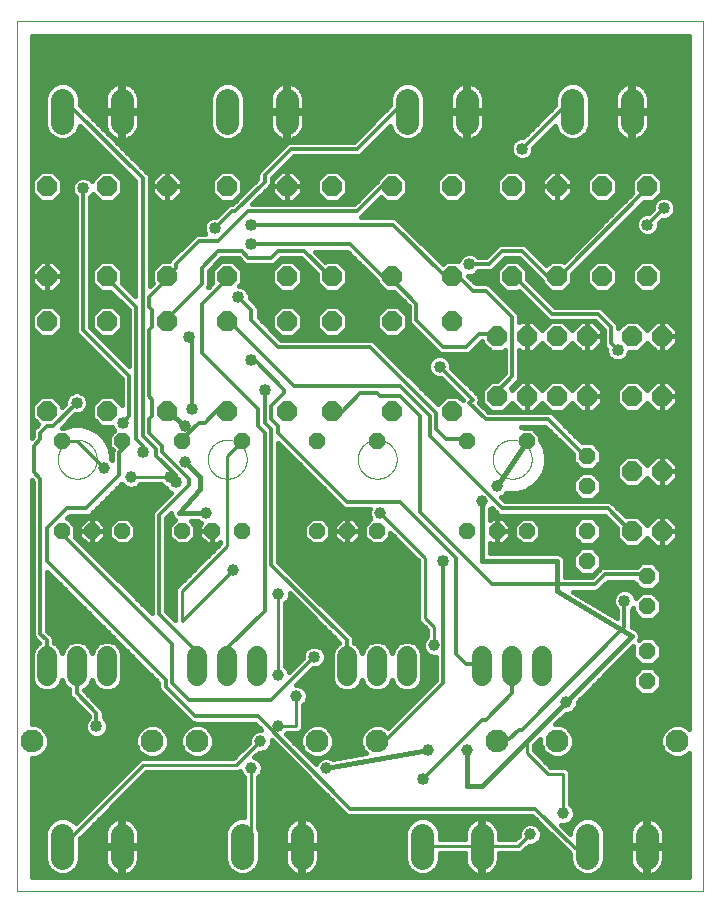
<source format=gtl>
G75*
%MOIN*%
%OFA0B0*%
%FSLAX25Y25*%
%IPPOS*%
%LPD*%
%AMOC8*
5,1,8,0,0,1.08239X$1,22.5*
%
%ADD10C,0.00000*%
%ADD11OC8,0.05600*%
%ADD12C,0.07600*%
%ADD13OC8,0.06600*%
%ADD14OC8,0.05200*%
%ADD15C,0.06600*%
%ADD16C,0.07800*%
%ADD17C,0.01600*%
%ADD18C,0.01000*%
%ADD19C,0.03962*%
%ADD20C,0.01200*%
%ADD21C,0.04000*%
D10*
X0016800Y0011800D02*
X0016800Y0301761D01*
X0245501Y0301761D01*
X0245501Y0011800D01*
X0016800Y0011800D01*
X0030300Y0155800D02*
X0030302Y0155961D01*
X0030308Y0156121D01*
X0030318Y0156282D01*
X0030332Y0156442D01*
X0030350Y0156602D01*
X0030371Y0156761D01*
X0030397Y0156920D01*
X0030427Y0157078D01*
X0030460Y0157235D01*
X0030498Y0157392D01*
X0030539Y0157547D01*
X0030584Y0157701D01*
X0030633Y0157854D01*
X0030686Y0158006D01*
X0030742Y0158157D01*
X0030803Y0158306D01*
X0030866Y0158454D01*
X0030934Y0158600D01*
X0031005Y0158744D01*
X0031079Y0158886D01*
X0031157Y0159027D01*
X0031239Y0159165D01*
X0031324Y0159302D01*
X0031412Y0159436D01*
X0031504Y0159568D01*
X0031599Y0159698D01*
X0031697Y0159826D01*
X0031798Y0159951D01*
X0031902Y0160073D01*
X0032009Y0160193D01*
X0032119Y0160310D01*
X0032232Y0160425D01*
X0032348Y0160536D01*
X0032467Y0160645D01*
X0032588Y0160750D01*
X0032712Y0160853D01*
X0032838Y0160953D01*
X0032966Y0161049D01*
X0033097Y0161142D01*
X0033231Y0161232D01*
X0033366Y0161319D01*
X0033504Y0161402D01*
X0033643Y0161482D01*
X0033785Y0161558D01*
X0033928Y0161631D01*
X0034073Y0161700D01*
X0034220Y0161766D01*
X0034368Y0161828D01*
X0034518Y0161886D01*
X0034669Y0161941D01*
X0034822Y0161992D01*
X0034976Y0162039D01*
X0035131Y0162082D01*
X0035287Y0162121D01*
X0035443Y0162157D01*
X0035601Y0162188D01*
X0035759Y0162216D01*
X0035918Y0162240D01*
X0036078Y0162260D01*
X0036238Y0162276D01*
X0036398Y0162288D01*
X0036559Y0162296D01*
X0036720Y0162300D01*
X0036880Y0162300D01*
X0037041Y0162296D01*
X0037202Y0162288D01*
X0037362Y0162276D01*
X0037522Y0162260D01*
X0037682Y0162240D01*
X0037841Y0162216D01*
X0037999Y0162188D01*
X0038157Y0162157D01*
X0038313Y0162121D01*
X0038469Y0162082D01*
X0038624Y0162039D01*
X0038778Y0161992D01*
X0038931Y0161941D01*
X0039082Y0161886D01*
X0039232Y0161828D01*
X0039380Y0161766D01*
X0039527Y0161700D01*
X0039672Y0161631D01*
X0039815Y0161558D01*
X0039957Y0161482D01*
X0040096Y0161402D01*
X0040234Y0161319D01*
X0040369Y0161232D01*
X0040503Y0161142D01*
X0040634Y0161049D01*
X0040762Y0160953D01*
X0040888Y0160853D01*
X0041012Y0160750D01*
X0041133Y0160645D01*
X0041252Y0160536D01*
X0041368Y0160425D01*
X0041481Y0160310D01*
X0041591Y0160193D01*
X0041698Y0160073D01*
X0041802Y0159951D01*
X0041903Y0159826D01*
X0042001Y0159698D01*
X0042096Y0159568D01*
X0042188Y0159436D01*
X0042276Y0159302D01*
X0042361Y0159165D01*
X0042443Y0159027D01*
X0042521Y0158886D01*
X0042595Y0158744D01*
X0042666Y0158600D01*
X0042734Y0158454D01*
X0042797Y0158306D01*
X0042858Y0158157D01*
X0042914Y0158006D01*
X0042967Y0157854D01*
X0043016Y0157701D01*
X0043061Y0157547D01*
X0043102Y0157392D01*
X0043140Y0157235D01*
X0043173Y0157078D01*
X0043203Y0156920D01*
X0043229Y0156761D01*
X0043250Y0156602D01*
X0043268Y0156442D01*
X0043282Y0156282D01*
X0043292Y0156121D01*
X0043298Y0155961D01*
X0043300Y0155800D01*
X0043298Y0155639D01*
X0043292Y0155479D01*
X0043282Y0155318D01*
X0043268Y0155158D01*
X0043250Y0154998D01*
X0043229Y0154839D01*
X0043203Y0154680D01*
X0043173Y0154522D01*
X0043140Y0154365D01*
X0043102Y0154208D01*
X0043061Y0154053D01*
X0043016Y0153899D01*
X0042967Y0153746D01*
X0042914Y0153594D01*
X0042858Y0153443D01*
X0042797Y0153294D01*
X0042734Y0153146D01*
X0042666Y0153000D01*
X0042595Y0152856D01*
X0042521Y0152714D01*
X0042443Y0152573D01*
X0042361Y0152435D01*
X0042276Y0152298D01*
X0042188Y0152164D01*
X0042096Y0152032D01*
X0042001Y0151902D01*
X0041903Y0151774D01*
X0041802Y0151649D01*
X0041698Y0151527D01*
X0041591Y0151407D01*
X0041481Y0151290D01*
X0041368Y0151175D01*
X0041252Y0151064D01*
X0041133Y0150955D01*
X0041012Y0150850D01*
X0040888Y0150747D01*
X0040762Y0150647D01*
X0040634Y0150551D01*
X0040503Y0150458D01*
X0040369Y0150368D01*
X0040234Y0150281D01*
X0040096Y0150198D01*
X0039957Y0150118D01*
X0039815Y0150042D01*
X0039672Y0149969D01*
X0039527Y0149900D01*
X0039380Y0149834D01*
X0039232Y0149772D01*
X0039082Y0149714D01*
X0038931Y0149659D01*
X0038778Y0149608D01*
X0038624Y0149561D01*
X0038469Y0149518D01*
X0038313Y0149479D01*
X0038157Y0149443D01*
X0037999Y0149412D01*
X0037841Y0149384D01*
X0037682Y0149360D01*
X0037522Y0149340D01*
X0037362Y0149324D01*
X0037202Y0149312D01*
X0037041Y0149304D01*
X0036880Y0149300D01*
X0036720Y0149300D01*
X0036559Y0149304D01*
X0036398Y0149312D01*
X0036238Y0149324D01*
X0036078Y0149340D01*
X0035918Y0149360D01*
X0035759Y0149384D01*
X0035601Y0149412D01*
X0035443Y0149443D01*
X0035287Y0149479D01*
X0035131Y0149518D01*
X0034976Y0149561D01*
X0034822Y0149608D01*
X0034669Y0149659D01*
X0034518Y0149714D01*
X0034368Y0149772D01*
X0034220Y0149834D01*
X0034073Y0149900D01*
X0033928Y0149969D01*
X0033785Y0150042D01*
X0033643Y0150118D01*
X0033504Y0150198D01*
X0033366Y0150281D01*
X0033231Y0150368D01*
X0033097Y0150458D01*
X0032966Y0150551D01*
X0032838Y0150647D01*
X0032712Y0150747D01*
X0032588Y0150850D01*
X0032467Y0150955D01*
X0032348Y0151064D01*
X0032232Y0151175D01*
X0032119Y0151290D01*
X0032009Y0151407D01*
X0031902Y0151527D01*
X0031798Y0151649D01*
X0031697Y0151774D01*
X0031599Y0151902D01*
X0031504Y0152032D01*
X0031412Y0152164D01*
X0031324Y0152298D01*
X0031239Y0152435D01*
X0031157Y0152573D01*
X0031079Y0152714D01*
X0031005Y0152856D01*
X0030934Y0153000D01*
X0030866Y0153146D01*
X0030803Y0153294D01*
X0030742Y0153443D01*
X0030686Y0153594D01*
X0030633Y0153746D01*
X0030584Y0153899D01*
X0030539Y0154053D01*
X0030498Y0154208D01*
X0030460Y0154365D01*
X0030427Y0154522D01*
X0030397Y0154680D01*
X0030371Y0154839D01*
X0030350Y0154998D01*
X0030332Y0155158D01*
X0030318Y0155318D01*
X0030308Y0155479D01*
X0030302Y0155639D01*
X0030300Y0155800D01*
X0080300Y0155800D02*
X0080302Y0155961D01*
X0080308Y0156121D01*
X0080318Y0156282D01*
X0080332Y0156442D01*
X0080350Y0156602D01*
X0080371Y0156761D01*
X0080397Y0156920D01*
X0080427Y0157078D01*
X0080460Y0157235D01*
X0080498Y0157392D01*
X0080539Y0157547D01*
X0080584Y0157701D01*
X0080633Y0157854D01*
X0080686Y0158006D01*
X0080742Y0158157D01*
X0080803Y0158306D01*
X0080866Y0158454D01*
X0080934Y0158600D01*
X0081005Y0158744D01*
X0081079Y0158886D01*
X0081157Y0159027D01*
X0081239Y0159165D01*
X0081324Y0159302D01*
X0081412Y0159436D01*
X0081504Y0159568D01*
X0081599Y0159698D01*
X0081697Y0159826D01*
X0081798Y0159951D01*
X0081902Y0160073D01*
X0082009Y0160193D01*
X0082119Y0160310D01*
X0082232Y0160425D01*
X0082348Y0160536D01*
X0082467Y0160645D01*
X0082588Y0160750D01*
X0082712Y0160853D01*
X0082838Y0160953D01*
X0082966Y0161049D01*
X0083097Y0161142D01*
X0083231Y0161232D01*
X0083366Y0161319D01*
X0083504Y0161402D01*
X0083643Y0161482D01*
X0083785Y0161558D01*
X0083928Y0161631D01*
X0084073Y0161700D01*
X0084220Y0161766D01*
X0084368Y0161828D01*
X0084518Y0161886D01*
X0084669Y0161941D01*
X0084822Y0161992D01*
X0084976Y0162039D01*
X0085131Y0162082D01*
X0085287Y0162121D01*
X0085443Y0162157D01*
X0085601Y0162188D01*
X0085759Y0162216D01*
X0085918Y0162240D01*
X0086078Y0162260D01*
X0086238Y0162276D01*
X0086398Y0162288D01*
X0086559Y0162296D01*
X0086720Y0162300D01*
X0086880Y0162300D01*
X0087041Y0162296D01*
X0087202Y0162288D01*
X0087362Y0162276D01*
X0087522Y0162260D01*
X0087682Y0162240D01*
X0087841Y0162216D01*
X0087999Y0162188D01*
X0088157Y0162157D01*
X0088313Y0162121D01*
X0088469Y0162082D01*
X0088624Y0162039D01*
X0088778Y0161992D01*
X0088931Y0161941D01*
X0089082Y0161886D01*
X0089232Y0161828D01*
X0089380Y0161766D01*
X0089527Y0161700D01*
X0089672Y0161631D01*
X0089815Y0161558D01*
X0089957Y0161482D01*
X0090096Y0161402D01*
X0090234Y0161319D01*
X0090369Y0161232D01*
X0090503Y0161142D01*
X0090634Y0161049D01*
X0090762Y0160953D01*
X0090888Y0160853D01*
X0091012Y0160750D01*
X0091133Y0160645D01*
X0091252Y0160536D01*
X0091368Y0160425D01*
X0091481Y0160310D01*
X0091591Y0160193D01*
X0091698Y0160073D01*
X0091802Y0159951D01*
X0091903Y0159826D01*
X0092001Y0159698D01*
X0092096Y0159568D01*
X0092188Y0159436D01*
X0092276Y0159302D01*
X0092361Y0159165D01*
X0092443Y0159027D01*
X0092521Y0158886D01*
X0092595Y0158744D01*
X0092666Y0158600D01*
X0092734Y0158454D01*
X0092797Y0158306D01*
X0092858Y0158157D01*
X0092914Y0158006D01*
X0092967Y0157854D01*
X0093016Y0157701D01*
X0093061Y0157547D01*
X0093102Y0157392D01*
X0093140Y0157235D01*
X0093173Y0157078D01*
X0093203Y0156920D01*
X0093229Y0156761D01*
X0093250Y0156602D01*
X0093268Y0156442D01*
X0093282Y0156282D01*
X0093292Y0156121D01*
X0093298Y0155961D01*
X0093300Y0155800D01*
X0093298Y0155639D01*
X0093292Y0155479D01*
X0093282Y0155318D01*
X0093268Y0155158D01*
X0093250Y0154998D01*
X0093229Y0154839D01*
X0093203Y0154680D01*
X0093173Y0154522D01*
X0093140Y0154365D01*
X0093102Y0154208D01*
X0093061Y0154053D01*
X0093016Y0153899D01*
X0092967Y0153746D01*
X0092914Y0153594D01*
X0092858Y0153443D01*
X0092797Y0153294D01*
X0092734Y0153146D01*
X0092666Y0153000D01*
X0092595Y0152856D01*
X0092521Y0152714D01*
X0092443Y0152573D01*
X0092361Y0152435D01*
X0092276Y0152298D01*
X0092188Y0152164D01*
X0092096Y0152032D01*
X0092001Y0151902D01*
X0091903Y0151774D01*
X0091802Y0151649D01*
X0091698Y0151527D01*
X0091591Y0151407D01*
X0091481Y0151290D01*
X0091368Y0151175D01*
X0091252Y0151064D01*
X0091133Y0150955D01*
X0091012Y0150850D01*
X0090888Y0150747D01*
X0090762Y0150647D01*
X0090634Y0150551D01*
X0090503Y0150458D01*
X0090369Y0150368D01*
X0090234Y0150281D01*
X0090096Y0150198D01*
X0089957Y0150118D01*
X0089815Y0150042D01*
X0089672Y0149969D01*
X0089527Y0149900D01*
X0089380Y0149834D01*
X0089232Y0149772D01*
X0089082Y0149714D01*
X0088931Y0149659D01*
X0088778Y0149608D01*
X0088624Y0149561D01*
X0088469Y0149518D01*
X0088313Y0149479D01*
X0088157Y0149443D01*
X0087999Y0149412D01*
X0087841Y0149384D01*
X0087682Y0149360D01*
X0087522Y0149340D01*
X0087362Y0149324D01*
X0087202Y0149312D01*
X0087041Y0149304D01*
X0086880Y0149300D01*
X0086720Y0149300D01*
X0086559Y0149304D01*
X0086398Y0149312D01*
X0086238Y0149324D01*
X0086078Y0149340D01*
X0085918Y0149360D01*
X0085759Y0149384D01*
X0085601Y0149412D01*
X0085443Y0149443D01*
X0085287Y0149479D01*
X0085131Y0149518D01*
X0084976Y0149561D01*
X0084822Y0149608D01*
X0084669Y0149659D01*
X0084518Y0149714D01*
X0084368Y0149772D01*
X0084220Y0149834D01*
X0084073Y0149900D01*
X0083928Y0149969D01*
X0083785Y0150042D01*
X0083643Y0150118D01*
X0083504Y0150198D01*
X0083366Y0150281D01*
X0083231Y0150368D01*
X0083097Y0150458D01*
X0082966Y0150551D01*
X0082838Y0150647D01*
X0082712Y0150747D01*
X0082588Y0150850D01*
X0082467Y0150955D01*
X0082348Y0151064D01*
X0082232Y0151175D01*
X0082119Y0151290D01*
X0082009Y0151407D01*
X0081902Y0151527D01*
X0081798Y0151649D01*
X0081697Y0151774D01*
X0081599Y0151902D01*
X0081504Y0152032D01*
X0081412Y0152164D01*
X0081324Y0152298D01*
X0081239Y0152435D01*
X0081157Y0152573D01*
X0081079Y0152714D01*
X0081005Y0152856D01*
X0080934Y0153000D01*
X0080866Y0153146D01*
X0080803Y0153294D01*
X0080742Y0153443D01*
X0080686Y0153594D01*
X0080633Y0153746D01*
X0080584Y0153899D01*
X0080539Y0154053D01*
X0080498Y0154208D01*
X0080460Y0154365D01*
X0080427Y0154522D01*
X0080397Y0154680D01*
X0080371Y0154839D01*
X0080350Y0154998D01*
X0080332Y0155158D01*
X0080318Y0155318D01*
X0080308Y0155479D01*
X0080302Y0155639D01*
X0080300Y0155800D01*
X0130300Y0155800D02*
X0130302Y0155961D01*
X0130308Y0156121D01*
X0130318Y0156282D01*
X0130332Y0156442D01*
X0130350Y0156602D01*
X0130371Y0156761D01*
X0130397Y0156920D01*
X0130427Y0157078D01*
X0130460Y0157235D01*
X0130498Y0157392D01*
X0130539Y0157547D01*
X0130584Y0157701D01*
X0130633Y0157854D01*
X0130686Y0158006D01*
X0130742Y0158157D01*
X0130803Y0158306D01*
X0130866Y0158454D01*
X0130934Y0158600D01*
X0131005Y0158744D01*
X0131079Y0158886D01*
X0131157Y0159027D01*
X0131239Y0159165D01*
X0131324Y0159302D01*
X0131412Y0159436D01*
X0131504Y0159568D01*
X0131599Y0159698D01*
X0131697Y0159826D01*
X0131798Y0159951D01*
X0131902Y0160073D01*
X0132009Y0160193D01*
X0132119Y0160310D01*
X0132232Y0160425D01*
X0132348Y0160536D01*
X0132467Y0160645D01*
X0132588Y0160750D01*
X0132712Y0160853D01*
X0132838Y0160953D01*
X0132966Y0161049D01*
X0133097Y0161142D01*
X0133231Y0161232D01*
X0133366Y0161319D01*
X0133504Y0161402D01*
X0133643Y0161482D01*
X0133785Y0161558D01*
X0133928Y0161631D01*
X0134073Y0161700D01*
X0134220Y0161766D01*
X0134368Y0161828D01*
X0134518Y0161886D01*
X0134669Y0161941D01*
X0134822Y0161992D01*
X0134976Y0162039D01*
X0135131Y0162082D01*
X0135287Y0162121D01*
X0135443Y0162157D01*
X0135601Y0162188D01*
X0135759Y0162216D01*
X0135918Y0162240D01*
X0136078Y0162260D01*
X0136238Y0162276D01*
X0136398Y0162288D01*
X0136559Y0162296D01*
X0136720Y0162300D01*
X0136880Y0162300D01*
X0137041Y0162296D01*
X0137202Y0162288D01*
X0137362Y0162276D01*
X0137522Y0162260D01*
X0137682Y0162240D01*
X0137841Y0162216D01*
X0137999Y0162188D01*
X0138157Y0162157D01*
X0138313Y0162121D01*
X0138469Y0162082D01*
X0138624Y0162039D01*
X0138778Y0161992D01*
X0138931Y0161941D01*
X0139082Y0161886D01*
X0139232Y0161828D01*
X0139380Y0161766D01*
X0139527Y0161700D01*
X0139672Y0161631D01*
X0139815Y0161558D01*
X0139957Y0161482D01*
X0140096Y0161402D01*
X0140234Y0161319D01*
X0140369Y0161232D01*
X0140503Y0161142D01*
X0140634Y0161049D01*
X0140762Y0160953D01*
X0140888Y0160853D01*
X0141012Y0160750D01*
X0141133Y0160645D01*
X0141252Y0160536D01*
X0141368Y0160425D01*
X0141481Y0160310D01*
X0141591Y0160193D01*
X0141698Y0160073D01*
X0141802Y0159951D01*
X0141903Y0159826D01*
X0142001Y0159698D01*
X0142096Y0159568D01*
X0142188Y0159436D01*
X0142276Y0159302D01*
X0142361Y0159165D01*
X0142443Y0159027D01*
X0142521Y0158886D01*
X0142595Y0158744D01*
X0142666Y0158600D01*
X0142734Y0158454D01*
X0142797Y0158306D01*
X0142858Y0158157D01*
X0142914Y0158006D01*
X0142967Y0157854D01*
X0143016Y0157701D01*
X0143061Y0157547D01*
X0143102Y0157392D01*
X0143140Y0157235D01*
X0143173Y0157078D01*
X0143203Y0156920D01*
X0143229Y0156761D01*
X0143250Y0156602D01*
X0143268Y0156442D01*
X0143282Y0156282D01*
X0143292Y0156121D01*
X0143298Y0155961D01*
X0143300Y0155800D01*
X0143298Y0155639D01*
X0143292Y0155479D01*
X0143282Y0155318D01*
X0143268Y0155158D01*
X0143250Y0154998D01*
X0143229Y0154839D01*
X0143203Y0154680D01*
X0143173Y0154522D01*
X0143140Y0154365D01*
X0143102Y0154208D01*
X0143061Y0154053D01*
X0143016Y0153899D01*
X0142967Y0153746D01*
X0142914Y0153594D01*
X0142858Y0153443D01*
X0142797Y0153294D01*
X0142734Y0153146D01*
X0142666Y0153000D01*
X0142595Y0152856D01*
X0142521Y0152714D01*
X0142443Y0152573D01*
X0142361Y0152435D01*
X0142276Y0152298D01*
X0142188Y0152164D01*
X0142096Y0152032D01*
X0142001Y0151902D01*
X0141903Y0151774D01*
X0141802Y0151649D01*
X0141698Y0151527D01*
X0141591Y0151407D01*
X0141481Y0151290D01*
X0141368Y0151175D01*
X0141252Y0151064D01*
X0141133Y0150955D01*
X0141012Y0150850D01*
X0140888Y0150747D01*
X0140762Y0150647D01*
X0140634Y0150551D01*
X0140503Y0150458D01*
X0140369Y0150368D01*
X0140234Y0150281D01*
X0140096Y0150198D01*
X0139957Y0150118D01*
X0139815Y0150042D01*
X0139672Y0149969D01*
X0139527Y0149900D01*
X0139380Y0149834D01*
X0139232Y0149772D01*
X0139082Y0149714D01*
X0138931Y0149659D01*
X0138778Y0149608D01*
X0138624Y0149561D01*
X0138469Y0149518D01*
X0138313Y0149479D01*
X0138157Y0149443D01*
X0137999Y0149412D01*
X0137841Y0149384D01*
X0137682Y0149360D01*
X0137522Y0149340D01*
X0137362Y0149324D01*
X0137202Y0149312D01*
X0137041Y0149304D01*
X0136880Y0149300D01*
X0136720Y0149300D01*
X0136559Y0149304D01*
X0136398Y0149312D01*
X0136238Y0149324D01*
X0136078Y0149340D01*
X0135918Y0149360D01*
X0135759Y0149384D01*
X0135601Y0149412D01*
X0135443Y0149443D01*
X0135287Y0149479D01*
X0135131Y0149518D01*
X0134976Y0149561D01*
X0134822Y0149608D01*
X0134669Y0149659D01*
X0134518Y0149714D01*
X0134368Y0149772D01*
X0134220Y0149834D01*
X0134073Y0149900D01*
X0133928Y0149969D01*
X0133785Y0150042D01*
X0133643Y0150118D01*
X0133504Y0150198D01*
X0133366Y0150281D01*
X0133231Y0150368D01*
X0133097Y0150458D01*
X0132966Y0150551D01*
X0132838Y0150647D01*
X0132712Y0150747D01*
X0132588Y0150850D01*
X0132467Y0150955D01*
X0132348Y0151064D01*
X0132232Y0151175D01*
X0132119Y0151290D01*
X0132009Y0151407D01*
X0131902Y0151527D01*
X0131798Y0151649D01*
X0131697Y0151774D01*
X0131599Y0151902D01*
X0131504Y0152032D01*
X0131412Y0152164D01*
X0131324Y0152298D01*
X0131239Y0152435D01*
X0131157Y0152573D01*
X0131079Y0152714D01*
X0131005Y0152856D01*
X0130934Y0153000D01*
X0130866Y0153146D01*
X0130803Y0153294D01*
X0130742Y0153443D01*
X0130686Y0153594D01*
X0130633Y0153746D01*
X0130584Y0153899D01*
X0130539Y0154053D01*
X0130498Y0154208D01*
X0130460Y0154365D01*
X0130427Y0154522D01*
X0130397Y0154680D01*
X0130371Y0154839D01*
X0130350Y0154998D01*
X0130332Y0155158D01*
X0130318Y0155318D01*
X0130308Y0155479D01*
X0130302Y0155639D01*
X0130300Y0155800D01*
X0175300Y0155800D02*
X0175302Y0155961D01*
X0175308Y0156121D01*
X0175318Y0156282D01*
X0175332Y0156442D01*
X0175350Y0156602D01*
X0175371Y0156761D01*
X0175397Y0156920D01*
X0175427Y0157078D01*
X0175460Y0157235D01*
X0175498Y0157392D01*
X0175539Y0157547D01*
X0175584Y0157701D01*
X0175633Y0157854D01*
X0175686Y0158006D01*
X0175742Y0158157D01*
X0175803Y0158306D01*
X0175866Y0158454D01*
X0175934Y0158600D01*
X0176005Y0158744D01*
X0176079Y0158886D01*
X0176157Y0159027D01*
X0176239Y0159165D01*
X0176324Y0159302D01*
X0176412Y0159436D01*
X0176504Y0159568D01*
X0176599Y0159698D01*
X0176697Y0159826D01*
X0176798Y0159951D01*
X0176902Y0160073D01*
X0177009Y0160193D01*
X0177119Y0160310D01*
X0177232Y0160425D01*
X0177348Y0160536D01*
X0177467Y0160645D01*
X0177588Y0160750D01*
X0177712Y0160853D01*
X0177838Y0160953D01*
X0177966Y0161049D01*
X0178097Y0161142D01*
X0178231Y0161232D01*
X0178366Y0161319D01*
X0178504Y0161402D01*
X0178643Y0161482D01*
X0178785Y0161558D01*
X0178928Y0161631D01*
X0179073Y0161700D01*
X0179220Y0161766D01*
X0179368Y0161828D01*
X0179518Y0161886D01*
X0179669Y0161941D01*
X0179822Y0161992D01*
X0179976Y0162039D01*
X0180131Y0162082D01*
X0180287Y0162121D01*
X0180443Y0162157D01*
X0180601Y0162188D01*
X0180759Y0162216D01*
X0180918Y0162240D01*
X0181078Y0162260D01*
X0181238Y0162276D01*
X0181398Y0162288D01*
X0181559Y0162296D01*
X0181720Y0162300D01*
X0181880Y0162300D01*
X0182041Y0162296D01*
X0182202Y0162288D01*
X0182362Y0162276D01*
X0182522Y0162260D01*
X0182682Y0162240D01*
X0182841Y0162216D01*
X0182999Y0162188D01*
X0183157Y0162157D01*
X0183313Y0162121D01*
X0183469Y0162082D01*
X0183624Y0162039D01*
X0183778Y0161992D01*
X0183931Y0161941D01*
X0184082Y0161886D01*
X0184232Y0161828D01*
X0184380Y0161766D01*
X0184527Y0161700D01*
X0184672Y0161631D01*
X0184815Y0161558D01*
X0184957Y0161482D01*
X0185096Y0161402D01*
X0185234Y0161319D01*
X0185369Y0161232D01*
X0185503Y0161142D01*
X0185634Y0161049D01*
X0185762Y0160953D01*
X0185888Y0160853D01*
X0186012Y0160750D01*
X0186133Y0160645D01*
X0186252Y0160536D01*
X0186368Y0160425D01*
X0186481Y0160310D01*
X0186591Y0160193D01*
X0186698Y0160073D01*
X0186802Y0159951D01*
X0186903Y0159826D01*
X0187001Y0159698D01*
X0187096Y0159568D01*
X0187188Y0159436D01*
X0187276Y0159302D01*
X0187361Y0159165D01*
X0187443Y0159027D01*
X0187521Y0158886D01*
X0187595Y0158744D01*
X0187666Y0158600D01*
X0187734Y0158454D01*
X0187797Y0158306D01*
X0187858Y0158157D01*
X0187914Y0158006D01*
X0187967Y0157854D01*
X0188016Y0157701D01*
X0188061Y0157547D01*
X0188102Y0157392D01*
X0188140Y0157235D01*
X0188173Y0157078D01*
X0188203Y0156920D01*
X0188229Y0156761D01*
X0188250Y0156602D01*
X0188268Y0156442D01*
X0188282Y0156282D01*
X0188292Y0156121D01*
X0188298Y0155961D01*
X0188300Y0155800D01*
X0188298Y0155639D01*
X0188292Y0155479D01*
X0188282Y0155318D01*
X0188268Y0155158D01*
X0188250Y0154998D01*
X0188229Y0154839D01*
X0188203Y0154680D01*
X0188173Y0154522D01*
X0188140Y0154365D01*
X0188102Y0154208D01*
X0188061Y0154053D01*
X0188016Y0153899D01*
X0187967Y0153746D01*
X0187914Y0153594D01*
X0187858Y0153443D01*
X0187797Y0153294D01*
X0187734Y0153146D01*
X0187666Y0153000D01*
X0187595Y0152856D01*
X0187521Y0152714D01*
X0187443Y0152573D01*
X0187361Y0152435D01*
X0187276Y0152298D01*
X0187188Y0152164D01*
X0187096Y0152032D01*
X0187001Y0151902D01*
X0186903Y0151774D01*
X0186802Y0151649D01*
X0186698Y0151527D01*
X0186591Y0151407D01*
X0186481Y0151290D01*
X0186368Y0151175D01*
X0186252Y0151064D01*
X0186133Y0150955D01*
X0186012Y0150850D01*
X0185888Y0150747D01*
X0185762Y0150647D01*
X0185634Y0150551D01*
X0185503Y0150458D01*
X0185369Y0150368D01*
X0185234Y0150281D01*
X0185096Y0150198D01*
X0184957Y0150118D01*
X0184815Y0150042D01*
X0184672Y0149969D01*
X0184527Y0149900D01*
X0184380Y0149834D01*
X0184232Y0149772D01*
X0184082Y0149714D01*
X0183931Y0149659D01*
X0183778Y0149608D01*
X0183624Y0149561D01*
X0183469Y0149518D01*
X0183313Y0149479D01*
X0183157Y0149443D01*
X0182999Y0149412D01*
X0182841Y0149384D01*
X0182682Y0149360D01*
X0182522Y0149340D01*
X0182362Y0149324D01*
X0182202Y0149312D01*
X0182041Y0149304D01*
X0181880Y0149300D01*
X0181720Y0149300D01*
X0181559Y0149304D01*
X0181398Y0149312D01*
X0181238Y0149324D01*
X0181078Y0149340D01*
X0180918Y0149360D01*
X0180759Y0149384D01*
X0180601Y0149412D01*
X0180443Y0149443D01*
X0180287Y0149479D01*
X0180131Y0149518D01*
X0179976Y0149561D01*
X0179822Y0149608D01*
X0179669Y0149659D01*
X0179518Y0149714D01*
X0179368Y0149772D01*
X0179220Y0149834D01*
X0179073Y0149900D01*
X0178928Y0149969D01*
X0178785Y0150042D01*
X0178643Y0150118D01*
X0178504Y0150198D01*
X0178366Y0150281D01*
X0178231Y0150368D01*
X0178097Y0150458D01*
X0177966Y0150551D01*
X0177838Y0150647D01*
X0177712Y0150747D01*
X0177588Y0150850D01*
X0177467Y0150955D01*
X0177348Y0151064D01*
X0177232Y0151175D01*
X0177119Y0151290D01*
X0177009Y0151407D01*
X0176902Y0151527D01*
X0176798Y0151649D01*
X0176697Y0151774D01*
X0176599Y0151902D01*
X0176504Y0152032D01*
X0176412Y0152164D01*
X0176324Y0152298D01*
X0176239Y0152435D01*
X0176157Y0152573D01*
X0176079Y0152714D01*
X0176005Y0152856D01*
X0175934Y0153000D01*
X0175866Y0153146D01*
X0175803Y0153294D01*
X0175742Y0153443D01*
X0175686Y0153594D01*
X0175633Y0153746D01*
X0175584Y0153899D01*
X0175539Y0154053D01*
X0175498Y0154208D01*
X0175460Y0154365D01*
X0175427Y0154522D01*
X0175397Y0154680D01*
X0175371Y0154839D01*
X0175350Y0154998D01*
X0175332Y0155158D01*
X0175318Y0155318D01*
X0175308Y0155479D01*
X0175302Y0155639D01*
X0175300Y0155800D01*
D11*
X0206800Y0156800D03*
X0206800Y0146800D03*
X0206800Y0131800D03*
X0206800Y0121800D03*
X0226800Y0116800D03*
X0226800Y0106800D03*
X0226800Y0091800D03*
X0226800Y0081800D03*
D12*
X0236800Y0061800D03*
X0196800Y0061800D03*
X0176800Y0061800D03*
X0136800Y0061800D03*
X0116800Y0061800D03*
X0076800Y0061800D03*
X0061800Y0061800D03*
X0021800Y0061800D03*
D13*
X0026800Y0171800D03*
X0046800Y0171800D03*
X0066800Y0171800D03*
X0086800Y0171800D03*
X0106800Y0171800D03*
X0121800Y0171800D03*
X0141800Y0171800D03*
X0161800Y0171800D03*
X0176800Y0176800D03*
X0186800Y0176800D03*
X0196800Y0176800D03*
X0206800Y0176800D03*
X0221800Y0176800D03*
X0231800Y0176800D03*
X0231800Y0196800D03*
X0221800Y0196800D03*
X0206800Y0196800D03*
X0196800Y0196800D03*
X0186800Y0196800D03*
X0176800Y0196800D03*
X0161800Y0201800D03*
X0161800Y0216800D03*
X0141800Y0216800D03*
X0141800Y0201800D03*
X0121800Y0201800D03*
X0121800Y0216800D03*
X0106800Y0216800D03*
X0106800Y0201800D03*
X0086800Y0201800D03*
X0086800Y0216800D03*
X0066800Y0216800D03*
X0066800Y0201800D03*
X0046800Y0201800D03*
X0046800Y0216800D03*
X0026800Y0216800D03*
X0026800Y0201800D03*
X0026800Y0246800D03*
X0046800Y0246800D03*
X0066800Y0246800D03*
X0086800Y0246800D03*
X0106800Y0246800D03*
X0121800Y0246800D03*
X0141800Y0246800D03*
X0161800Y0246800D03*
X0181800Y0246800D03*
X0196800Y0246800D03*
X0211800Y0246800D03*
X0226800Y0246800D03*
X0226800Y0216800D03*
X0211800Y0216800D03*
X0196800Y0216800D03*
X0181800Y0216800D03*
X0221800Y0151800D03*
X0231800Y0151800D03*
X0231800Y0131800D03*
X0221800Y0131800D03*
D14*
X0186800Y0131800D03*
X0176800Y0131800D03*
X0166800Y0131800D03*
X0166800Y0161800D03*
X0186800Y0161800D03*
X0136800Y0161800D03*
X0116800Y0161800D03*
X0091800Y0161800D03*
X0071800Y0161800D03*
X0051800Y0161800D03*
X0031800Y0161800D03*
X0031800Y0131800D03*
X0041800Y0131800D03*
X0051800Y0131800D03*
X0071800Y0131800D03*
X0081800Y0131800D03*
X0091800Y0131800D03*
X0116800Y0131800D03*
X0126800Y0131800D03*
X0136800Y0131800D03*
D15*
X0136800Y0090100D02*
X0136800Y0083500D01*
X0126800Y0083500D02*
X0126800Y0090100D01*
X0146800Y0090100D02*
X0146800Y0083500D01*
X0171800Y0083500D02*
X0171800Y0090100D01*
X0181800Y0090100D02*
X0181800Y0083500D01*
X0191800Y0083500D02*
X0191800Y0090100D01*
X0096800Y0090100D02*
X0096800Y0083500D01*
X0086800Y0083500D02*
X0086800Y0090100D01*
X0076800Y0090100D02*
X0076800Y0083500D01*
X0046800Y0083500D02*
X0046800Y0090100D01*
X0036800Y0090100D02*
X0036800Y0083500D01*
X0026800Y0083500D02*
X0026800Y0090100D01*
D16*
X0031900Y0030700D02*
X0031900Y0022900D01*
X0051700Y0022900D02*
X0051700Y0030700D01*
X0091900Y0030700D02*
X0091900Y0022900D01*
X0111700Y0022900D02*
X0111700Y0030700D01*
X0151900Y0030700D02*
X0151900Y0022900D01*
X0171700Y0022900D02*
X0171700Y0030700D01*
X0206900Y0030700D02*
X0206900Y0022900D01*
X0226700Y0022900D02*
X0226700Y0030700D01*
X0221700Y0267900D02*
X0221700Y0275700D01*
X0201900Y0275700D02*
X0201900Y0267900D01*
X0166700Y0267900D02*
X0166700Y0275700D01*
X0146900Y0275700D02*
X0146900Y0267900D01*
X0106700Y0267900D02*
X0106700Y0275700D01*
X0086900Y0275700D02*
X0086900Y0267900D01*
X0051700Y0267900D02*
X0051700Y0275700D01*
X0031900Y0275700D02*
X0031900Y0267900D01*
D17*
X0034401Y0262766D02*
X0041840Y0262766D01*
X0043438Y0261168D02*
X0021600Y0261168D01*
X0021600Y0262766D02*
X0029399Y0262766D01*
X0028671Y0263068D02*
X0030766Y0262200D01*
X0033034Y0262200D01*
X0035129Y0263068D01*
X0036732Y0264671D01*
X0037600Y0266766D01*
X0037600Y0267006D01*
X0056200Y0248406D01*
X0056200Y0210094D01*
X0051753Y0214541D01*
X0051900Y0214688D01*
X0051900Y0218912D01*
X0048912Y0221900D01*
X0044688Y0221900D01*
X0041700Y0218912D01*
X0041700Y0214688D01*
X0044688Y0211700D01*
X0047806Y0211700D01*
X0054000Y0205506D01*
X0054000Y0186994D01*
X0041200Y0199794D01*
X0041200Y0243126D01*
X0042021Y0243947D01*
X0042144Y0244243D01*
X0044688Y0241700D01*
X0048912Y0241700D01*
X0051900Y0244688D01*
X0051900Y0248912D01*
X0048912Y0251900D01*
X0044688Y0251900D01*
X0041700Y0248912D01*
X0041700Y0248574D01*
X0040953Y0249321D01*
X0039556Y0249900D01*
X0038044Y0249900D01*
X0036647Y0249321D01*
X0035579Y0248253D01*
X0035000Y0246856D01*
X0035000Y0245344D01*
X0035579Y0243947D01*
X0036400Y0243126D01*
X0036400Y0198323D01*
X0036765Y0197441D01*
X0037441Y0196765D01*
X0051800Y0182406D01*
X0051800Y0174012D01*
X0048912Y0176900D01*
X0044688Y0176900D01*
X0041700Y0173912D01*
X0041700Y0169688D01*
X0044688Y0166700D01*
X0048425Y0166700D01*
X0048779Y0165847D01*
X0049202Y0165424D01*
X0047400Y0163623D01*
X0047400Y0159977D01*
X0048588Y0158790D01*
X0048500Y0158577D01*
X0048500Y0155447D01*
X0048100Y0155847D01*
X0048100Y0157288D01*
X0047330Y0160162D01*
X0045842Y0162738D01*
X0043738Y0164842D01*
X0041162Y0166330D01*
X0038288Y0167100D01*
X0035312Y0167100D01*
X0032438Y0166330D01*
X0032213Y0166200D01*
X0031594Y0166200D01*
X0036194Y0170800D01*
X0037356Y0170800D01*
X0038753Y0171379D01*
X0039821Y0172447D01*
X0040400Y0173844D01*
X0040400Y0175356D01*
X0039821Y0176753D01*
X0038753Y0177821D01*
X0037356Y0178400D01*
X0035844Y0178400D01*
X0034447Y0177821D01*
X0033379Y0176753D01*
X0032800Y0175356D01*
X0032800Y0174194D01*
X0031900Y0173294D01*
X0031900Y0173912D01*
X0028912Y0176900D01*
X0024688Y0176900D01*
X0021700Y0173912D01*
X0021700Y0169688D01*
X0023897Y0167491D01*
X0022465Y0166059D01*
X0022100Y0165177D01*
X0022100Y0163494D01*
X0021600Y0162994D01*
X0021600Y0296961D01*
X0240701Y0296961D01*
X0240701Y0065819D01*
X0239972Y0066547D01*
X0237914Y0067400D01*
X0235686Y0067400D01*
X0233628Y0066547D01*
X0232053Y0064972D01*
X0231200Y0062914D01*
X0231200Y0060686D01*
X0232053Y0058628D01*
X0233628Y0057053D01*
X0235686Y0056200D01*
X0237914Y0056200D01*
X0239972Y0057053D01*
X0240701Y0057781D01*
X0240701Y0016600D01*
X0021600Y0016600D01*
X0021600Y0056200D01*
X0022914Y0056200D01*
X0024972Y0057053D01*
X0026547Y0058628D01*
X0027400Y0060686D01*
X0027400Y0062914D01*
X0026547Y0064972D01*
X0024972Y0066547D01*
X0022914Y0067400D01*
X0021600Y0067400D01*
X0021600Y0148806D01*
X0022100Y0148306D01*
X0022100Y0097123D01*
X0022465Y0096241D01*
X0023141Y0095565D01*
X0024174Y0094532D01*
X0023911Y0094424D01*
X0022476Y0092989D01*
X0021700Y0091114D01*
X0021700Y0082486D01*
X0022476Y0080611D01*
X0023911Y0079176D01*
X0025786Y0078400D01*
X0027814Y0078400D01*
X0029689Y0079176D01*
X0031124Y0080611D01*
X0031800Y0082244D01*
X0032476Y0080611D01*
X0033911Y0079176D01*
X0034200Y0079057D01*
X0034200Y0077323D01*
X0034565Y0076441D01*
X0040800Y0070206D01*
X0040800Y0069774D01*
X0039979Y0068953D01*
X0039400Y0067556D01*
X0039400Y0066044D01*
X0039979Y0064647D01*
X0041047Y0063579D01*
X0042444Y0063000D01*
X0043956Y0063000D01*
X0045353Y0063579D01*
X0046421Y0064647D01*
X0047000Y0066044D01*
X0047000Y0067556D01*
X0046421Y0068953D01*
X0045600Y0069774D01*
X0045600Y0071677D01*
X0045235Y0072559D01*
X0044559Y0073235D01*
X0039000Y0078794D01*
X0039000Y0078891D01*
X0039689Y0079176D01*
X0041124Y0080611D01*
X0041800Y0082244D01*
X0042476Y0080611D01*
X0043911Y0079176D01*
X0045786Y0078400D01*
X0047814Y0078400D01*
X0049689Y0079176D01*
X0051124Y0080611D01*
X0051900Y0082486D01*
X0051900Y0091114D01*
X0051124Y0092989D01*
X0049689Y0094424D01*
X0047814Y0095200D01*
X0045786Y0095200D01*
X0043911Y0094424D01*
X0042476Y0092989D01*
X0041800Y0091356D01*
X0041124Y0092989D01*
X0039689Y0094424D01*
X0037814Y0095200D01*
X0035786Y0095200D01*
X0033911Y0094424D01*
X0032476Y0092989D01*
X0031800Y0091356D01*
X0031124Y0092989D01*
X0029689Y0094424D01*
X0029100Y0094667D01*
X0029100Y0095877D01*
X0028735Y0096759D01*
X0026900Y0098594D01*
X0026900Y0118206D01*
X0063900Y0081206D01*
X0063900Y0079523D01*
X0064265Y0078641D01*
X0074165Y0068741D01*
X0074841Y0068065D01*
X0075723Y0067700D01*
X0096106Y0067700D01*
X0098225Y0065581D01*
X0097048Y0065581D01*
X0095658Y0065005D01*
X0094595Y0063942D01*
X0094019Y0062552D01*
X0094019Y0061272D01*
X0088847Y0056100D01*
X0057947Y0056100D01*
X0036254Y0034407D01*
X0035129Y0035532D01*
X0033034Y0036400D01*
X0030766Y0036400D01*
X0028671Y0035532D01*
X0027068Y0033929D01*
X0026200Y0031834D01*
X0026200Y0021766D01*
X0027068Y0019671D01*
X0028671Y0018068D01*
X0030766Y0017200D01*
X0033034Y0017200D01*
X0035129Y0018068D01*
X0036732Y0019671D01*
X0037600Y0021766D01*
X0037600Y0029247D01*
X0059853Y0051500D01*
X0090753Y0051500D01*
X0091101Y0051849D01*
X0091595Y0050658D01*
X0092500Y0049753D01*
X0092500Y0036400D01*
X0090766Y0036400D01*
X0088671Y0035532D01*
X0087068Y0033929D01*
X0086200Y0031834D01*
X0086200Y0021766D01*
X0087068Y0019671D01*
X0088671Y0018068D01*
X0090766Y0017200D01*
X0093034Y0017200D01*
X0095129Y0018068D01*
X0096732Y0019671D01*
X0097600Y0021766D01*
X0097600Y0031834D01*
X0097100Y0033041D01*
X0097100Y0049753D01*
X0098005Y0050658D01*
X0098581Y0052048D01*
X0098581Y0053552D01*
X0098005Y0054942D01*
X0096942Y0056005D01*
X0095751Y0056499D01*
X0097272Y0058019D01*
X0098552Y0058019D01*
X0099942Y0058595D01*
X0101005Y0059658D01*
X0101581Y0061048D01*
X0101581Y0062225D01*
X0125865Y0037941D01*
X0126541Y0037265D01*
X0127423Y0036900D01*
X0188506Y0036900D01*
X0200665Y0024741D01*
X0201200Y0024206D01*
X0201200Y0021766D01*
X0202068Y0019671D01*
X0203671Y0018068D01*
X0205766Y0017200D01*
X0208034Y0017200D01*
X0210129Y0018068D01*
X0211732Y0019671D01*
X0212600Y0021766D01*
X0212600Y0031834D01*
X0211732Y0033929D01*
X0210129Y0035532D01*
X0208034Y0036400D01*
X0205766Y0036400D01*
X0203671Y0035532D01*
X0202068Y0033929D01*
X0201200Y0031834D01*
X0201200Y0030994D01*
X0198175Y0034019D01*
X0199552Y0034019D01*
X0200942Y0034595D01*
X0202005Y0035658D01*
X0202581Y0037048D01*
X0202581Y0038552D01*
X0202005Y0039942D01*
X0201100Y0040847D01*
X0201100Y0051753D01*
X0199753Y0053100D01*
X0194753Y0053100D01*
X0189100Y0058753D01*
X0189100Y0060423D01*
X0191200Y0062523D01*
X0191200Y0060686D01*
X0192053Y0058628D01*
X0193628Y0057053D01*
X0195686Y0056200D01*
X0197914Y0056200D01*
X0199972Y0057053D01*
X0201547Y0058628D01*
X0202400Y0060686D01*
X0202400Y0062914D01*
X0201547Y0064972D01*
X0199972Y0066547D01*
X0197914Y0067400D01*
X0196077Y0067400D01*
X0199696Y0071019D01*
X0200552Y0071019D01*
X0201942Y0071595D01*
X0203005Y0072658D01*
X0203581Y0074048D01*
X0203581Y0074904D01*
X0222200Y0093523D01*
X0222200Y0089895D01*
X0224895Y0087200D01*
X0228705Y0087200D01*
X0231400Y0089895D01*
X0231400Y0093705D01*
X0228705Y0096400D01*
X0224895Y0096400D01*
X0224138Y0095644D01*
X0224296Y0095906D01*
X0224325Y0096101D01*
X0224400Y0096283D01*
X0224400Y0096608D01*
X0224448Y0096929D01*
X0224400Y0097120D01*
X0224400Y0097317D01*
X0224276Y0097617D01*
X0224197Y0097932D01*
X0224080Y0098091D01*
X0224004Y0098273D01*
X0223775Y0098502D01*
X0223581Y0098763D01*
X0223412Y0098865D01*
X0223273Y0099004D01*
X0222973Y0099128D01*
X0221600Y0099952D01*
X0221600Y0105626D01*
X0222200Y0106226D01*
X0222200Y0104895D01*
X0224895Y0102200D01*
X0228705Y0102200D01*
X0231400Y0104895D01*
X0231400Y0108705D01*
X0228705Y0111400D01*
X0224895Y0111400D01*
X0222956Y0109462D01*
X0222421Y0110753D01*
X0221353Y0111821D01*
X0219956Y0112400D01*
X0218444Y0112400D01*
X0217047Y0111821D01*
X0215979Y0110753D01*
X0215400Y0109356D01*
X0215400Y0107844D01*
X0215979Y0106447D01*
X0216800Y0105626D01*
X0216800Y0102832D01*
X0202020Y0111700D01*
X0209777Y0111700D01*
X0210659Y0112065D01*
X0211335Y0112741D01*
X0213594Y0115000D01*
X0222200Y0115000D01*
X0222200Y0114895D01*
X0224895Y0112200D01*
X0228705Y0112200D01*
X0231400Y0114895D01*
X0231400Y0118705D01*
X0228705Y0121400D01*
X0224895Y0121400D01*
X0223295Y0119800D01*
X0212123Y0119800D01*
X0211241Y0119435D01*
X0208306Y0116500D01*
X0199400Y0116500D01*
X0199400Y0122317D01*
X0199004Y0123273D01*
X0198273Y0124004D01*
X0197317Y0124400D01*
X0174400Y0124400D01*
X0174400Y0127977D01*
X0174977Y0127400D01*
X0176800Y0127400D01*
X0178623Y0127400D01*
X0181200Y0129977D01*
X0181200Y0131800D01*
X0181200Y0133623D01*
X0178623Y0136200D01*
X0176800Y0136200D01*
X0176800Y0131800D01*
X0176800Y0131800D01*
X0181200Y0131800D01*
X0176800Y0131800D01*
X0176800Y0131800D01*
X0176800Y0136200D01*
X0174977Y0136200D01*
X0174400Y0135623D01*
X0174400Y0139053D01*
X0174927Y0139579D01*
X0176465Y0138041D01*
X0177141Y0137365D01*
X0178023Y0137000D01*
X0212706Y0137000D01*
X0216700Y0133006D01*
X0216700Y0129688D01*
X0219688Y0126700D01*
X0223912Y0126700D01*
X0226800Y0129588D01*
X0229688Y0126700D01*
X0231800Y0126700D01*
X0233912Y0126700D01*
X0236900Y0129688D01*
X0236900Y0131800D01*
X0236900Y0133912D01*
X0233912Y0136900D01*
X0231800Y0136900D01*
X0231800Y0131800D01*
X0231800Y0131800D01*
X0236900Y0131800D01*
X0231800Y0131800D01*
X0231800Y0131800D01*
X0231800Y0136900D01*
X0229688Y0136900D01*
X0226800Y0134012D01*
X0223912Y0136900D01*
X0219688Y0136900D01*
X0219641Y0136853D01*
X0215059Y0141435D01*
X0214177Y0141800D01*
X0179494Y0141800D01*
X0178063Y0143231D01*
X0178942Y0143595D01*
X0179946Y0144598D01*
X0180312Y0144500D01*
X0183288Y0144500D01*
X0186162Y0145270D01*
X0188738Y0146758D01*
X0190842Y0148862D01*
X0192330Y0151438D01*
X0193100Y0154312D01*
X0193100Y0157288D01*
X0192330Y0160162D01*
X0191200Y0162119D01*
X0191200Y0163623D01*
X0188623Y0166200D01*
X0186387Y0166200D01*
X0186162Y0166330D01*
X0184780Y0166700D01*
X0192906Y0166700D01*
X0202200Y0157406D01*
X0202200Y0154895D01*
X0204895Y0152200D01*
X0208705Y0152200D01*
X0211400Y0154895D01*
X0211400Y0158705D01*
X0208705Y0161400D01*
X0204994Y0161400D01*
X0195935Y0170459D01*
X0195259Y0171135D01*
X0194377Y0171500D01*
X0173994Y0171500D01*
X0170787Y0174707D01*
X0171000Y0175223D01*
X0171000Y0176177D01*
X0170635Y0177059D01*
X0161400Y0186294D01*
X0161400Y0187456D01*
X0160821Y0188853D01*
X0159753Y0189921D01*
X0158356Y0190500D01*
X0156844Y0190500D01*
X0155447Y0189921D01*
X0154379Y0188853D01*
X0153800Y0187456D01*
X0153800Y0185944D01*
X0154379Y0184547D01*
X0155447Y0183479D01*
X0156844Y0182900D01*
X0158006Y0182900D01*
X0165313Y0175593D01*
X0165286Y0175526D01*
X0163912Y0176900D01*
X0159688Y0176900D01*
X0156991Y0174203D01*
X0136535Y0194659D01*
X0135859Y0195335D01*
X0134977Y0195700D01*
X0104694Y0195700D01*
X0097300Y0203094D01*
X0097300Y0205877D01*
X0096935Y0206759D01*
X0094300Y0209394D01*
X0094300Y0210556D01*
X0093721Y0211953D01*
X0092653Y0213021D01*
X0091256Y0213600D01*
X0090812Y0213600D01*
X0091900Y0214688D01*
X0091900Y0218912D01*
X0088912Y0221900D01*
X0084688Y0221900D01*
X0081700Y0218912D01*
X0081700Y0214688D01*
X0081897Y0214491D01*
X0080568Y0213162D01*
X0080800Y0213723D01*
X0080800Y0218706D01*
X0084894Y0222800D01*
X0090606Y0222800D01*
X0091765Y0221641D01*
X0092441Y0220965D01*
X0093323Y0220600D01*
X0101977Y0220600D01*
X0102859Y0220965D01*
X0104694Y0222800D01*
X0111506Y0222800D01*
X0116700Y0217606D01*
X0116700Y0214688D01*
X0119688Y0211700D01*
X0123912Y0211700D01*
X0126900Y0214688D01*
X0126900Y0218912D01*
X0123912Y0221900D01*
X0119688Y0221900D01*
X0119441Y0221653D01*
X0116094Y0225000D01*
X0126906Y0225000D01*
X0136700Y0215206D01*
X0136700Y0214688D01*
X0139688Y0211700D01*
X0142406Y0211700D01*
X0147500Y0206606D01*
X0147500Y0201623D01*
X0147865Y0200741D01*
X0148541Y0200065D01*
X0157341Y0191265D01*
X0158223Y0190900D01*
X0166877Y0190900D01*
X0167759Y0191265D01*
X0168435Y0191941D01*
X0171700Y0195206D01*
X0171700Y0194688D01*
X0174688Y0191700D01*
X0178912Y0191700D01*
X0179400Y0192188D01*
X0179400Y0184394D01*
X0176906Y0181900D01*
X0174688Y0181900D01*
X0171700Y0178912D01*
X0171700Y0174688D01*
X0174688Y0171700D01*
X0178912Y0171700D01*
X0181800Y0174588D01*
X0184688Y0171700D01*
X0186800Y0171700D01*
X0188912Y0171700D01*
X0191800Y0174588D01*
X0194688Y0171700D01*
X0198912Y0171700D01*
X0201800Y0174588D01*
X0204688Y0171700D01*
X0206800Y0171700D01*
X0208912Y0171700D01*
X0211900Y0174688D01*
X0211900Y0176800D01*
X0211900Y0178912D01*
X0208912Y0181900D01*
X0206800Y0181900D01*
X0206800Y0176800D01*
X0206800Y0176800D01*
X0211900Y0176800D01*
X0206800Y0176800D01*
X0206800Y0176800D01*
X0206800Y0181900D01*
X0204688Y0181900D01*
X0201800Y0179012D01*
X0198912Y0181900D01*
X0194688Y0181900D01*
X0191800Y0179012D01*
X0188912Y0181900D01*
X0186800Y0181900D01*
X0186800Y0176800D01*
X0186800Y0176800D01*
X0186800Y0181900D01*
X0184688Y0181900D01*
X0181800Y0179012D01*
X0181303Y0179509D01*
X0183159Y0181365D01*
X0183835Y0182041D01*
X0184200Y0182923D01*
X0184200Y0192188D01*
X0184688Y0191700D01*
X0186800Y0191700D01*
X0188912Y0191700D01*
X0191800Y0194588D01*
X0194688Y0191700D01*
X0198912Y0191700D01*
X0201800Y0194588D01*
X0204688Y0191700D01*
X0206800Y0191700D01*
X0208912Y0191700D01*
X0211900Y0194688D01*
X0211900Y0196800D01*
X0211900Y0198912D01*
X0208912Y0201900D01*
X0206800Y0201900D01*
X0206800Y0196800D01*
X0206800Y0196800D01*
X0211900Y0196800D01*
X0206800Y0196800D01*
X0206800Y0196800D01*
X0206800Y0201900D01*
X0204688Y0201900D01*
X0201800Y0199012D01*
X0198912Y0201900D01*
X0194688Y0201900D01*
X0191800Y0199012D01*
X0188912Y0201900D01*
X0186800Y0201900D01*
X0186800Y0196800D01*
X0186800Y0196800D01*
X0186800Y0201900D01*
X0184688Y0201900D01*
X0184200Y0201412D01*
X0184200Y0203677D01*
X0183835Y0204559D01*
X0175035Y0213359D01*
X0174359Y0214035D01*
X0173477Y0214400D01*
X0169594Y0214400D01*
X0166994Y0217000D01*
X0168256Y0217000D01*
X0169653Y0217579D01*
X0170474Y0218400D01*
X0174577Y0218400D01*
X0175459Y0218765D01*
X0179494Y0222800D01*
X0184106Y0222800D01*
X0191700Y0215206D01*
X0191700Y0214688D01*
X0194688Y0211700D01*
X0198912Y0211700D01*
X0201900Y0214688D01*
X0201900Y0217706D01*
X0225894Y0241700D01*
X0228912Y0241700D01*
X0231900Y0244688D01*
X0231900Y0248912D01*
X0228912Y0251900D01*
X0224688Y0251900D01*
X0221700Y0248912D01*
X0221700Y0244688D01*
X0221897Y0244491D01*
X0199109Y0221703D01*
X0198912Y0221900D01*
X0194688Y0221900D01*
X0193241Y0220453D01*
X0186459Y0227235D01*
X0185577Y0227600D01*
X0178023Y0227600D01*
X0177141Y0227235D01*
X0176465Y0226559D01*
X0173106Y0223200D01*
X0170474Y0223200D01*
X0169653Y0224021D01*
X0168256Y0224600D01*
X0166744Y0224600D01*
X0165347Y0224021D01*
X0164279Y0222953D01*
X0163843Y0221900D01*
X0159688Y0221900D01*
X0158691Y0220903D01*
X0143559Y0236035D01*
X0142677Y0236400D01*
X0131494Y0236400D01*
X0138241Y0243147D01*
X0139688Y0241700D01*
X0143912Y0241700D01*
X0146900Y0244688D01*
X0146900Y0248912D01*
X0143912Y0251900D01*
X0139688Y0251900D01*
X0136700Y0248912D01*
X0136700Y0248394D01*
X0129106Y0240800D01*
X0095194Y0240800D01*
X0100659Y0246265D01*
X0101335Y0246941D01*
X0101700Y0247823D01*
X0101700Y0249506D01*
X0109094Y0256900D01*
X0130577Y0256900D01*
X0131459Y0257265D01*
X0141200Y0267006D01*
X0141200Y0266766D01*
X0142068Y0264671D01*
X0143671Y0263068D01*
X0145766Y0262200D01*
X0148034Y0262200D01*
X0150129Y0263068D01*
X0151732Y0264671D01*
X0152600Y0266766D01*
X0152600Y0276834D01*
X0151732Y0278929D01*
X0150129Y0280532D01*
X0148034Y0281400D01*
X0145766Y0281400D01*
X0143671Y0280532D01*
X0142068Y0278929D01*
X0141200Y0276834D01*
X0141200Y0273794D01*
X0129106Y0261700D01*
X0107623Y0261700D01*
X0106741Y0261335D01*
X0106065Y0260659D01*
X0097265Y0251859D01*
X0096900Y0250977D01*
X0096900Y0249294D01*
X0088406Y0240800D01*
X0087823Y0240800D01*
X0086941Y0240435D01*
X0086265Y0239759D01*
X0083206Y0236700D01*
X0082044Y0236700D01*
X0080647Y0236121D01*
X0079579Y0235053D01*
X0079000Y0233656D01*
X0079000Y0232144D01*
X0079515Y0230900D01*
X0076823Y0230900D01*
X0075941Y0230535D01*
X0075265Y0229859D01*
X0067565Y0222159D01*
X0067458Y0221900D01*
X0064688Y0221900D01*
X0061700Y0218912D01*
X0061700Y0214688D01*
X0061997Y0214391D01*
X0061000Y0213394D01*
X0061000Y0249877D01*
X0060635Y0250759D01*
X0037600Y0273794D01*
X0037600Y0276834D01*
X0036732Y0278929D01*
X0035129Y0280532D01*
X0033034Y0281400D01*
X0030766Y0281400D01*
X0028671Y0280532D01*
X0027068Y0278929D01*
X0026200Y0276834D01*
X0026200Y0266766D01*
X0027068Y0264671D01*
X0028671Y0263068D01*
X0027374Y0264365D02*
X0021600Y0264365D01*
X0021600Y0265963D02*
X0026533Y0265963D01*
X0026200Y0267562D02*
X0021600Y0267562D01*
X0021600Y0269160D02*
X0026200Y0269160D01*
X0026200Y0270759D02*
X0021600Y0270759D01*
X0021600Y0272357D02*
X0026200Y0272357D01*
X0026200Y0273956D02*
X0021600Y0273956D01*
X0021600Y0275554D02*
X0026200Y0275554D01*
X0026332Y0277153D02*
X0021600Y0277153D01*
X0021600Y0278751D02*
X0026994Y0278751D01*
X0028489Y0280350D02*
X0021600Y0280350D01*
X0021600Y0281948D02*
X0240701Y0281948D01*
X0240701Y0280350D02*
X0224997Y0280350D01*
X0224687Y0280575D02*
X0225413Y0280048D01*
X0226048Y0279413D01*
X0226575Y0278687D01*
X0226982Y0277888D01*
X0227260Y0277035D01*
X0227400Y0276149D01*
X0227400Y0272300D01*
X0222200Y0272300D01*
X0222200Y0271300D01*
X0227400Y0271300D01*
X0227400Y0267451D01*
X0227260Y0266565D01*
X0226982Y0265712D01*
X0226575Y0264913D01*
X0226048Y0264187D01*
X0225413Y0263552D01*
X0224687Y0263025D01*
X0223888Y0262618D01*
X0223035Y0262340D01*
X0222200Y0262208D01*
X0222200Y0271300D01*
X0221200Y0271300D01*
X0221200Y0262208D01*
X0220365Y0262340D01*
X0219512Y0262618D01*
X0218713Y0263025D01*
X0217987Y0263552D01*
X0217352Y0264187D01*
X0216825Y0264913D01*
X0216418Y0265712D01*
X0216140Y0266565D01*
X0216000Y0267451D01*
X0216000Y0271300D01*
X0221200Y0271300D01*
X0221200Y0272300D01*
X0221200Y0281392D01*
X0220365Y0281260D01*
X0219512Y0280982D01*
X0218713Y0280575D01*
X0217987Y0280048D01*
X0217352Y0279413D01*
X0216825Y0278687D01*
X0216418Y0277888D01*
X0216140Y0277035D01*
X0216000Y0276149D01*
X0216000Y0272300D01*
X0221200Y0272300D01*
X0222200Y0272300D01*
X0222200Y0281392D01*
X0223035Y0281260D01*
X0223888Y0280982D01*
X0224687Y0280575D01*
X0222200Y0280350D02*
X0221200Y0280350D01*
X0221200Y0278751D02*
X0222200Y0278751D01*
X0222200Y0277153D02*
X0221200Y0277153D01*
X0221200Y0275554D02*
X0222200Y0275554D01*
X0222200Y0273956D02*
X0221200Y0273956D01*
X0221200Y0272357D02*
X0222200Y0272357D01*
X0222200Y0270759D02*
X0221200Y0270759D01*
X0221200Y0269160D02*
X0222200Y0269160D01*
X0222200Y0267562D02*
X0221200Y0267562D01*
X0221200Y0265963D02*
X0222200Y0265963D01*
X0222200Y0264365D02*
X0221200Y0264365D01*
X0221200Y0262766D02*
X0222200Y0262766D01*
X0224180Y0262766D02*
X0240701Y0262766D01*
X0240701Y0261168D02*
X0190362Y0261168D01*
X0188900Y0259706D02*
X0196200Y0267006D01*
X0196200Y0266766D01*
X0197068Y0264671D01*
X0198671Y0263068D01*
X0200766Y0262200D01*
X0203034Y0262200D01*
X0205129Y0263068D01*
X0206732Y0264671D01*
X0207600Y0266766D01*
X0207600Y0276834D01*
X0206732Y0278929D01*
X0205129Y0280532D01*
X0203034Y0281400D01*
X0200766Y0281400D01*
X0198671Y0280532D01*
X0197068Y0278929D01*
X0196200Y0276834D01*
X0196200Y0273794D01*
X0185506Y0263100D01*
X0184344Y0263100D01*
X0182947Y0262521D01*
X0181879Y0261453D01*
X0181300Y0260056D01*
X0181300Y0258544D01*
X0181879Y0257147D01*
X0182947Y0256079D01*
X0184344Y0255500D01*
X0185856Y0255500D01*
X0187253Y0256079D01*
X0188321Y0257147D01*
X0188900Y0258544D01*
X0188900Y0259706D01*
X0188900Y0259569D02*
X0240701Y0259569D01*
X0240701Y0257971D02*
X0188662Y0257971D01*
X0187546Y0256372D02*
X0240701Y0256372D01*
X0240701Y0254774D02*
X0106968Y0254774D01*
X0108566Y0256372D02*
X0182654Y0256372D01*
X0181537Y0257971D02*
X0132165Y0257971D01*
X0133763Y0259569D02*
X0181300Y0259569D01*
X0181761Y0261168D02*
X0135362Y0261168D01*
X0136960Y0262766D02*
X0144399Y0262766D01*
X0142374Y0264365D02*
X0138559Y0264365D01*
X0140157Y0265963D02*
X0141533Y0265963D01*
X0138165Y0270759D02*
X0112400Y0270759D01*
X0112400Y0271300D02*
X0107200Y0271300D01*
X0107200Y0272300D01*
X0112400Y0272300D01*
X0112400Y0276149D01*
X0112260Y0277035D01*
X0111982Y0277888D01*
X0111575Y0278687D01*
X0111048Y0279413D01*
X0110413Y0280048D01*
X0109687Y0280575D01*
X0108888Y0280982D01*
X0108035Y0281260D01*
X0107200Y0281392D01*
X0107200Y0272300D01*
X0106200Y0272300D01*
X0106200Y0281392D01*
X0105365Y0281260D01*
X0104512Y0280982D01*
X0103713Y0280575D01*
X0102987Y0280048D01*
X0102352Y0279413D01*
X0101825Y0278687D01*
X0101418Y0277888D01*
X0101140Y0277035D01*
X0101000Y0276149D01*
X0101000Y0272300D01*
X0106200Y0272300D01*
X0106200Y0271300D01*
X0107200Y0271300D01*
X0107200Y0262208D01*
X0108035Y0262340D01*
X0108888Y0262618D01*
X0109687Y0263025D01*
X0110413Y0263552D01*
X0111048Y0264187D01*
X0111575Y0264913D01*
X0111982Y0265712D01*
X0112260Y0266565D01*
X0112400Y0267451D01*
X0112400Y0271300D01*
X0112400Y0272357D02*
X0139763Y0272357D01*
X0141200Y0273956D02*
X0112400Y0273956D01*
X0112400Y0275554D02*
X0141200Y0275554D01*
X0141332Y0277153D02*
X0112221Y0277153D01*
X0111529Y0278751D02*
X0141994Y0278751D01*
X0143489Y0280350D02*
X0109997Y0280350D01*
X0107200Y0280350D02*
X0106200Y0280350D01*
X0106200Y0278751D02*
X0107200Y0278751D01*
X0107200Y0277153D02*
X0106200Y0277153D01*
X0106200Y0275554D02*
X0107200Y0275554D01*
X0107200Y0273956D02*
X0106200Y0273956D01*
X0106200Y0272357D02*
X0107200Y0272357D01*
X0106200Y0271300D02*
X0101000Y0271300D01*
X0101000Y0267451D01*
X0101140Y0266565D01*
X0101418Y0265712D01*
X0101825Y0264913D01*
X0102352Y0264187D01*
X0102987Y0263552D01*
X0103713Y0263025D01*
X0104512Y0262618D01*
X0105365Y0262340D01*
X0106200Y0262208D01*
X0106200Y0271300D01*
X0106200Y0270759D02*
X0107200Y0270759D01*
X0107200Y0269160D02*
X0106200Y0269160D01*
X0106200Y0267562D02*
X0107200Y0267562D01*
X0107200Y0265963D02*
X0106200Y0265963D01*
X0106200Y0264365D02*
X0107200Y0264365D01*
X0107200Y0262766D02*
X0106200Y0262766D01*
X0106574Y0261168D02*
X0050226Y0261168D01*
X0050365Y0262340D02*
X0051200Y0262208D01*
X0051200Y0271300D01*
X0052200Y0271300D01*
X0052200Y0272300D01*
X0057400Y0272300D01*
X0057400Y0276149D01*
X0057260Y0277035D01*
X0056982Y0277888D01*
X0056575Y0278687D01*
X0056048Y0279413D01*
X0055413Y0280048D01*
X0054687Y0280575D01*
X0053888Y0280982D01*
X0053035Y0281260D01*
X0052200Y0281392D01*
X0052200Y0272300D01*
X0051200Y0272300D01*
X0051200Y0281392D01*
X0050365Y0281260D01*
X0049512Y0280982D01*
X0048713Y0280575D01*
X0047987Y0280048D01*
X0047352Y0279413D01*
X0046825Y0278687D01*
X0046418Y0277888D01*
X0046140Y0277035D01*
X0046000Y0276149D01*
X0046000Y0272300D01*
X0051200Y0272300D01*
X0051200Y0271300D01*
X0046000Y0271300D01*
X0046000Y0267451D01*
X0046140Y0266565D01*
X0046418Y0265712D01*
X0046825Y0264913D01*
X0047352Y0264187D01*
X0047987Y0263552D01*
X0048713Y0263025D01*
X0049512Y0262618D01*
X0050365Y0262340D01*
X0051200Y0262766D02*
X0052200Y0262766D01*
X0052200Y0262208D02*
X0053035Y0262340D01*
X0053888Y0262618D01*
X0054687Y0263025D01*
X0055413Y0263552D01*
X0056048Y0264187D01*
X0056575Y0264913D01*
X0056982Y0265712D01*
X0057260Y0266565D01*
X0057400Y0267451D01*
X0057400Y0271300D01*
X0052200Y0271300D01*
X0052200Y0262208D01*
X0054180Y0262766D02*
X0084399Y0262766D01*
X0083671Y0263068D02*
X0085766Y0262200D01*
X0088034Y0262200D01*
X0090129Y0263068D01*
X0091732Y0264671D01*
X0092600Y0266766D01*
X0092600Y0276834D01*
X0091732Y0278929D01*
X0090129Y0280532D01*
X0088034Y0281400D01*
X0085766Y0281400D01*
X0083671Y0280532D01*
X0082068Y0278929D01*
X0081200Y0276834D01*
X0081200Y0266766D01*
X0082068Y0264671D01*
X0083671Y0263068D01*
X0082374Y0264365D02*
X0056177Y0264365D01*
X0057064Y0265963D02*
X0081533Y0265963D01*
X0081200Y0267562D02*
X0057400Y0267562D01*
X0057400Y0269160D02*
X0081200Y0269160D01*
X0081200Y0270759D02*
X0057400Y0270759D01*
X0057400Y0272357D02*
X0081200Y0272357D01*
X0081200Y0273956D02*
X0057400Y0273956D01*
X0057400Y0275554D02*
X0081200Y0275554D01*
X0081332Y0277153D02*
X0057221Y0277153D01*
X0056529Y0278751D02*
X0081994Y0278751D01*
X0083489Y0280350D02*
X0054997Y0280350D01*
X0052200Y0280350D02*
X0051200Y0280350D01*
X0051200Y0278751D02*
X0052200Y0278751D01*
X0052200Y0277153D02*
X0051200Y0277153D01*
X0051200Y0275554D02*
X0052200Y0275554D01*
X0052200Y0273956D02*
X0051200Y0273956D01*
X0051200Y0272357D02*
X0052200Y0272357D01*
X0052200Y0270759D02*
X0051200Y0270759D01*
X0051200Y0269160D02*
X0052200Y0269160D01*
X0052200Y0267562D02*
X0051200Y0267562D01*
X0051200Y0265963D02*
X0052200Y0265963D01*
X0052200Y0264365D02*
X0051200Y0264365D01*
X0049220Y0262766D02*
X0048628Y0262766D01*
X0047223Y0264365D02*
X0047029Y0264365D01*
X0046336Y0265963D02*
X0045431Y0265963D01*
X0046000Y0267562D02*
X0043832Y0267562D01*
X0042234Y0269160D02*
X0046000Y0269160D01*
X0046000Y0270759D02*
X0040635Y0270759D01*
X0039037Y0272357D02*
X0046000Y0272357D01*
X0046000Y0273956D02*
X0037600Y0273956D01*
X0037600Y0275554D02*
X0046000Y0275554D01*
X0046179Y0277153D02*
X0037468Y0277153D01*
X0036806Y0278751D02*
X0046871Y0278751D01*
X0048403Y0280350D02*
X0035311Y0280350D01*
X0037267Y0265963D02*
X0038643Y0265963D01*
X0040241Y0264365D02*
X0036426Y0264365D01*
X0045037Y0259569D02*
X0021600Y0259569D01*
X0021600Y0257971D02*
X0046635Y0257971D01*
X0048234Y0256372D02*
X0021600Y0256372D01*
X0021600Y0254774D02*
X0049832Y0254774D01*
X0051431Y0253175D02*
X0021600Y0253175D01*
X0021600Y0251577D02*
X0024364Y0251577D01*
X0024688Y0251900D02*
X0021700Y0248912D01*
X0021700Y0244688D01*
X0024688Y0241700D01*
X0028912Y0241700D01*
X0031900Y0244688D01*
X0031900Y0248912D01*
X0028912Y0251900D01*
X0024688Y0251900D01*
X0022766Y0249978D02*
X0021600Y0249978D01*
X0021600Y0248380D02*
X0021700Y0248380D01*
X0021700Y0246781D02*
X0021600Y0246781D01*
X0021600Y0245183D02*
X0021700Y0245183D01*
X0021600Y0243584D02*
X0022803Y0243584D01*
X0021600Y0241986D02*
X0024402Y0241986D01*
X0021600Y0240387D02*
X0036400Y0240387D01*
X0036400Y0238789D02*
X0021600Y0238789D01*
X0021600Y0237190D02*
X0036400Y0237190D01*
X0036400Y0235592D02*
X0021600Y0235592D01*
X0021600Y0233993D02*
X0036400Y0233993D01*
X0036400Y0232395D02*
X0021600Y0232395D01*
X0021600Y0230796D02*
X0036400Y0230796D01*
X0036400Y0229198D02*
X0021600Y0229198D01*
X0021600Y0227599D02*
X0036400Y0227599D01*
X0036400Y0226001D02*
X0021600Y0226001D01*
X0021600Y0224402D02*
X0036400Y0224402D01*
X0036400Y0222803D02*
X0021600Y0222803D01*
X0021600Y0221205D02*
X0023993Y0221205D01*
X0024688Y0221900D02*
X0021700Y0218912D01*
X0021700Y0216800D01*
X0026800Y0216800D01*
X0026800Y0216800D01*
X0026800Y0221900D01*
X0028912Y0221900D01*
X0031900Y0218912D01*
X0031900Y0216800D01*
X0026800Y0216800D01*
X0026800Y0216800D01*
X0026800Y0216800D01*
X0026800Y0221900D01*
X0024688Y0221900D01*
X0026800Y0221205D02*
X0026800Y0221205D01*
X0026800Y0219606D02*
X0026800Y0219606D01*
X0026800Y0218008D02*
X0026800Y0218008D01*
X0026800Y0216800D02*
X0021700Y0216800D01*
X0021700Y0214688D01*
X0024688Y0211700D01*
X0026800Y0211700D01*
X0028912Y0211700D01*
X0031900Y0214688D01*
X0031900Y0216800D01*
X0026800Y0216800D01*
X0026800Y0211700D01*
X0026800Y0216800D01*
X0026800Y0216800D01*
X0026800Y0216409D02*
X0026800Y0216409D01*
X0026800Y0214811D02*
X0026800Y0214811D01*
X0026800Y0213212D02*
X0026800Y0213212D01*
X0030425Y0213212D02*
X0036400Y0213212D01*
X0036400Y0211614D02*
X0021600Y0211614D01*
X0021600Y0213212D02*
X0023175Y0213212D01*
X0021700Y0214811D02*
X0021600Y0214811D01*
X0021600Y0216409D02*
X0021700Y0216409D01*
X0021700Y0218008D02*
X0021600Y0218008D01*
X0021600Y0219606D02*
X0022394Y0219606D01*
X0029607Y0221205D02*
X0036400Y0221205D01*
X0036400Y0219606D02*
X0031206Y0219606D01*
X0031900Y0218008D02*
X0036400Y0218008D01*
X0036400Y0216409D02*
X0031900Y0216409D01*
X0031900Y0214811D02*
X0036400Y0214811D01*
X0036400Y0210015D02*
X0021600Y0210015D01*
X0021600Y0208417D02*
X0036400Y0208417D01*
X0036400Y0206818D02*
X0028994Y0206818D01*
X0028912Y0206900D02*
X0024688Y0206900D01*
X0021700Y0203912D01*
X0021700Y0199688D01*
X0024688Y0196700D01*
X0028912Y0196700D01*
X0031900Y0199688D01*
X0031900Y0203912D01*
X0028912Y0206900D01*
X0030593Y0205220D02*
X0036400Y0205220D01*
X0036400Y0203621D02*
X0031900Y0203621D01*
X0031900Y0202023D02*
X0036400Y0202023D01*
X0036400Y0200424D02*
X0031900Y0200424D01*
X0031038Y0198826D02*
X0036400Y0198826D01*
X0036979Y0197227D02*
X0029440Y0197227D01*
X0024160Y0197227D02*
X0021600Y0197227D01*
X0021600Y0195629D02*
X0038577Y0195629D01*
X0040176Y0194030D02*
X0021600Y0194030D01*
X0021600Y0192432D02*
X0041774Y0192432D01*
X0043373Y0190833D02*
X0021600Y0190833D01*
X0021600Y0189235D02*
X0044971Y0189235D01*
X0046570Y0187636D02*
X0021600Y0187636D01*
X0021600Y0186038D02*
X0048168Y0186038D01*
X0049767Y0184439D02*
X0021600Y0184439D01*
X0021600Y0182841D02*
X0051365Y0182841D01*
X0051800Y0181242D02*
X0021600Y0181242D01*
X0021600Y0179644D02*
X0051800Y0179644D01*
X0051800Y0178045D02*
X0038212Y0178045D01*
X0039948Y0176447D02*
X0044234Y0176447D01*
X0042636Y0174848D02*
X0040400Y0174848D01*
X0040154Y0173250D02*
X0041700Y0173250D01*
X0041700Y0171651D02*
X0039025Y0171651D01*
X0041700Y0170053D02*
X0035447Y0170053D01*
X0033848Y0168454D02*
X0042933Y0168454D01*
X0044532Y0166856D02*
X0039200Y0166856D01*
X0043020Y0165257D02*
X0049035Y0165257D01*
X0047436Y0163659D02*
X0044922Y0163659D01*
X0046234Y0162060D02*
X0047400Y0162060D01*
X0047400Y0160462D02*
X0047157Y0160462D01*
X0047678Y0158863D02*
X0048514Y0158863D01*
X0048500Y0157265D02*
X0048100Y0157265D01*
X0048281Y0155666D02*
X0048500Y0155666D01*
X0051582Y0147688D02*
X0051595Y0147658D01*
X0052658Y0146595D01*
X0054048Y0146019D01*
X0055552Y0146019D01*
X0056942Y0146595D01*
X0057847Y0147500D01*
X0064753Y0147500D01*
X0065658Y0146595D01*
X0066254Y0146348D01*
X0066379Y0146047D01*
X0067447Y0144979D01*
X0068181Y0144675D01*
X0062065Y0138559D01*
X0061700Y0137677D01*
X0061700Y0104494D01*
X0036200Y0129994D01*
X0036200Y0133623D01*
X0033623Y0136200D01*
X0033494Y0136200D01*
X0034294Y0137000D01*
X0040377Y0137000D01*
X0041259Y0137365D01*
X0041935Y0138041D01*
X0051582Y0147688D01*
X0051588Y0147673D02*
X0051568Y0147673D01*
X0049969Y0146075D02*
X0053913Y0146075D01*
X0055687Y0146075D02*
X0066367Y0146075D01*
X0067982Y0144476D02*
X0048371Y0144476D01*
X0046772Y0142878D02*
X0066384Y0142878D01*
X0064785Y0141279D02*
X0045174Y0141279D01*
X0043575Y0139681D02*
X0063187Y0139681D01*
X0061868Y0138082D02*
X0041976Y0138082D01*
X0041800Y0136200D02*
X0043623Y0136200D01*
X0046200Y0133623D01*
X0046200Y0131800D01*
X0041800Y0131800D01*
X0041800Y0131800D01*
X0041800Y0131800D01*
X0041800Y0136200D01*
X0039977Y0136200D01*
X0037400Y0133623D01*
X0037400Y0131800D01*
X0041800Y0131800D01*
X0046200Y0131800D01*
X0046200Y0129977D01*
X0043623Y0127400D01*
X0041800Y0127400D01*
X0041800Y0131800D01*
X0041800Y0131800D01*
X0041800Y0131800D01*
X0041800Y0136200D01*
X0041800Y0134885D02*
X0041800Y0134885D01*
X0041800Y0133287D02*
X0041800Y0133287D01*
X0041800Y0131800D02*
X0037400Y0131800D01*
X0037400Y0129977D01*
X0039977Y0127400D01*
X0041800Y0127400D01*
X0041800Y0131800D01*
X0041800Y0131688D02*
X0041800Y0131688D01*
X0041800Y0130090D02*
X0041800Y0130090D01*
X0041800Y0128491D02*
X0041800Y0128491D01*
X0044714Y0128491D02*
X0048886Y0128491D01*
X0049977Y0127400D02*
X0047400Y0129977D01*
X0047400Y0133623D01*
X0049977Y0136200D01*
X0053623Y0136200D01*
X0056200Y0133623D01*
X0056200Y0129977D01*
X0053623Y0127400D01*
X0049977Y0127400D01*
X0047400Y0130090D02*
X0046200Y0130090D01*
X0046200Y0131688D02*
X0047400Y0131688D01*
X0047400Y0133287D02*
X0046200Y0133287D01*
X0044937Y0134885D02*
X0048663Y0134885D01*
X0054937Y0134885D02*
X0061700Y0134885D01*
X0061700Y0133287D02*
X0056200Y0133287D01*
X0056200Y0131688D02*
X0061700Y0131688D01*
X0061700Y0130090D02*
X0056200Y0130090D01*
X0054714Y0128491D02*
X0061700Y0128491D01*
X0061700Y0126893D02*
X0039301Y0126893D01*
X0038886Y0128491D02*
X0037703Y0128491D01*
X0037400Y0130090D02*
X0036200Y0130090D01*
X0036200Y0131688D02*
X0037400Y0131688D01*
X0037400Y0133287D02*
X0036200Y0133287D01*
X0034937Y0134885D02*
X0038663Y0134885D01*
X0033778Y0136484D02*
X0061700Y0136484D01*
X0066500Y0136206D02*
X0068188Y0137894D01*
X0068200Y0137713D01*
X0068200Y0137283D01*
X0068234Y0137200D01*
X0068240Y0137111D01*
X0068431Y0136725D01*
X0068596Y0136327D01*
X0068659Y0136264D01*
X0068699Y0136184D01*
X0069023Y0135900D01*
X0069327Y0135596D01*
X0069360Y0135582D01*
X0067400Y0133623D01*
X0067400Y0129977D01*
X0069977Y0127400D01*
X0073623Y0127400D01*
X0076200Y0129977D01*
X0076200Y0133623D01*
X0074623Y0135200D01*
X0077053Y0135200D01*
X0077658Y0134595D01*
X0078163Y0134385D01*
X0077400Y0133623D01*
X0077400Y0131800D01*
X0081800Y0131800D01*
X0081800Y0127400D01*
X0083623Y0127400D01*
X0084500Y0128277D01*
X0084500Y0127753D01*
X0070847Y0114100D01*
X0069500Y0112753D01*
X0069500Y0102194D01*
X0066500Y0105194D01*
X0066500Y0136206D01*
X0066778Y0136484D02*
X0068531Y0136484D01*
X0068663Y0134885D02*
X0066500Y0134885D01*
X0066500Y0133287D02*
X0067400Y0133287D01*
X0067400Y0131688D02*
X0066500Y0131688D01*
X0066500Y0130090D02*
X0067400Y0130090D01*
X0066500Y0128491D02*
X0068886Y0128491D01*
X0066500Y0126893D02*
X0083640Y0126893D01*
X0081800Y0127400D02*
X0081800Y0131800D01*
X0081800Y0131800D01*
X0081800Y0131800D01*
X0077400Y0131800D01*
X0077400Y0129977D01*
X0079977Y0127400D01*
X0081800Y0127400D01*
X0081800Y0128491D02*
X0081800Y0128491D01*
X0081800Y0130090D02*
X0081800Y0130090D01*
X0081800Y0131688D02*
X0081800Y0131688D01*
X0078886Y0128491D02*
X0074714Y0128491D01*
X0076200Y0130090D02*
X0077400Y0130090D01*
X0077400Y0131688D02*
X0076200Y0131688D01*
X0076200Y0133287D02*
X0077400Y0133287D01*
X0077367Y0134885D02*
X0074937Y0134885D01*
X0070800Y0137800D02*
X0077800Y0145800D01*
X0077800Y0149800D01*
X0072800Y0154800D01*
X0072800Y0166800D02*
X0066800Y0171800D01*
X0051800Y0174848D02*
X0050964Y0174848D01*
X0051800Y0176447D02*
X0049366Y0176447D01*
X0053358Y0187636D02*
X0054000Y0187636D01*
X0054000Y0189235D02*
X0051759Y0189235D01*
X0050161Y0190833D02*
X0054000Y0190833D01*
X0054000Y0192432D02*
X0048562Y0192432D01*
X0046964Y0194030D02*
X0054000Y0194030D01*
X0054000Y0195629D02*
X0045365Y0195629D01*
X0044688Y0196700D02*
X0048912Y0196700D01*
X0051900Y0199688D01*
X0051900Y0203912D01*
X0048912Y0206900D01*
X0044688Y0206900D01*
X0041700Y0203912D01*
X0041700Y0199688D01*
X0044688Y0196700D01*
X0044160Y0197227D02*
X0043767Y0197227D01*
X0042562Y0198826D02*
X0042168Y0198826D01*
X0041700Y0200424D02*
X0041200Y0200424D01*
X0041200Y0202023D02*
X0041700Y0202023D01*
X0041700Y0203621D02*
X0041200Y0203621D01*
X0041200Y0205220D02*
X0043007Y0205220D01*
X0044606Y0206818D02*
X0041200Y0206818D01*
X0041200Y0208417D02*
X0051089Y0208417D01*
X0049490Y0210015D02*
X0041200Y0210015D01*
X0041200Y0211614D02*
X0047892Y0211614D01*
X0048994Y0206818D02*
X0052687Y0206818D01*
X0054000Y0205220D02*
X0050593Y0205220D01*
X0051900Y0203621D02*
X0054000Y0203621D01*
X0054000Y0202023D02*
X0051900Y0202023D01*
X0051900Y0200424D02*
X0054000Y0200424D01*
X0054000Y0198826D02*
X0051038Y0198826D01*
X0049440Y0197227D02*
X0054000Y0197227D01*
X0054680Y0211614D02*
X0056200Y0211614D01*
X0056200Y0213212D02*
X0053082Y0213212D01*
X0051900Y0214811D02*
X0056200Y0214811D01*
X0056200Y0216409D02*
X0051900Y0216409D01*
X0051900Y0218008D02*
X0056200Y0218008D01*
X0056200Y0219606D02*
X0051206Y0219606D01*
X0049607Y0221205D02*
X0056200Y0221205D01*
X0056200Y0222803D02*
X0041200Y0222803D01*
X0041200Y0221205D02*
X0043993Y0221205D01*
X0042394Y0219606D02*
X0041200Y0219606D01*
X0041200Y0218008D02*
X0041700Y0218008D01*
X0041700Y0216409D02*
X0041200Y0216409D01*
X0041200Y0214811D02*
X0041700Y0214811D01*
X0041200Y0213212D02*
X0043175Y0213212D01*
X0041200Y0224402D02*
X0056200Y0224402D01*
X0056200Y0226001D02*
X0041200Y0226001D01*
X0041200Y0227599D02*
X0056200Y0227599D01*
X0056200Y0229198D02*
X0041200Y0229198D01*
X0041200Y0230796D02*
X0056200Y0230796D01*
X0056200Y0232395D02*
X0041200Y0232395D01*
X0041200Y0233993D02*
X0056200Y0233993D01*
X0056200Y0235592D02*
X0041200Y0235592D01*
X0041200Y0237190D02*
X0056200Y0237190D01*
X0056200Y0238789D02*
X0041200Y0238789D01*
X0041200Y0240387D02*
X0056200Y0240387D01*
X0056200Y0241986D02*
X0049198Y0241986D01*
X0050797Y0243584D02*
X0056200Y0243584D01*
X0056200Y0245183D02*
X0051900Y0245183D01*
X0051900Y0246781D02*
X0056200Y0246781D01*
X0056200Y0248380D02*
X0051900Y0248380D01*
X0050834Y0249978D02*
X0054628Y0249978D01*
X0053029Y0251577D02*
X0049236Y0251577D01*
X0044364Y0251577D02*
X0029236Y0251577D01*
X0030834Y0249978D02*
X0042766Y0249978D01*
X0042803Y0243584D02*
X0041658Y0243584D01*
X0041200Y0241986D02*
X0044402Y0241986D01*
X0036400Y0241986D02*
X0029198Y0241986D01*
X0030797Y0243584D02*
X0035942Y0243584D01*
X0035067Y0245183D02*
X0031900Y0245183D01*
X0031900Y0246781D02*
X0035000Y0246781D01*
X0035706Y0248380D02*
X0031900Y0248380D01*
X0051825Y0259569D02*
X0104975Y0259569D01*
X0103377Y0257971D02*
X0053423Y0257971D01*
X0055022Y0256372D02*
X0101778Y0256372D01*
X0100180Y0254774D02*
X0056620Y0254774D01*
X0058219Y0253175D02*
X0098581Y0253175D01*
X0097148Y0251577D02*
X0089236Y0251577D01*
X0088912Y0251900D02*
X0084688Y0251900D01*
X0081700Y0248912D01*
X0081700Y0244688D01*
X0084688Y0241700D01*
X0088912Y0241700D01*
X0091900Y0244688D01*
X0091900Y0248912D01*
X0088912Y0251900D01*
X0090834Y0249978D02*
X0096900Y0249978D01*
X0095986Y0248380D02*
X0091900Y0248380D01*
X0091900Y0246781D02*
X0094387Y0246781D01*
X0092789Y0245183D02*
X0091900Y0245183D01*
X0091190Y0243584D02*
X0090797Y0243584D01*
X0089592Y0241986D02*
X0089198Y0241986D01*
X0086893Y0240387D02*
X0061000Y0240387D01*
X0061000Y0238789D02*
X0085295Y0238789D01*
X0083696Y0237190D02*
X0061000Y0237190D01*
X0061000Y0235592D02*
X0080118Y0235592D01*
X0079140Y0233993D02*
X0061000Y0233993D01*
X0061000Y0232395D02*
X0079000Y0232395D01*
X0076572Y0230796D02*
X0061000Y0230796D01*
X0061000Y0229198D02*
X0074603Y0229198D01*
X0075265Y0229859D02*
X0075265Y0229859D01*
X0073005Y0227599D02*
X0061000Y0227599D01*
X0061000Y0226001D02*
X0071406Y0226001D01*
X0069808Y0224402D02*
X0061000Y0224402D01*
X0061000Y0222803D02*
X0068209Y0222803D01*
X0063993Y0221205D02*
X0061000Y0221205D01*
X0061000Y0219606D02*
X0062394Y0219606D01*
X0061700Y0218008D02*
X0061000Y0218008D01*
X0061000Y0216409D02*
X0061700Y0216409D01*
X0061700Y0214811D02*
X0061000Y0214811D01*
X0080589Y0213212D02*
X0080618Y0213212D01*
X0080800Y0214811D02*
X0081700Y0214811D01*
X0081700Y0216409D02*
X0080800Y0216409D01*
X0080800Y0218008D02*
X0081700Y0218008D01*
X0081701Y0219606D02*
X0082394Y0219606D01*
X0083299Y0221205D02*
X0083993Y0221205D01*
X0089607Y0221205D02*
X0092201Y0221205D01*
X0091206Y0219606D02*
X0102394Y0219606D01*
X0101700Y0218912D02*
X0101700Y0214688D01*
X0104688Y0211700D01*
X0108912Y0211700D01*
X0111900Y0214688D01*
X0111900Y0218912D01*
X0108912Y0221900D01*
X0104688Y0221900D01*
X0101700Y0218912D01*
X0101700Y0218008D02*
X0091900Y0218008D01*
X0091900Y0216409D02*
X0101700Y0216409D01*
X0101700Y0214811D02*
X0091900Y0214811D01*
X0092192Y0213212D02*
X0103175Y0213212D01*
X0104688Y0206900D02*
X0101700Y0203912D01*
X0101700Y0199688D01*
X0104688Y0196700D01*
X0108912Y0196700D01*
X0111900Y0199688D01*
X0111900Y0203912D01*
X0108912Y0206900D01*
X0104688Y0206900D01*
X0104606Y0206818D02*
X0096876Y0206818D01*
X0097300Y0205220D02*
X0103007Y0205220D01*
X0101700Y0203621D02*
X0097300Y0203621D01*
X0098371Y0202023D02*
X0101700Y0202023D01*
X0101700Y0200424D02*
X0099970Y0200424D01*
X0101568Y0198826D02*
X0102562Y0198826D01*
X0103167Y0197227D02*
X0104160Y0197227D01*
X0109440Y0197227D02*
X0119160Y0197227D01*
X0119688Y0196700D02*
X0123912Y0196700D01*
X0126900Y0199688D01*
X0126900Y0203912D01*
X0123912Y0206900D01*
X0119688Y0206900D01*
X0116700Y0203912D01*
X0116700Y0199688D01*
X0119688Y0196700D01*
X0117562Y0198826D02*
X0111038Y0198826D01*
X0111900Y0200424D02*
X0116700Y0200424D01*
X0116700Y0202023D02*
X0111900Y0202023D01*
X0111900Y0203621D02*
X0116700Y0203621D01*
X0118007Y0205220D02*
X0110593Y0205220D01*
X0108994Y0206818D02*
X0119606Y0206818D01*
X0123994Y0206818D02*
X0139606Y0206818D01*
X0139688Y0206900D02*
X0136700Y0203912D01*
X0136700Y0199688D01*
X0139688Y0196700D01*
X0143912Y0196700D01*
X0146900Y0199688D01*
X0146900Y0203912D01*
X0143912Y0206900D01*
X0139688Y0206900D01*
X0138007Y0205220D02*
X0125593Y0205220D01*
X0126900Y0203621D02*
X0136700Y0203621D01*
X0136700Y0202023D02*
X0126900Y0202023D01*
X0126900Y0200424D02*
X0136700Y0200424D01*
X0137562Y0198826D02*
X0126038Y0198826D01*
X0124440Y0197227D02*
X0139160Y0197227D01*
X0137164Y0194030D02*
X0154576Y0194030D01*
X0156174Y0192432D02*
X0138762Y0192432D01*
X0140361Y0190833D02*
X0179400Y0190833D01*
X0179400Y0189235D02*
X0160439Y0189235D01*
X0161325Y0187636D02*
X0179400Y0187636D01*
X0179400Y0186038D02*
X0161656Y0186038D01*
X0163255Y0184439D02*
X0179400Y0184439D01*
X0177847Y0182841D02*
X0164853Y0182841D01*
X0166452Y0181242D02*
X0174030Y0181242D01*
X0172431Y0179644D02*
X0168050Y0179644D01*
X0169649Y0178045D02*
X0171700Y0178045D01*
X0171700Y0176447D02*
X0170888Y0176447D01*
X0170845Y0174848D02*
X0171700Y0174848D01*
X0172244Y0173250D02*
X0173138Y0173250D01*
X0173843Y0171651D02*
X0240701Y0171651D01*
X0240701Y0170053D02*
X0196341Y0170053D01*
X0197940Y0168454D02*
X0240701Y0168454D01*
X0240701Y0166856D02*
X0199538Y0166856D01*
X0201137Y0165257D02*
X0240701Y0165257D01*
X0240701Y0163659D02*
X0202736Y0163659D01*
X0204334Y0162060D02*
X0240701Y0162060D01*
X0240701Y0160462D02*
X0209644Y0160462D01*
X0211242Y0158863D02*
X0240701Y0158863D01*
X0240701Y0157265D02*
X0211400Y0157265D01*
X0211400Y0155666D02*
X0218454Y0155666D01*
X0219688Y0156900D02*
X0216700Y0153912D01*
X0216700Y0149688D01*
X0219688Y0146700D01*
X0223912Y0146700D01*
X0226800Y0149588D01*
X0229688Y0146700D01*
X0231800Y0146700D01*
X0233912Y0146700D01*
X0236900Y0149688D01*
X0236900Y0151800D01*
X0236900Y0153912D01*
X0233912Y0156900D01*
X0231800Y0156900D01*
X0231800Y0151800D01*
X0236900Y0151800D01*
X0231800Y0151800D01*
X0231800Y0151800D01*
X0231800Y0151800D01*
X0231800Y0146700D01*
X0231800Y0151800D01*
X0231800Y0151800D01*
X0231800Y0156900D01*
X0229688Y0156900D01*
X0226800Y0154012D01*
X0223912Y0156900D01*
X0219688Y0156900D01*
X0216855Y0154068D02*
X0210573Y0154068D01*
X0208974Y0152469D02*
X0216700Y0152469D01*
X0216700Y0150870D02*
X0209235Y0150870D01*
X0208705Y0151400D02*
X0204895Y0151400D01*
X0202200Y0148705D01*
X0202200Y0144895D01*
X0204895Y0142200D01*
X0208705Y0142200D01*
X0211400Y0144895D01*
X0211400Y0148705D01*
X0208705Y0151400D01*
X0210833Y0149272D02*
X0217116Y0149272D01*
X0218714Y0147673D02*
X0211400Y0147673D01*
X0211400Y0146075D02*
X0240701Y0146075D01*
X0240701Y0147673D02*
X0234886Y0147673D01*
X0236484Y0149272D02*
X0240701Y0149272D01*
X0240701Y0150870D02*
X0236900Y0150870D01*
X0236900Y0152469D02*
X0240701Y0152469D01*
X0240701Y0154068D02*
X0236745Y0154068D01*
X0235146Y0155666D02*
X0240701Y0155666D01*
X0231800Y0155666D02*
X0231800Y0155666D01*
X0231800Y0154068D02*
X0231800Y0154068D01*
X0231800Y0152469D02*
X0231800Y0152469D01*
X0231800Y0150870D02*
X0231800Y0150870D01*
X0231800Y0149272D02*
X0231800Y0149272D01*
X0231800Y0147673D02*
X0231800Y0147673D01*
X0228714Y0147673D02*
X0224886Y0147673D01*
X0226484Y0149272D02*
X0227116Y0149272D01*
X0226855Y0154068D02*
X0226745Y0154068D01*
X0225146Y0155666D02*
X0228454Y0155666D01*
X0229688Y0171700D02*
X0231800Y0171700D01*
X0233912Y0171700D01*
X0236900Y0174688D01*
X0236900Y0176800D01*
X0236900Y0178912D01*
X0233912Y0181900D01*
X0231800Y0181900D01*
X0231800Y0176800D01*
X0236900Y0176800D01*
X0231800Y0176800D01*
X0231800Y0176800D01*
X0231800Y0176800D01*
X0231800Y0171700D01*
X0231800Y0176800D01*
X0231800Y0176800D01*
X0231800Y0181900D01*
X0229688Y0181900D01*
X0226800Y0179012D01*
X0223912Y0181900D01*
X0219688Y0181900D01*
X0216700Y0178912D01*
X0216700Y0174688D01*
X0219688Y0171700D01*
X0223912Y0171700D01*
X0226800Y0174588D01*
X0229688Y0171700D01*
X0228138Y0173250D02*
X0225462Y0173250D01*
X0231800Y0173250D02*
X0231800Y0173250D01*
X0231800Y0174848D02*
X0231800Y0174848D01*
X0231800Y0176447D02*
X0231800Y0176447D01*
X0231800Y0178045D02*
X0231800Y0178045D01*
X0231800Y0179644D02*
X0231800Y0179644D01*
X0231800Y0181242D02*
X0231800Y0181242D01*
X0234570Y0181242D02*
X0240701Y0181242D01*
X0240701Y0179644D02*
X0236169Y0179644D01*
X0236900Y0178045D02*
X0240701Y0178045D01*
X0240701Y0176447D02*
X0236900Y0176447D01*
X0236900Y0174848D02*
X0240701Y0174848D01*
X0240701Y0173250D02*
X0235462Y0173250D01*
X0229030Y0181242D02*
X0224570Y0181242D01*
X0226169Y0179644D02*
X0227431Y0179644D01*
X0219030Y0181242D02*
X0209570Y0181242D01*
X0211169Y0179644D02*
X0217431Y0179644D01*
X0216700Y0178045D02*
X0211900Y0178045D01*
X0211900Y0176447D02*
X0216700Y0176447D01*
X0216700Y0174848D02*
X0211900Y0174848D01*
X0210462Y0173250D02*
X0218138Y0173250D01*
X0206800Y0173250D02*
X0206800Y0173250D01*
X0206800Y0171700D02*
X0206800Y0176800D01*
X0206800Y0176800D01*
X0206800Y0171700D01*
X0206800Y0174848D02*
X0206800Y0174848D01*
X0206800Y0176447D02*
X0206800Y0176447D01*
X0206800Y0178045D02*
X0206800Y0178045D01*
X0206800Y0179644D02*
X0206800Y0179644D01*
X0206800Y0181242D02*
X0206800Y0181242D01*
X0204030Y0181242D02*
X0199570Y0181242D01*
X0201169Y0179644D02*
X0202431Y0179644D01*
X0203138Y0173250D02*
X0200462Y0173250D01*
X0194030Y0181242D02*
X0189570Y0181242D01*
X0191169Y0179644D02*
X0192431Y0179644D01*
X0186800Y0179644D02*
X0186800Y0179644D01*
X0186800Y0181242D02*
X0186800Y0181242D01*
X0184030Y0181242D02*
X0183036Y0181242D01*
X0182431Y0179644D02*
X0181438Y0179644D01*
X0184166Y0182841D02*
X0240701Y0182841D01*
X0240701Y0184439D02*
X0184200Y0184439D01*
X0184200Y0186038D02*
X0240701Y0186038D01*
X0240701Y0187636D02*
X0184200Y0187636D01*
X0184200Y0189235D02*
X0214591Y0189235D01*
X0214847Y0188979D02*
X0213779Y0190047D01*
X0213200Y0191444D01*
X0213200Y0192606D01*
X0212765Y0193041D01*
X0212400Y0193923D01*
X0212400Y0198906D01*
X0209406Y0201900D01*
X0194523Y0201900D01*
X0193641Y0202265D01*
X0192965Y0202941D01*
X0184059Y0211847D01*
X0183912Y0211700D01*
X0179688Y0211700D01*
X0176700Y0214688D01*
X0176700Y0218912D01*
X0179688Y0221900D01*
X0183912Y0221900D01*
X0186900Y0218912D01*
X0186900Y0215794D01*
X0195994Y0206700D01*
X0210877Y0206700D01*
X0211759Y0206335D01*
X0216159Y0201935D01*
X0216835Y0201259D01*
X0217200Y0200377D01*
X0217200Y0199412D01*
X0219688Y0201900D01*
X0223912Y0201900D01*
X0226800Y0199012D01*
X0229688Y0201900D01*
X0231800Y0201900D01*
X0233912Y0201900D01*
X0236900Y0198912D01*
X0236900Y0196800D01*
X0231800Y0196800D01*
X0231800Y0196800D01*
X0231800Y0196800D01*
X0231800Y0201900D01*
X0231800Y0196800D01*
X0236900Y0196800D01*
X0236900Y0194688D01*
X0233912Y0191700D01*
X0231800Y0191700D01*
X0231800Y0196800D01*
X0231800Y0196800D01*
X0231800Y0191700D01*
X0229688Y0191700D01*
X0226800Y0194588D01*
X0223912Y0191700D01*
X0220800Y0191700D01*
X0220800Y0191444D01*
X0220221Y0190047D01*
X0219153Y0188979D01*
X0217756Y0188400D01*
X0216244Y0188400D01*
X0214847Y0188979D01*
X0213453Y0190833D02*
X0184200Y0190833D01*
X0186800Y0191700D02*
X0186800Y0196800D01*
X0186800Y0191700D01*
X0186800Y0192432D02*
X0186800Y0192432D01*
X0186800Y0194030D02*
X0186800Y0194030D01*
X0186800Y0195629D02*
X0186800Y0195629D01*
X0186800Y0196800D02*
X0186800Y0196800D01*
X0186800Y0197227D02*
X0186800Y0197227D01*
X0186800Y0198826D02*
X0186800Y0198826D01*
X0186800Y0200424D02*
X0186800Y0200424D01*
X0184200Y0202023D02*
X0194226Y0202023D01*
X0193212Y0200424D02*
X0190388Y0200424D01*
X0192285Y0203621D02*
X0184200Y0203621D01*
X0183174Y0205220D02*
X0190686Y0205220D01*
X0189087Y0206818D02*
X0181576Y0206818D01*
X0179977Y0208417D02*
X0187489Y0208417D01*
X0185890Y0210015D02*
X0178379Y0210015D01*
X0176780Y0211614D02*
X0184292Y0211614D01*
X0187883Y0214811D02*
X0191700Y0214811D01*
X0190496Y0216409D02*
X0186900Y0216409D01*
X0186900Y0218008D02*
X0188898Y0218008D01*
X0187299Y0219606D02*
X0186206Y0219606D01*
X0185701Y0221205D02*
X0184607Y0221205D01*
X0178993Y0221205D02*
X0177899Y0221205D01*
X0177394Y0219606D02*
X0176301Y0219606D01*
X0176700Y0218008D02*
X0170082Y0218008D01*
X0167585Y0216409D02*
X0176700Y0216409D01*
X0176700Y0214811D02*
X0169183Y0214811D01*
X0175182Y0213212D02*
X0178175Y0213212D01*
X0174308Y0224402D02*
X0168734Y0224402D01*
X0166266Y0224402D02*
X0155192Y0224402D01*
X0153594Y0226001D02*
X0175906Y0226001D01*
X0178020Y0227599D02*
X0151995Y0227599D01*
X0150397Y0229198D02*
X0206603Y0229198D01*
X0208202Y0230796D02*
X0148798Y0230796D01*
X0147200Y0232395D02*
X0209800Y0232395D01*
X0211399Y0233993D02*
X0145601Y0233993D01*
X0144003Y0235592D02*
X0212997Y0235592D01*
X0214596Y0237190D02*
X0132284Y0237190D01*
X0133883Y0238789D02*
X0216195Y0238789D01*
X0217793Y0240387D02*
X0135481Y0240387D01*
X0137080Y0241986D02*
X0139402Y0241986D01*
X0135087Y0246781D02*
X0126900Y0246781D01*
X0126900Y0245183D02*
X0133489Y0245183D01*
X0131890Y0243584D02*
X0125797Y0243584D01*
X0126900Y0244688D02*
X0123912Y0241700D01*
X0119688Y0241700D01*
X0116700Y0244688D01*
X0116700Y0248912D01*
X0119688Y0251900D01*
X0123912Y0251900D01*
X0126900Y0248912D01*
X0126900Y0244688D01*
X0126900Y0248380D02*
X0136686Y0248380D01*
X0137766Y0249978D02*
X0125834Y0249978D01*
X0124236Y0251577D02*
X0139364Y0251577D01*
X0144236Y0251577D02*
X0159364Y0251577D01*
X0159688Y0251900D02*
X0156700Y0248912D01*
X0156700Y0244688D01*
X0159688Y0241700D01*
X0163912Y0241700D01*
X0166900Y0244688D01*
X0166900Y0248912D01*
X0163912Y0251900D01*
X0159688Y0251900D01*
X0157766Y0249978D02*
X0145834Y0249978D01*
X0146900Y0248380D02*
X0156700Y0248380D01*
X0156700Y0246781D02*
X0146900Y0246781D01*
X0146900Y0245183D02*
X0156700Y0245183D01*
X0157803Y0243584D02*
X0145797Y0243584D01*
X0144198Y0241986D02*
X0159402Y0241986D01*
X0164198Y0241986D02*
X0179402Y0241986D01*
X0179688Y0241700D02*
X0183912Y0241700D01*
X0186900Y0244688D01*
X0186900Y0248912D01*
X0183912Y0251900D01*
X0179688Y0251900D01*
X0176700Y0248912D01*
X0176700Y0244688D01*
X0179688Y0241700D01*
X0177803Y0243584D02*
X0165797Y0243584D01*
X0166900Y0245183D02*
X0176700Y0245183D01*
X0176700Y0246781D02*
X0166900Y0246781D01*
X0166900Y0248380D02*
X0176700Y0248380D01*
X0177766Y0249978D02*
X0165834Y0249978D01*
X0164236Y0251577D02*
X0179364Y0251577D01*
X0184236Y0251577D02*
X0194364Y0251577D01*
X0194688Y0251900D02*
X0191700Y0248912D01*
X0191700Y0246800D01*
X0196800Y0246800D01*
X0196800Y0246800D01*
X0196800Y0251900D01*
X0198912Y0251900D01*
X0201900Y0248912D01*
X0201900Y0246800D01*
X0196800Y0246800D01*
X0196800Y0246800D01*
X0196800Y0246800D01*
X0196800Y0251900D01*
X0194688Y0251900D01*
X0196800Y0251577D02*
X0196800Y0251577D01*
X0196800Y0249978D02*
X0196800Y0249978D01*
X0196800Y0248380D02*
X0196800Y0248380D01*
X0196800Y0246800D02*
X0191700Y0246800D01*
X0191700Y0244688D01*
X0194688Y0241700D01*
X0196800Y0241700D01*
X0198912Y0241700D01*
X0201900Y0244688D01*
X0201900Y0246800D01*
X0196800Y0246800D01*
X0196800Y0241700D01*
X0196800Y0246800D01*
X0196800Y0246800D01*
X0196800Y0246781D02*
X0196800Y0246781D01*
X0196800Y0245183D02*
X0196800Y0245183D01*
X0196800Y0243584D02*
X0196800Y0243584D01*
X0196800Y0241986D02*
X0196800Y0241986D01*
X0199198Y0241986D02*
X0209402Y0241986D01*
X0209688Y0241700D02*
X0206700Y0244688D01*
X0206700Y0248912D01*
X0209688Y0251900D01*
X0213912Y0251900D01*
X0216900Y0248912D01*
X0216900Y0244688D01*
X0213912Y0241700D01*
X0209688Y0241700D01*
X0207803Y0243584D02*
X0200797Y0243584D01*
X0201900Y0245183D02*
X0206700Y0245183D01*
X0206700Y0246781D02*
X0201900Y0246781D01*
X0201900Y0248380D02*
X0206700Y0248380D01*
X0207766Y0249978D02*
X0200834Y0249978D01*
X0199236Y0251577D02*
X0209364Y0251577D01*
X0214236Y0251577D02*
X0224364Y0251577D01*
X0222766Y0249978D02*
X0215834Y0249978D01*
X0216900Y0248380D02*
X0221700Y0248380D01*
X0221700Y0246781D02*
X0216900Y0246781D01*
X0216900Y0245183D02*
X0221700Y0245183D01*
X0220990Y0243584D02*
X0215797Y0243584D01*
X0214198Y0241986D02*
X0219392Y0241986D01*
X0222983Y0238789D02*
X0228295Y0238789D01*
X0228600Y0239094D02*
X0227306Y0237800D01*
X0226144Y0237800D01*
X0224747Y0237221D01*
X0223679Y0236153D01*
X0223100Y0234756D01*
X0223100Y0233244D01*
X0223679Y0231847D01*
X0224747Y0230779D01*
X0226144Y0230200D01*
X0227656Y0230200D01*
X0229053Y0230779D01*
X0230121Y0231847D01*
X0230700Y0233244D01*
X0230700Y0234406D01*
X0231994Y0235700D01*
X0233156Y0235700D01*
X0234553Y0236279D01*
X0235621Y0237347D01*
X0236200Y0238744D01*
X0236200Y0240256D01*
X0235621Y0241653D01*
X0234553Y0242721D01*
X0233156Y0243300D01*
X0231644Y0243300D01*
X0230247Y0242721D01*
X0229179Y0241653D01*
X0228600Y0240256D01*
X0228600Y0239094D01*
X0228654Y0240387D02*
X0224581Y0240387D01*
X0224716Y0237190D02*
X0221384Y0237190D01*
X0219786Y0235592D02*
X0223446Y0235592D01*
X0223100Y0233993D02*
X0218187Y0233993D01*
X0216589Y0232395D02*
X0223452Y0232395D01*
X0224730Y0230796D02*
X0214990Y0230796D01*
X0213392Y0229198D02*
X0240701Y0229198D01*
X0240701Y0230796D02*
X0229070Y0230796D01*
X0230348Y0232395D02*
X0240701Y0232395D01*
X0240701Y0233993D02*
X0230700Y0233993D01*
X0231886Y0235592D02*
X0240701Y0235592D01*
X0240701Y0237190D02*
X0235464Y0237190D01*
X0236200Y0238789D02*
X0240701Y0238789D01*
X0240701Y0240387D02*
X0236146Y0240387D01*
X0235288Y0241986D02*
X0240701Y0241986D01*
X0240701Y0243584D02*
X0230797Y0243584D01*
X0231900Y0245183D02*
X0240701Y0245183D01*
X0240701Y0246781D02*
X0231900Y0246781D01*
X0231900Y0248380D02*
X0240701Y0248380D01*
X0240701Y0249978D02*
X0230834Y0249978D01*
X0229236Y0251577D02*
X0240701Y0251577D01*
X0240701Y0253175D02*
X0105369Y0253175D01*
X0104688Y0251900D02*
X0101700Y0248912D01*
X0101700Y0246800D01*
X0106800Y0246800D01*
X0106800Y0246800D01*
X0106800Y0251900D01*
X0108912Y0251900D01*
X0111900Y0248912D01*
X0111900Y0246800D01*
X0106800Y0246800D01*
X0106800Y0246800D01*
X0106800Y0246800D01*
X0106800Y0251900D01*
X0104688Y0251900D01*
X0104364Y0251577D02*
X0103771Y0251577D01*
X0102766Y0249978D02*
X0102172Y0249978D01*
X0101700Y0248380D02*
X0101700Y0248380D01*
X0101700Y0246800D02*
X0101700Y0244688D01*
X0104688Y0241700D01*
X0106800Y0241700D01*
X0108912Y0241700D01*
X0111900Y0244688D01*
X0111900Y0246800D01*
X0106800Y0246800D01*
X0106800Y0241700D01*
X0106800Y0246800D01*
X0106800Y0246800D01*
X0101700Y0246800D01*
X0101700Y0246781D02*
X0101175Y0246781D01*
X0101700Y0245183D02*
X0099577Y0245183D01*
X0097978Y0243584D02*
X0102803Y0243584D01*
X0104402Y0241986D02*
X0096380Y0241986D01*
X0106800Y0241986D02*
X0106800Y0241986D01*
X0106800Y0243584D02*
X0106800Y0243584D01*
X0106800Y0245183D02*
X0106800Y0245183D01*
X0106800Y0246781D02*
X0106800Y0246781D01*
X0106800Y0248380D02*
X0106800Y0248380D01*
X0106800Y0249978D02*
X0106800Y0249978D01*
X0106800Y0251577D02*
X0106800Y0251577D01*
X0109236Y0251577D02*
X0119364Y0251577D01*
X0117766Y0249978D02*
X0110834Y0249978D01*
X0111900Y0248380D02*
X0116700Y0248380D01*
X0116700Y0246781D02*
X0111900Y0246781D01*
X0111900Y0245183D02*
X0116700Y0245183D01*
X0117803Y0243584D02*
X0110797Y0243584D01*
X0109198Y0241986D02*
X0119402Y0241986D01*
X0124198Y0241986D02*
X0130292Y0241986D01*
X0127504Y0224402D02*
X0116692Y0224402D01*
X0118291Y0222803D02*
X0129102Y0222803D01*
X0130701Y0221205D02*
X0124607Y0221205D01*
X0126206Y0219606D02*
X0132299Y0219606D01*
X0133898Y0218008D02*
X0126900Y0218008D01*
X0126900Y0216409D02*
X0135496Y0216409D01*
X0136700Y0214811D02*
X0126900Y0214811D01*
X0125425Y0213212D02*
X0138175Y0213212D01*
X0142492Y0211614D02*
X0093862Y0211614D01*
X0094300Y0210015D02*
X0144090Y0210015D01*
X0145689Y0208417D02*
X0095277Y0208417D01*
X0103099Y0221205D02*
X0103993Y0221205D01*
X0109607Y0221205D02*
X0113101Y0221205D01*
X0114699Y0219606D02*
X0111206Y0219606D01*
X0111900Y0218008D02*
X0116298Y0218008D01*
X0116700Y0216409D02*
X0111900Y0216409D01*
X0111900Y0214811D02*
X0116700Y0214811D01*
X0118175Y0213212D02*
X0110425Y0213212D01*
X0135149Y0195629D02*
X0152977Y0195629D01*
X0151379Y0197227D02*
X0144440Y0197227D01*
X0146038Y0198826D02*
X0149780Y0198826D01*
X0148182Y0200424D02*
X0146900Y0200424D01*
X0146900Y0202023D02*
X0147500Y0202023D01*
X0147500Y0203621D02*
X0146900Y0203621D01*
X0147500Y0205220D02*
X0145593Y0205220D01*
X0143994Y0206818D02*
X0147288Y0206818D01*
X0158389Y0221205D02*
X0158993Y0221205D01*
X0156791Y0222803D02*
X0164217Y0222803D01*
X0185580Y0227599D02*
X0205005Y0227599D01*
X0203406Y0226001D02*
X0187694Y0226001D01*
X0189292Y0224402D02*
X0201808Y0224402D01*
X0200209Y0222803D02*
X0190891Y0222803D01*
X0192489Y0221205D02*
X0193993Y0221205D01*
X0193175Y0213212D02*
X0189482Y0213212D01*
X0191080Y0211614D02*
X0240701Y0211614D01*
X0240701Y0213212D02*
X0230425Y0213212D01*
X0231900Y0214688D02*
X0228912Y0211700D01*
X0224688Y0211700D01*
X0221700Y0214688D01*
X0221700Y0218912D01*
X0224688Y0221900D01*
X0228912Y0221900D01*
X0231900Y0218912D01*
X0231900Y0214688D01*
X0231900Y0214811D02*
X0240701Y0214811D01*
X0240701Y0216409D02*
X0231900Y0216409D01*
X0231900Y0218008D02*
X0240701Y0218008D01*
X0240701Y0219606D02*
X0231206Y0219606D01*
X0229607Y0221205D02*
X0240701Y0221205D01*
X0240701Y0222803D02*
X0206998Y0222803D01*
X0205399Y0221205D02*
X0208993Y0221205D01*
X0209688Y0221900D02*
X0206700Y0218912D01*
X0206700Y0214688D01*
X0209688Y0211700D01*
X0213912Y0211700D01*
X0216900Y0214688D01*
X0216900Y0218912D01*
X0213912Y0221900D01*
X0209688Y0221900D01*
X0208596Y0224402D02*
X0240701Y0224402D01*
X0240701Y0226001D02*
X0210195Y0226001D01*
X0211793Y0227599D02*
X0240701Y0227599D01*
X0240701Y0210015D02*
X0192679Y0210015D01*
X0194277Y0208417D02*
X0240701Y0208417D01*
X0240701Y0206818D02*
X0195876Y0206818D01*
X0200425Y0213212D02*
X0208175Y0213212D01*
X0206700Y0214811D02*
X0201900Y0214811D01*
X0201900Y0216409D02*
X0206700Y0216409D01*
X0206700Y0218008D02*
X0202202Y0218008D01*
X0203801Y0219606D02*
X0207394Y0219606D01*
X0214607Y0221205D02*
X0223993Y0221205D01*
X0222394Y0219606D02*
X0216206Y0219606D01*
X0216900Y0218008D02*
X0221700Y0218008D01*
X0221700Y0216409D02*
X0216900Y0216409D01*
X0216900Y0214811D02*
X0221700Y0214811D01*
X0223175Y0213212D02*
X0215425Y0213212D01*
X0212874Y0205220D02*
X0240701Y0205220D01*
X0240701Y0203621D02*
X0214473Y0203621D01*
X0216071Y0202023D02*
X0240701Y0202023D01*
X0240701Y0200424D02*
X0235388Y0200424D01*
X0236900Y0198826D02*
X0240701Y0198826D01*
X0240701Y0197227D02*
X0236900Y0197227D01*
X0236900Y0195629D02*
X0240701Y0195629D01*
X0240701Y0194030D02*
X0236243Y0194030D01*
X0234644Y0192432D02*
X0240701Y0192432D01*
X0240701Y0190833D02*
X0220547Y0190833D01*
X0219409Y0189235D02*
X0240701Y0189235D01*
X0231800Y0192432D02*
X0231800Y0192432D01*
X0231800Y0194030D02*
X0231800Y0194030D01*
X0231800Y0195629D02*
X0231800Y0195629D01*
X0231800Y0197227D02*
X0231800Y0197227D01*
X0231800Y0198826D02*
X0231800Y0198826D01*
X0231800Y0200424D02*
X0231800Y0200424D01*
X0228212Y0200424D02*
X0225388Y0200424D01*
X0226243Y0194030D02*
X0227357Y0194030D01*
X0228956Y0192432D02*
X0224644Y0192432D01*
X0218212Y0200424D02*
X0217181Y0200424D01*
X0212400Y0198826D02*
X0211900Y0198826D01*
X0211900Y0197227D02*
X0212400Y0197227D01*
X0212400Y0195629D02*
X0211900Y0195629D01*
X0212400Y0194030D02*
X0211243Y0194030D01*
X0209644Y0192432D02*
X0213200Y0192432D01*
X0210882Y0200424D02*
X0210388Y0200424D01*
X0206800Y0200424D02*
X0206800Y0200424D01*
X0206800Y0198826D02*
X0206800Y0198826D01*
X0206800Y0197227D02*
X0206800Y0197227D01*
X0206800Y0196800D02*
X0206800Y0191700D01*
X0206800Y0196800D01*
X0206800Y0196800D01*
X0206800Y0195629D02*
X0206800Y0195629D01*
X0206800Y0194030D02*
X0206800Y0194030D01*
X0206800Y0192432D02*
X0206800Y0192432D01*
X0203956Y0192432D02*
X0199644Y0192432D01*
X0201243Y0194030D02*
X0202357Y0194030D01*
X0203212Y0200424D02*
X0200388Y0200424D01*
X0193956Y0192432D02*
X0189644Y0192432D01*
X0191243Y0194030D02*
X0192357Y0194030D01*
X0186800Y0178045D02*
X0186800Y0178045D01*
X0186800Y0176800D02*
X0186800Y0171700D01*
X0186800Y0176800D01*
X0186800Y0176800D01*
X0186800Y0176447D02*
X0186800Y0176447D01*
X0186800Y0174848D02*
X0186800Y0174848D01*
X0186800Y0173250D02*
X0186800Y0173250D01*
X0190462Y0173250D02*
X0193138Y0173250D01*
X0194349Y0165257D02*
X0189565Y0165257D01*
X0191164Y0163659D02*
X0195947Y0163659D01*
X0197546Y0162060D02*
X0191234Y0162060D01*
X0192157Y0160462D02*
X0199144Y0160462D01*
X0200743Y0158863D02*
X0192678Y0158863D01*
X0193100Y0157265D02*
X0202200Y0157265D01*
X0202200Y0155666D02*
X0193100Y0155666D01*
X0193034Y0154068D02*
X0203027Y0154068D01*
X0204626Y0152469D02*
X0192606Y0152469D01*
X0192002Y0150870D02*
X0204365Y0150870D01*
X0202767Y0149272D02*
X0191079Y0149272D01*
X0189654Y0147673D02*
X0202200Y0147673D01*
X0202200Y0146075D02*
X0187556Y0146075D01*
X0179824Y0144476D02*
X0202618Y0144476D01*
X0204217Y0142878D02*
X0178416Y0142878D01*
X0176800Y0146800D02*
X0186800Y0161800D01*
X0183138Y0173250D02*
X0180462Y0173250D01*
X0164459Y0176447D02*
X0164366Y0176447D01*
X0162861Y0178045D02*
X0153149Y0178045D01*
X0154747Y0176447D02*
X0159234Y0176447D01*
X0157636Y0174848D02*
X0156346Y0174848D01*
X0151550Y0179644D02*
X0161262Y0179644D01*
X0159664Y0181242D02*
X0149952Y0181242D01*
X0148353Y0182841D02*
X0158065Y0182841D01*
X0154487Y0184439D02*
X0146755Y0184439D01*
X0145156Y0186038D02*
X0153800Y0186038D01*
X0153875Y0187636D02*
X0143558Y0187636D01*
X0141959Y0189235D02*
X0154761Y0189235D01*
X0168926Y0192432D02*
X0173956Y0192432D01*
X0172357Y0194030D02*
X0170524Y0194030D01*
X0184198Y0241986D02*
X0194402Y0241986D01*
X0192803Y0243584D02*
X0185797Y0243584D01*
X0186900Y0245183D02*
X0191700Y0245183D01*
X0191700Y0246781D02*
X0186900Y0246781D01*
X0186900Y0248380D02*
X0191700Y0248380D01*
X0192766Y0249978D02*
X0185834Y0249978D01*
X0183538Y0262766D02*
X0169180Y0262766D01*
X0168888Y0262618D02*
X0169687Y0263025D01*
X0170413Y0263552D01*
X0171048Y0264187D01*
X0171575Y0264913D01*
X0171982Y0265712D01*
X0172260Y0266565D01*
X0172400Y0267451D01*
X0172400Y0271300D01*
X0167200Y0271300D01*
X0167200Y0272300D01*
X0172400Y0272300D01*
X0172400Y0276149D01*
X0172260Y0277035D01*
X0171982Y0277888D01*
X0171575Y0278687D01*
X0171048Y0279413D01*
X0170413Y0280048D01*
X0169687Y0280575D01*
X0168888Y0280982D01*
X0168035Y0281260D01*
X0167200Y0281392D01*
X0167200Y0272300D01*
X0166200Y0272300D01*
X0166200Y0281392D01*
X0165365Y0281260D01*
X0164512Y0280982D01*
X0163713Y0280575D01*
X0162987Y0280048D01*
X0162352Y0279413D01*
X0161825Y0278687D01*
X0161418Y0277888D01*
X0161140Y0277035D01*
X0161000Y0276149D01*
X0161000Y0272300D01*
X0166200Y0272300D01*
X0166200Y0271300D01*
X0167200Y0271300D01*
X0167200Y0262208D01*
X0168035Y0262340D01*
X0168888Y0262618D01*
X0167200Y0262766D02*
X0166200Y0262766D01*
X0166200Y0262208D02*
X0166200Y0271300D01*
X0161000Y0271300D01*
X0161000Y0267451D01*
X0161140Y0266565D01*
X0161418Y0265712D01*
X0161825Y0264913D01*
X0162352Y0264187D01*
X0162987Y0263552D01*
X0163713Y0263025D01*
X0164512Y0262618D01*
X0165365Y0262340D01*
X0166200Y0262208D01*
X0164220Y0262766D02*
X0149401Y0262766D01*
X0151426Y0264365D02*
X0162223Y0264365D01*
X0161336Y0265963D02*
X0152267Y0265963D01*
X0152600Y0267562D02*
X0161000Y0267562D01*
X0161000Y0269160D02*
X0152600Y0269160D01*
X0152600Y0270759D02*
X0161000Y0270759D01*
X0161000Y0272357D02*
X0152600Y0272357D01*
X0152600Y0273956D02*
X0161000Y0273956D01*
X0161000Y0275554D02*
X0152600Y0275554D01*
X0152468Y0277153D02*
X0161179Y0277153D01*
X0161871Y0278751D02*
X0151806Y0278751D01*
X0150311Y0280350D02*
X0163403Y0280350D01*
X0166200Y0280350D02*
X0167200Y0280350D01*
X0167200Y0278751D02*
X0166200Y0278751D01*
X0166200Y0277153D02*
X0167200Y0277153D01*
X0167200Y0275554D02*
X0166200Y0275554D01*
X0166200Y0273956D02*
X0167200Y0273956D01*
X0167200Y0272357D02*
X0166200Y0272357D01*
X0166200Y0270759D02*
X0167200Y0270759D01*
X0167200Y0269160D02*
X0166200Y0269160D01*
X0166200Y0267562D02*
X0167200Y0267562D01*
X0167200Y0265963D02*
X0166200Y0265963D01*
X0166200Y0264365D02*
X0167200Y0264365D01*
X0171177Y0264365D02*
X0186771Y0264365D01*
X0188369Y0265963D02*
X0172064Y0265963D01*
X0172400Y0267562D02*
X0189968Y0267562D01*
X0191566Y0269160D02*
X0172400Y0269160D01*
X0172400Y0270759D02*
X0193165Y0270759D01*
X0194763Y0272357D02*
X0172400Y0272357D01*
X0172400Y0273956D02*
X0196200Y0273956D01*
X0196200Y0275554D02*
X0172400Y0275554D01*
X0172221Y0277153D02*
X0196332Y0277153D01*
X0196994Y0278751D02*
X0171529Y0278751D01*
X0169997Y0280350D02*
X0198489Y0280350D01*
X0205311Y0280350D02*
X0218403Y0280350D01*
X0216871Y0278751D02*
X0206806Y0278751D01*
X0207468Y0277153D02*
X0216179Y0277153D01*
X0216000Y0275554D02*
X0207600Y0275554D01*
X0207600Y0273956D02*
X0216000Y0273956D01*
X0216000Y0272357D02*
X0207600Y0272357D01*
X0207600Y0270759D02*
X0216000Y0270759D01*
X0216000Y0269160D02*
X0207600Y0269160D01*
X0207600Y0267562D02*
X0216000Y0267562D01*
X0216336Y0265963D02*
X0207267Y0265963D01*
X0206426Y0264365D02*
X0217223Y0264365D01*
X0219220Y0262766D02*
X0204401Y0262766D01*
X0199399Y0262766D02*
X0191960Y0262766D01*
X0193559Y0264365D02*
X0197374Y0264365D01*
X0196533Y0265963D02*
X0195157Y0265963D01*
X0226177Y0264365D02*
X0240701Y0264365D01*
X0240701Y0265963D02*
X0227064Y0265963D01*
X0227400Y0267562D02*
X0240701Y0267562D01*
X0240701Y0269160D02*
X0227400Y0269160D01*
X0227400Y0270759D02*
X0240701Y0270759D01*
X0240701Y0272357D02*
X0227400Y0272357D01*
X0227400Y0273956D02*
X0240701Y0273956D01*
X0240701Y0275554D02*
X0227400Y0275554D01*
X0227221Y0277153D02*
X0240701Y0277153D01*
X0240701Y0278751D02*
X0226529Y0278751D01*
X0240701Y0283547D02*
X0021600Y0283547D01*
X0021600Y0285145D02*
X0240701Y0285145D01*
X0240701Y0286744D02*
X0021600Y0286744D01*
X0021600Y0288342D02*
X0240701Y0288342D01*
X0240701Y0289941D02*
X0021600Y0289941D01*
X0021600Y0291539D02*
X0240701Y0291539D01*
X0240701Y0293138D02*
X0021600Y0293138D01*
X0021600Y0294737D02*
X0240701Y0294737D01*
X0240701Y0296335D02*
X0021600Y0296335D01*
X0059817Y0251577D02*
X0064364Y0251577D01*
X0064688Y0251900D02*
X0061700Y0248912D01*
X0061700Y0246800D01*
X0066800Y0246800D01*
X0066800Y0246800D01*
X0066800Y0251900D01*
X0068912Y0251900D01*
X0071900Y0248912D01*
X0071900Y0246800D01*
X0066800Y0246800D01*
X0066800Y0246800D01*
X0066800Y0246800D01*
X0066800Y0251900D01*
X0064688Y0251900D01*
X0066800Y0251577D02*
X0066800Y0251577D01*
X0066800Y0249978D02*
X0066800Y0249978D01*
X0066800Y0248380D02*
X0066800Y0248380D01*
X0066800Y0246800D02*
X0061700Y0246800D01*
X0061700Y0244688D01*
X0064688Y0241700D01*
X0066800Y0241700D01*
X0068912Y0241700D01*
X0071900Y0244688D01*
X0071900Y0246800D01*
X0066800Y0246800D01*
X0066800Y0241700D01*
X0066800Y0246800D01*
X0066800Y0246800D01*
X0066800Y0246781D02*
X0066800Y0246781D01*
X0066800Y0245183D02*
X0066800Y0245183D01*
X0066800Y0243584D02*
X0066800Y0243584D01*
X0066800Y0241986D02*
X0066800Y0241986D01*
X0069198Y0241986D02*
X0084402Y0241986D01*
X0082803Y0243584D02*
X0070797Y0243584D01*
X0071900Y0245183D02*
X0081700Y0245183D01*
X0081700Y0246781D02*
X0071900Y0246781D01*
X0071900Y0248380D02*
X0081700Y0248380D01*
X0082766Y0249978D02*
X0070834Y0249978D01*
X0069236Y0251577D02*
X0084364Y0251577D01*
X0089401Y0262766D02*
X0104220Y0262766D01*
X0102223Y0264365D02*
X0091426Y0264365D01*
X0092267Y0265963D02*
X0101336Y0265963D01*
X0101000Y0267562D02*
X0092600Y0267562D01*
X0092600Y0269160D02*
X0101000Y0269160D01*
X0101000Y0270759D02*
X0092600Y0270759D01*
X0092600Y0272357D02*
X0101000Y0272357D01*
X0101000Y0273956D02*
X0092600Y0273956D01*
X0092600Y0275554D02*
X0101000Y0275554D01*
X0101179Y0277153D02*
X0092468Y0277153D01*
X0091806Y0278751D02*
X0101871Y0278751D01*
X0103403Y0280350D02*
X0090311Y0280350D01*
X0109180Y0262766D02*
X0130172Y0262766D01*
X0131771Y0264365D02*
X0111177Y0264365D01*
X0112064Y0265963D02*
X0133369Y0265963D01*
X0134968Y0267562D02*
X0112400Y0267562D01*
X0112400Y0269160D02*
X0136566Y0269160D01*
X0062766Y0249978D02*
X0060958Y0249978D01*
X0061000Y0248380D02*
X0061700Y0248380D01*
X0061700Y0246781D02*
X0061000Y0246781D01*
X0061000Y0245183D02*
X0061700Y0245183D01*
X0061000Y0243584D02*
X0062803Y0243584D01*
X0064402Y0241986D02*
X0061000Y0241986D01*
X0024606Y0206818D02*
X0021600Y0206818D01*
X0021600Y0205220D02*
X0023007Y0205220D01*
X0021700Y0203621D02*
X0021600Y0203621D01*
X0021600Y0202023D02*
X0021700Y0202023D01*
X0021700Y0200424D02*
X0021600Y0200424D01*
X0021600Y0198826D02*
X0022562Y0198826D01*
X0021600Y0178045D02*
X0034988Y0178045D01*
X0033252Y0176447D02*
X0029366Y0176447D01*
X0030964Y0174848D02*
X0032800Y0174848D01*
X0032250Y0166856D02*
X0034400Y0166856D01*
X0024234Y0176447D02*
X0021600Y0176447D01*
X0021600Y0174848D02*
X0022636Y0174848D01*
X0021700Y0173250D02*
X0021600Y0173250D01*
X0021600Y0171651D02*
X0021700Y0171651D01*
X0021700Y0170053D02*
X0021600Y0170053D01*
X0021600Y0168454D02*
X0022933Y0168454D01*
X0023262Y0166856D02*
X0021600Y0166856D01*
X0021600Y0165257D02*
X0022133Y0165257D01*
X0022100Y0163659D02*
X0021600Y0163659D01*
X0021600Y0147673D02*
X0022100Y0147673D01*
X0022100Y0146075D02*
X0021600Y0146075D01*
X0021600Y0144476D02*
X0022100Y0144476D01*
X0022100Y0142878D02*
X0021600Y0142878D01*
X0021600Y0141279D02*
X0022100Y0141279D01*
X0022100Y0139681D02*
X0021600Y0139681D01*
X0021600Y0138082D02*
X0022100Y0138082D01*
X0022100Y0136484D02*
X0021600Y0136484D01*
X0021600Y0134885D02*
X0022100Y0134885D01*
X0022100Y0133287D02*
X0021600Y0133287D01*
X0021600Y0131688D02*
X0022100Y0131688D01*
X0022100Y0130090D02*
X0021600Y0130090D01*
X0021600Y0128491D02*
X0022100Y0128491D01*
X0022100Y0126893D02*
X0021600Y0126893D01*
X0021600Y0125294D02*
X0022100Y0125294D01*
X0022100Y0123696D02*
X0021600Y0123696D01*
X0021600Y0122097D02*
X0022100Y0122097D01*
X0022100Y0120499D02*
X0021600Y0120499D01*
X0021600Y0118900D02*
X0022100Y0118900D01*
X0022100Y0117302D02*
X0021600Y0117302D01*
X0021600Y0115703D02*
X0022100Y0115703D01*
X0022100Y0114105D02*
X0021600Y0114105D01*
X0021600Y0112506D02*
X0022100Y0112506D01*
X0022100Y0110908D02*
X0021600Y0110908D01*
X0021600Y0109309D02*
X0022100Y0109309D01*
X0022100Y0107711D02*
X0021600Y0107711D01*
X0021600Y0106112D02*
X0022100Y0106112D01*
X0022100Y0104514D02*
X0021600Y0104514D01*
X0021600Y0102915D02*
X0022100Y0102915D01*
X0022100Y0101317D02*
X0021600Y0101317D01*
X0021600Y0099718D02*
X0022100Y0099718D01*
X0022100Y0098120D02*
X0021600Y0098120D01*
X0021600Y0096521D02*
X0022349Y0096521D01*
X0021600Y0094923D02*
X0023783Y0094923D01*
X0022812Y0093324D02*
X0021600Y0093324D01*
X0021600Y0091726D02*
X0021953Y0091726D01*
X0021700Y0090127D02*
X0021600Y0090127D01*
X0021600Y0088529D02*
X0021700Y0088529D01*
X0021700Y0086930D02*
X0021600Y0086930D01*
X0021600Y0085332D02*
X0021700Y0085332D01*
X0021700Y0083733D02*
X0021600Y0083733D01*
X0021600Y0082134D02*
X0021845Y0082134D01*
X0021600Y0080536D02*
X0022552Y0080536D01*
X0021600Y0078937D02*
X0024488Y0078937D01*
X0021600Y0077339D02*
X0034200Y0077339D01*
X0034200Y0078937D02*
X0029112Y0078937D01*
X0031048Y0080536D02*
X0032552Y0080536D01*
X0031845Y0082134D02*
X0031755Y0082134D01*
X0035265Y0075740D02*
X0021600Y0075740D01*
X0021600Y0074142D02*
X0036864Y0074142D01*
X0038462Y0072543D02*
X0021600Y0072543D01*
X0021600Y0070945D02*
X0040061Y0070945D01*
X0040372Y0069346D02*
X0021600Y0069346D01*
X0021600Y0067748D02*
X0039480Y0067748D01*
X0039400Y0066149D02*
X0025370Y0066149D01*
X0026722Y0064551D02*
X0040075Y0064551D01*
X0046325Y0064551D02*
X0056878Y0064551D01*
X0057053Y0064972D02*
X0056200Y0062914D01*
X0056200Y0060686D01*
X0057053Y0058628D01*
X0058628Y0057053D01*
X0060686Y0056200D01*
X0062914Y0056200D01*
X0064972Y0057053D01*
X0066547Y0058628D01*
X0067400Y0060686D01*
X0067400Y0062914D01*
X0066547Y0064972D01*
X0064972Y0066547D01*
X0062914Y0067400D01*
X0060686Y0067400D01*
X0058628Y0066547D01*
X0057053Y0064972D01*
X0058230Y0066149D02*
X0047000Y0066149D01*
X0046920Y0067748D02*
X0075607Y0067748D01*
X0075686Y0067400D02*
X0073628Y0066547D01*
X0072053Y0064972D01*
X0071200Y0062914D01*
X0071200Y0060686D01*
X0072053Y0058628D01*
X0073628Y0057053D01*
X0075686Y0056200D01*
X0077914Y0056200D01*
X0079972Y0057053D01*
X0081547Y0058628D01*
X0082400Y0060686D01*
X0082400Y0062914D01*
X0081547Y0064972D01*
X0079972Y0066547D01*
X0077914Y0067400D01*
X0075686Y0067400D01*
X0073230Y0066149D02*
X0065370Y0066149D01*
X0066722Y0064551D02*
X0071878Y0064551D01*
X0071216Y0062952D02*
X0067384Y0062952D01*
X0067400Y0061354D02*
X0071200Y0061354D01*
X0071586Y0059755D02*
X0067014Y0059755D01*
X0066076Y0058157D02*
X0072524Y0058157D01*
X0074821Y0056558D02*
X0063779Y0056558D01*
X0059821Y0056558D02*
X0023779Y0056558D01*
X0021600Y0054960D02*
X0056807Y0054960D01*
X0055209Y0053361D02*
X0021600Y0053361D01*
X0021600Y0051763D02*
X0053610Y0051763D01*
X0052012Y0050164D02*
X0021600Y0050164D01*
X0021600Y0048566D02*
X0050413Y0048566D01*
X0048815Y0046967D02*
X0021600Y0046967D01*
X0021600Y0045369D02*
X0047216Y0045369D01*
X0045618Y0043770D02*
X0021600Y0043770D01*
X0021600Y0042172D02*
X0044019Y0042172D01*
X0042421Y0040573D02*
X0021600Y0040573D01*
X0021600Y0038975D02*
X0040822Y0038975D01*
X0039223Y0037376D02*
X0021600Y0037376D01*
X0021600Y0035778D02*
X0029264Y0035778D01*
X0027318Y0034179D02*
X0021600Y0034179D01*
X0021600Y0032581D02*
X0026509Y0032581D01*
X0026200Y0030982D02*
X0021600Y0030982D01*
X0021600Y0029384D02*
X0026200Y0029384D01*
X0026200Y0027785D02*
X0021600Y0027785D01*
X0021600Y0026187D02*
X0026200Y0026187D01*
X0026200Y0024588D02*
X0021600Y0024588D01*
X0021600Y0022990D02*
X0026200Y0022990D01*
X0026355Y0021391D02*
X0021600Y0021391D01*
X0021600Y0019793D02*
X0027017Y0019793D01*
X0028545Y0018194D02*
X0021600Y0018194D01*
X0035255Y0018194D02*
X0048480Y0018194D01*
X0048713Y0018025D02*
X0049512Y0017618D01*
X0050365Y0017340D01*
X0051200Y0017208D01*
X0051200Y0026300D01*
X0052200Y0026300D01*
X0052200Y0027300D01*
X0057400Y0027300D01*
X0057400Y0031149D01*
X0057260Y0032035D01*
X0056982Y0032888D01*
X0056575Y0033687D01*
X0056048Y0034413D01*
X0055413Y0035048D01*
X0054687Y0035575D01*
X0053888Y0035982D01*
X0053035Y0036260D01*
X0052200Y0036392D01*
X0052200Y0027300D01*
X0051200Y0027300D01*
X0051200Y0036392D01*
X0050365Y0036260D01*
X0049512Y0035982D01*
X0048713Y0035575D01*
X0047987Y0035048D01*
X0047352Y0034413D01*
X0046825Y0033687D01*
X0046418Y0032888D01*
X0046140Y0032035D01*
X0046000Y0031149D01*
X0046000Y0027300D01*
X0051200Y0027300D01*
X0051200Y0026300D01*
X0046000Y0026300D01*
X0046000Y0022451D01*
X0046140Y0021565D01*
X0046418Y0020712D01*
X0046825Y0019913D01*
X0047352Y0019187D01*
X0047987Y0018552D01*
X0048713Y0018025D01*
X0051200Y0018194D02*
X0052200Y0018194D01*
X0052200Y0017208D02*
X0053035Y0017340D01*
X0053888Y0017618D01*
X0054687Y0018025D01*
X0055413Y0018552D01*
X0056048Y0019187D01*
X0056575Y0019913D01*
X0056982Y0020712D01*
X0057260Y0021565D01*
X0057400Y0022451D01*
X0057400Y0026300D01*
X0052200Y0026300D01*
X0052200Y0017208D01*
X0052200Y0019793D02*
X0051200Y0019793D01*
X0051200Y0021391D02*
X0052200Y0021391D01*
X0052200Y0022990D02*
X0051200Y0022990D01*
X0051200Y0024588D02*
X0052200Y0024588D01*
X0052200Y0026187D02*
X0051200Y0026187D01*
X0051200Y0027785D02*
X0052200Y0027785D01*
X0052200Y0029384D02*
X0051200Y0029384D01*
X0051200Y0030982D02*
X0052200Y0030982D01*
X0052200Y0032581D02*
X0051200Y0032581D01*
X0051200Y0034179D02*
X0052200Y0034179D01*
X0052200Y0035778D02*
X0051200Y0035778D01*
X0049110Y0035778D02*
X0044130Y0035778D01*
X0042532Y0034179D02*
X0047182Y0034179D01*
X0046318Y0032581D02*
X0040933Y0032581D01*
X0039335Y0030982D02*
X0046000Y0030982D01*
X0046000Y0029384D02*
X0037736Y0029384D01*
X0037600Y0027785D02*
X0046000Y0027785D01*
X0046000Y0026187D02*
X0037600Y0026187D01*
X0037600Y0024588D02*
X0046000Y0024588D01*
X0046000Y0022990D02*
X0037600Y0022990D01*
X0037445Y0021391D02*
X0046197Y0021391D01*
X0046912Y0019793D02*
X0036782Y0019793D01*
X0037625Y0035778D02*
X0034536Y0035778D01*
X0045729Y0037376D02*
X0092500Y0037376D01*
X0092500Y0038975D02*
X0047327Y0038975D01*
X0048926Y0040573D02*
X0092500Y0040573D01*
X0092500Y0042172D02*
X0050524Y0042172D01*
X0052123Y0043770D02*
X0092500Y0043770D01*
X0092500Y0045369D02*
X0053721Y0045369D01*
X0055320Y0046967D02*
X0092500Y0046967D01*
X0092500Y0048566D02*
X0056918Y0048566D01*
X0058517Y0050164D02*
X0092088Y0050164D01*
X0091137Y0051763D02*
X0091015Y0051763D01*
X0089306Y0056558D02*
X0078779Y0056558D01*
X0081076Y0058157D02*
X0090904Y0058157D01*
X0092503Y0059755D02*
X0082014Y0059755D01*
X0082400Y0061354D02*
X0094019Y0061354D01*
X0094185Y0062952D02*
X0082384Y0062952D01*
X0081722Y0064551D02*
X0095204Y0064551D01*
X0097656Y0066149D02*
X0080370Y0066149D01*
X0073559Y0069346D02*
X0046028Y0069346D01*
X0045600Y0070945D02*
X0071961Y0070945D01*
X0070362Y0072543D02*
X0045241Y0072543D01*
X0043652Y0074142D02*
X0068764Y0074142D01*
X0067165Y0075740D02*
X0042054Y0075740D01*
X0040455Y0077339D02*
X0065567Y0077339D01*
X0064142Y0078937D02*
X0049112Y0078937D01*
X0051048Y0080536D02*
X0063900Y0080536D01*
X0062971Y0082134D02*
X0051755Y0082134D01*
X0051900Y0083733D02*
X0061373Y0083733D01*
X0059774Y0085332D02*
X0051900Y0085332D01*
X0051900Y0086930D02*
X0058176Y0086930D01*
X0056577Y0088529D02*
X0051900Y0088529D01*
X0051900Y0090127D02*
X0054979Y0090127D01*
X0053380Y0091726D02*
X0051647Y0091726D01*
X0051782Y0093324D02*
X0050788Y0093324D01*
X0050183Y0094923D02*
X0048484Y0094923D01*
X0048585Y0096521D02*
X0028833Y0096521D01*
X0029100Y0094923D02*
X0035116Y0094923D01*
X0032812Y0093324D02*
X0030788Y0093324D01*
X0031647Y0091726D02*
X0031953Y0091726D01*
X0038484Y0094923D02*
X0045116Y0094923D01*
X0042812Y0093324D02*
X0040788Y0093324D01*
X0041647Y0091726D02*
X0041953Y0091726D01*
X0046986Y0098120D02*
X0027374Y0098120D01*
X0026900Y0099718D02*
X0045388Y0099718D01*
X0043789Y0101317D02*
X0026900Y0101317D01*
X0026900Y0102915D02*
X0042191Y0102915D01*
X0040592Y0104514D02*
X0026900Y0104514D01*
X0026900Y0106112D02*
X0038994Y0106112D01*
X0037395Y0107711D02*
X0026900Y0107711D01*
X0026900Y0109309D02*
X0035797Y0109309D01*
X0034198Y0110908D02*
X0026900Y0110908D01*
X0026900Y0112506D02*
X0032600Y0112506D01*
X0031001Y0114105D02*
X0026900Y0114105D01*
X0026900Y0115703D02*
X0029403Y0115703D01*
X0027804Y0117302D02*
X0026900Y0117302D01*
X0040900Y0125294D02*
X0061700Y0125294D01*
X0061700Y0123696D02*
X0042498Y0123696D01*
X0044097Y0122097D02*
X0061700Y0122097D01*
X0061700Y0120499D02*
X0045695Y0120499D01*
X0047294Y0118900D02*
X0061700Y0118900D01*
X0061700Y0117302D02*
X0048892Y0117302D01*
X0050491Y0115703D02*
X0061700Y0115703D01*
X0061700Y0114105D02*
X0052089Y0114105D01*
X0053688Y0112506D02*
X0061700Y0112506D01*
X0061700Y0110908D02*
X0055286Y0110908D01*
X0056885Y0109309D02*
X0061700Y0109309D01*
X0061700Y0107711D02*
X0058483Y0107711D01*
X0060082Y0106112D02*
X0061700Y0106112D01*
X0061680Y0104514D02*
X0061700Y0104514D01*
X0066500Y0106112D02*
X0069500Y0106112D01*
X0069500Y0104514D02*
X0067180Y0104514D01*
X0068779Y0102915D02*
X0069500Y0102915D01*
X0069500Y0107711D02*
X0066500Y0107711D01*
X0066500Y0109309D02*
X0069500Y0109309D01*
X0069500Y0110908D02*
X0066500Y0110908D01*
X0066500Y0112506D02*
X0069500Y0112506D01*
X0070852Y0114105D02*
X0066500Y0114105D01*
X0066500Y0115703D02*
X0072451Y0115703D01*
X0074049Y0117302D02*
X0066500Y0117302D01*
X0066500Y0118900D02*
X0075648Y0118900D01*
X0077246Y0120499D02*
X0066500Y0120499D01*
X0066500Y0122097D02*
X0078845Y0122097D01*
X0080443Y0123696D02*
X0066500Y0123696D01*
X0066500Y0125294D02*
X0082042Y0125294D01*
X0079800Y0137800D02*
X0070800Y0137800D01*
X0103900Y0138082D02*
X0134019Y0138082D01*
X0134019Y0138552D02*
X0134019Y0137048D01*
X0134548Y0135771D01*
X0132400Y0133623D01*
X0132400Y0129977D01*
X0134977Y0127400D01*
X0138623Y0127400D01*
X0141200Y0129977D01*
X0141200Y0131147D01*
X0150500Y0121847D01*
X0150500Y0101847D01*
X0151847Y0100500D01*
X0153500Y0098847D01*
X0153500Y0096847D01*
X0152595Y0095942D01*
X0152019Y0094552D01*
X0152019Y0093048D01*
X0152595Y0091658D01*
X0153658Y0090595D01*
X0155048Y0090019D01*
X0156300Y0090019D01*
X0156300Y0082094D01*
X0140363Y0066157D01*
X0139972Y0066547D01*
X0137914Y0067400D01*
X0135686Y0067400D01*
X0133628Y0066547D01*
X0132053Y0064972D01*
X0131200Y0062914D01*
X0131200Y0060686D01*
X0132053Y0058628D01*
X0132924Y0057756D01*
X0122101Y0055846D01*
X0121942Y0056005D01*
X0120552Y0056581D01*
X0119048Y0056581D01*
X0117658Y0056005D01*
X0116595Y0054942D01*
X0116319Y0054276D01*
X0106471Y0064123D01*
X0106847Y0064500D01*
X0110753Y0064500D01*
X0112100Y0065847D01*
X0112100Y0073753D01*
X0113005Y0074658D01*
X0113581Y0076048D01*
X0113581Y0077552D01*
X0113005Y0078942D01*
X0111942Y0080005D01*
X0110552Y0080581D01*
X0109875Y0080581D01*
X0115394Y0086100D01*
X0116556Y0086100D01*
X0117953Y0086679D01*
X0119021Y0087747D01*
X0119600Y0089144D01*
X0119600Y0090656D01*
X0119021Y0092053D01*
X0117953Y0093121D01*
X0116556Y0093700D01*
X0115044Y0093700D01*
X0113647Y0093121D01*
X0112579Y0092053D01*
X0112000Y0090656D01*
X0112000Y0089494D01*
X0107428Y0084922D01*
X0107005Y0085942D01*
X0106100Y0086847D01*
X0106100Y0107753D01*
X0107005Y0108658D01*
X0107581Y0110048D01*
X0107581Y0111225D01*
X0124244Y0094562D01*
X0123911Y0094424D01*
X0122476Y0092989D01*
X0121700Y0091114D01*
X0121700Y0082486D01*
X0122476Y0080611D01*
X0123911Y0079176D01*
X0125786Y0078400D01*
X0127814Y0078400D01*
X0129689Y0079176D01*
X0131124Y0080611D01*
X0131800Y0082244D01*
X0132476Y0080611D01*
X0133911Y0079176D01*
X0135786Y0078400D01*
X0137814Y0078400D01*
X0139689Y0079176D01*
X0141124Y0080611D01*
X0141800Y0082244D01*
X0142476Y0080611D01*
X0143911Y0079176D01*
X0145786Y0078400D01*
X0147814Y0078400D01*
X0149689Y0079176D01*
X0151124Y0080611D01*
X0151900Y0082486D01*
X0151900Y0091114D01*
X0151124Y0092989D01*
X0149689Y0094424D01*
X0147814Y0095200D01*
X0145786Y0095200D01*
X0143911Y0094424D01*
X0142476Y0092989D01*
X0141800Y0091356D01*
X0141124Y0092989D01*
X0139689Y0094424D01*
X0137814Y0095200D01*
X0135786Y0095200D01*
X0133911Y0094424D01*
X0132476Y0092989D01*
X0131800Y0091356D01*
X0131124Y0092989D01*
X0129689Y0094424D01*
X0129200Y0094626D01*
X0129200Y0095877D01*
X0128835Y0096759D01*
X0103900Y0121694D01*
X0103900Y0161106D01*
X0125441Y0139565D01*
X0126323Y0139200D01*
X0127277Y0139200D01*
X0134287Y0139200D01*
X0134019Y0138552D01*
X0134253Y0136484D02*
X0103900Y0136484D01*
X0103900Y0134885D02*
X0113663Y0134885D01*
X0112400Y0133623D02*
X0112400Y0129977D01*
X0114977Y0127400D01*
X0118623Y0127400D01*
X0121200Y0129977D01*
X0121200Y0133623D01*
X0118623Y0136200D01*
X0114977Y0136200D01*
X0112400Y0133623D01*
X0112400Y0133287D02*
X0103900Y0133287D01*
X0103900Y0131688D02*
X0112400Y0131688D01*
X0112400Y0130090D02*
X0103900Y0130090D01*
X0103900Y0128491D02*
X0113886Y0128491D01*
X0119714Y0128491D02*
X0123886Y0128491D01*
X0124977Y0127400D02*
X0122400Y0129977D01*
X0122400Y0131800D01*
X0126800Y0131800D01*
X0131200Y0131800D01*
X0131200Y0133623D01*
X0128623Y0136200D01*
X0126800Y0136200D01*
X0126800Y0131800D01*
X0126800Y0131800D01*
X0126800Y0131800D01*
X0131200Y0131800D01*
X0131200Y0129977D01*
X0128623Y0127400D01*
X0126800Y0127400D01*
X0126800Y0131800D01*
X0126800Y0131800D01*
X0126800Y0131800D01*
X0126800Y0136200D01*
X0124977Y0136200D01*
X0122400Y0133623D01*
X0122400Y0131800D01*
X0126800Y0131800D01*
X0126800Y0127400D01*
X0124977Y0127400D01*
X0126800Y0128491D02*
X0126800Y0128491D01*
X0126800Y0130090D02*
X0126800Y0130090D01*
X0126800Y0131688D02*
X0126800Y0131688D01*
X0126800Y0133287D02*
X0126800Y0133287D01*
X0126800Y0134885D02*
X0126800Y0134885D01*
X0129937Y0134885D02*
X0133663Y0134885D01*
X0132400Y0133287D02*
X0131200Y0133287D01*
X0131200Y0131688D02*
X0132400Y0131688D01*
X0132400Y0130090D02*
X0131200Y0130090D01*
X0129714Y0128491D02*
X0133886Y0128491D01*
X0139714Y0128491D02*
X0143856Y0128491D01*
X0145454Y0126893D02*
X0103900Y0126893D01*
X0103900Y0125294D02*
X0147053Y0125294D01*
X0148652Y0123696D02*
X0103900Y0123696D01*
X0103900Y0122097D02*
X0150250Y0122097D01*
X0150500Y0120499D02*
X0105095Y0120499D01*
X0106694Y0118900D02*
X0150500Y0118900D01*
X0150500Y0117302D02*
X0108292Y0117302D01*
X0109891Y0115703D02*
X0150500Y0115703D01*
X0150500Y0114105D02*
X0111489Y0114105D01*
X0113088Y0112506D02*
X0150500Y0112506D01*
X0150500Y0110908D02*
X0114686Y0110908D01*
X0116285Y0109309D02*
X0150500Y0109309D01*
X0150500Y0107711D02*
X0117883Y0107711D01*
X0119482Y0106112D02*
X0150500Y0106112D01*
X0150500Y0104514D02*
X0121080Y0104514D01*
X0122679Y0102915D02*
X0150500Y0102915D01*
X0151031Y0101317D02*
X0124277Y0101317D01*
X0125876Y0099718D02*
X0152629Y0099718D01*
X0153500Y0098120D02*
X0127474Y0098120D01*
X0128933Y0096521D02*
X0153174Y0096521D01*
X0152172Y0094923D02*
X0148484Y0094923D01*
X0150788Y0093324D02*
X0152019Y0093324D01*
X0151647Y0091726D02*
X0152567Y0091726D01*
X0151900Y0090127D02*
X0154787Y0090127D01*
X0156300Y0088529D02*
X0151900Y0088529D01*
X0151900Y0086930D02*
X0156300Y0086930D01*
X0156300Y0085332D02*
X0151900Y0085332D01*
X0151900Y0083733D02*
X0156300Y0083733D01*
X0156300Y0082134D02*
X0151755Y0082134D01*
X0151048Y0080536D02*
X0154742Y0080536D01*
X0153143Y0078937D02*
X0149112Y0078937D01*
X0151545Y0077339D02*
X0113581Y0077339D01*
X0113454Y0075740D02*
X0149946Y0075740D01*
X0148348Y0074142D02*
X0112489Y0074142D01*
X0112100Y0072543D02*
X0146749Y0072543D01*
X0145151Y0070945D02*
X0112100Y0070945D01*
X0112100Y0069346D02*
X0143552Y0069346D01*
X0141954Y0067748D02*
X0112100Y0067748D01*
X0112100Y0066149D02*
X0113230Y0066149D01*
X0113628Y0066547D02*
X0112053Y0064972D01*
X0111200Y0062914D01*
X0111200Y0060686D01*
X0112053Y0058628D01*
X0113628Y0057053D01*
X0115686Y0056200D01*
X0117914Y0056200D01*
X0119972Y0057053D01*
X0121547Y0058628D01*
X0122400Y0060686D01*
X0122400Y0062914D01*
X0121547Y0064972D01*
X0119972Y0066547D01*
X0117914Y0067400D01*
X0115686Y0067400D01*
X0113628Y0066547D01*
X0111878Y0064551D02*
X0110804Y0064551D01*
X0111216Y0062952D02*
X0107642Y0062952D01*
X0109240Y0061354D02*
X0111200Y0061354D01*
X0110839Y0059755D02*
X0111586Y0059755D01*
X0112437Y0058157D02*
X0112524Y0058157D01*
X0114036Y0056558D02*
X0114821Y0056558D01*
X0115634Y0054960D02*
X0116613Y0054960D01*
X0118779Y0056558D02*
X0118993Y0056558D01*
X0120607Y0056558D02*
X0126136Y0056558D01*
X0122014Y0059755D02*
X0131586Y0059755D01*
X0131200Y0061354D02*
X0122400Y0061354D01*
X0122384Y0062952D02*
X0131216Y0062952D01*
X0131878Y0064551D02*
X0121722Y0064551D01*
X0120370Y0066149D02*
X0133230Y0066149D01*
X0132524Y0058157D02*
X0121076Y0058157D01*
X0119800Y0052800D02*
X0153800Y0058800D01*
X0166800Y0058800D02*
X0166800Y0046800D01*
X0171800Y0046800D01*
X0221800Y0096800D01*
X0196800Y0111800D01*
X0196800Y0121800D01*
X0171800Y0121800D01*
X0171800Y0141800D01*
X0174400Y0138082D02*
X0176423Y0138082D01*
X0174400Y0136484D02*
X0213222Y0136484D01*
X0214821Y0134885D02*
X0210220Y0134885D01*
X0211400Y0133705D02*
X0208705Y0136400D01*
X0204895Y0136400D01*
X0202200Y0133705D01*
X0202200Y0129895D01*
X0204895Y0127200D01*
X0208705Y0127200D01*
X0211400Y0129895D01*
X0211400Y0133705D01*
X0211400Y0133287D02*
X0216419Y0133287D01*
X0216700Y0131688D02*
X0211400Y0131688D01*
X0211400Y0130090D02*
X0216700Y0130090D01*
X0217896Y0128491D02*
X0209997Y0128491D01*
X0208705Y0126400D02*
X0204895Y0126400D01*
X0202200Y0123705D01*
X0202200Y0119895D01*
X0204895Y0117200D01*
X0208705Y0117200D01*
X0211400Y0119895D01*
X0211400Y0123705D01*
X0208705Y0126400D01*
X0209811Y0125294D02*
X0240701Y0125294D01*
X0240701Y0123696D02*
X0211400Y0123696D01*
X0211400Y0122097D02*
X0240701Y0122097D01*
X0240701Y0120499D02*
X0229607Y0120499D01*
X0231205Y0118900D02*
X0240701Y0118900D01*
X0240701Y0117302D02*
X0231400Y0117302D01*
X0231400Y0115703D02*
X0240701Y0115703D01*
X0240701Y0114105D02*
X0230610Y0114105D01*
X0229012Y0112506D02*
X0240701Y0112506D01*
X0240701Y0110908D02*
X0229198Y0110908D01*
X0230796Y0109309D02*
X0240701Y0109309D01*
X0240701Y0107711D02*
X0231400Y0107711D01*
X0231400Y0106112D02*
X0240701Y0106112D01*
X0240701Y0104514D02*
X0231019Y0104514D01*
X0229421Y0102915D02*
X0240701Y0102915D01*
X0240701Y0101317D02*
X0221600Y0101317D01*
X0221600Y0102915D02*
X0224179Y0102915D01*
X0222581Y0104514D02*
X0221600Y0104514D01*
X0222086Y0106112D02*
X0222200Y0106112D01*
X0222266Y0110908D02*
X0224402Y0110908D01*
X0224588Y0112506D02*
X0211100Y0112506D01*
X0211335Y0112741D02*
X0211335Y0112741D01*
X0212699Y0114105D02*
X0222990Y0114105D01*
X0223993Y0120499D02*
X0211400Y0120499D01*
X0210706Y0118900D02*
X0210406Y0118900D01*
X0209108Y0117302D02*
X0208807Y0117302D01*
X0204793Y0117302D02*
X0199400Y0117302D01*
X0199400Y0118900D02*
X0203194Y0118900D01*
X0202200Y0120499D02*
X0199400Y0120499D01*
X0199400Y0122097D02*
X0202200Y0122097D01*
X0202200Y0123696D02*
X0198581Y0123696D01*
X0203789Y0125294D02*
X0174400Y0125294D01*
X0174400Y0126893D02*
X0219495Y0126893D01*
X0224105Y0126893D02*
X0229495Y0126893D01*
X0227896Y0128491D02*
X0225704Y0128491D01*
X0231800Y0128491D02*
X0231800Y0128491D01*
X0231800Y0126893D02*
X0231800Y0126893D01*
X0231800Y0126700D02*
X0231800Y0131800D01*
X0231800Y0131800D01*
X0231800Y0126700D01*
X0234105Y0126893D02*
X0240701Y0126893D01*
X0240701Y0128491D02*
X0235704Y0128491D01*
X0236900Y0130090D02*
X0240701Y0130090D01*
X0240701Y0131688D02*
X0236900Y0131688D01*
X0236900Y0133287D02*
X0240701Y0133287D01*
X0240701Y0134885D02*
X0235927Y0134885D01*
X0234329Y0136484D02*
X0240701Y0136484D01*
X0240701Y0138082D02*
X0218412Y0138082D01*
X0216813Y0139681D02*
X0240701Y0139681D01*
X0240701Y0141279D02*
X0215215Y0141279D01*
X0210982Y0144476D02*
X0240701Y0144476D01*
X0240701Y0142878D02*
X0209383Y0142878D01*
X0203380Y0134885D02*
X0189937Y0134885D01*
X0191200Y0133623D02*
X0188623Y0136200D01*
X0184977Y0136200D01*
X0182400Y0133623D01*
X0182400Y0129977D01*
X0184977Y0127400D01*
X0188623Y0127400D01*
X0191200Y0129977D01*
X0191200Y0133623D01*
X0191200Y0133287D02*
X0202200Y0133287D01*
X0202200Y0131688D02*
X0191200Y0131688D01*
X0191200Y0130090D02*
X0202200Y0130090D01*
X0203603Y0128491D02*
X0189714Y0128491D01*
X0183886Y0128491D02*
X0179714Y0128491D01*
X0181200Y0130090D02*
X0182400Y0130090D01*
X0182400Y0131688D02*
X0181200Y0131688D01*
X0181200Y0133287D02*
X0182400Y0133287D01*
X0183663Y0134885D02*
X0179937Y0134885D01*
X0176800Y0134885D02*
X0176800Y0134885D01*
X0176800Y0133287D02*
X0176800Y0133287D01*
X0176800Y0131800D02*
X0176800Y0127400D01*
X0176800Y0131800D01*
X0176800Y0131800D01*
X0176800Y0131688D02*
X0176800Y0131688D01*
X0176800Y0130090D02*
X0176800Y0130090D01*
X0176800Y0128491D02*
X0176800Y0128491D01*
X0203341Y0110908D02*
X0216134Y0110908D01*
X0215400Y0109309D02*
X0206005Y0109309D01*
X0208669Y0107711D02*
X0215455Y0107711D01*
X0216314Y0106112D02*
X0211333Y0106112D01*
X0213997Y0104514D02*
X0216800Y0104514D01*
X0216800Y0102915D02*
X0216662Y0102915D01*
X0221990Y0099718D02*
X0240701Y0099718D01*
X0240701Y0098120D02*
X0224068Y0098120D01*
X0224400Y0096521D02*
X0240701Y0096521D01*
X0240701Y0094923D02*
X0230183Y0094923D01*
X0231400Y0093324D02*
X0240701Y0093324D01*
X0240701Y0091726D02*
X0231400Y0091726D01*
X0231400Y0090127D02*
X0240701Y0090127D01*
X0240701Y0088529D02*
X0230034Y0088529D01*
X0228705Y0086400D02*
X0224895Y0086400D01*
X0222200Y0083705D01*
X0222200Y0079895D01*
X0224895Y0077200D01*
X0228705Y0077200D01*
X0231400Y0079895D01*
X0231400Y0083705D01*
X0228705Y0086400D01*
X0229774Y0085332D02*
X0240701Y0085332D01*
X0240701Y0086930D02*
X0215607Y0086930D01*
X0217205Y0088529D02*
X0223566Y0088529D01*
X0222200Y0090127D02*
X0218804Y0090127D01*
X0220402Y0091726D02*
X0222200Y0091726D01*
X0222200Y0093324D02*
X0222001Y0093324D01*
X0223826Y0085332D02*
X0214008Y0085332D01*
X0212410Y0083733D02*
X0222228Y0083733D01*
X0222200Y0082134D02*
X0210811Y0082134D01*
X0209213Y0080536D02*
X0222200Y0080536D01*
X0223157Y0078937D02*
X0207614Y0078937D01*
X0206016Y0077339D02*
X0224756Y0077339D01*
X0228844Y0077339D02*
X0240701Y0077339D01*
X0240701Y0078937D02*
X0230443Y0078937D01*
X0231400Y0080536D02*
X0240701Y0080536D01*
X0240701Y0082134D02*
X0231400Y0082134D01*
X0231372Y0083733D02*
X0240701Y0083733D01*
X0240701Y0075740D02*
X0204417Y0075740D01*
X0203581Y0074142D02*
X0240701Y0074142D01*
X0240701Y0072543D02*
X0202891Y0072543D01*
X0199622Y0070945D02*
X0240701Y0070945D01*
X0240701Y0069346D02*
X0198023Y0069346D01*
X0196425Y0067748D02*
X0240701Y0067748D01*
X0240701Y0066149D02*
X0240370Y0066149D01*
X0233230Y0066149D02*
X0200370Y0066149D01*
X0201722Y0064551D02*
X0231878Y0064551D01*
X0231216Y0062952D02*
X0202384Y0062952D01*
X0202400Y0061354D02*
X0231200Y0061354D01*
X0231586Y0059755D02*
X0202014Y0059755D01*
X0201076Y0058157D02*
X0232524Y0058157D01*
X0234821Y0056558D02*
X0198779Y0056558D01*
X0194821Y0056558D02*
X0191294Y0056558D01*
X0192524Y0058157D02*
X0189696Y0058157D01*
X0189100Y0059755D02*
X0191586Y0059755D01*
X0191200Y0061354D02*
X0190031Y0061354D01*
X0192893Y0054960D02*
X0240701Y0054960D01*
X0240701Y0056558D02*
X0238779Y0056558D01*
X0240701Y0053361D02*
X0194491Y0053361D01*
X0201090Y0051763D02*
X0240701Y0051763D01*
X0240701Y0050164D02*
X0201100Y0050164D01*
X0201100Y0048566D02*
X0240701Y0048566D01*
X0240701Y0046967D02*
X0201100Y0046967D01*
X0201100Y0045369D02*
X0240701Y0045369D01*
X0240701Y0043770D02*
X0201100Y0043770D01*
X0201100Y0042172D02*
X0240701Y0042172D01*
X0240701Y0040573D02*
X0201374Y0040573D01*
X0202406Y0038975D02*
X0240701Y0038975D01*
X0240701Y0037376D02*
X0202581Y0037376D01*
X0202055Y0035778D02*
X0204264Y0035778D01*
X0202318Y0034179D02*
X0199939Y0034179D01*
X0199613Y0032581D02*
X0201509Y0032581D01*
X0197621Y0027785D02*
X0190132Y0027785D01*
X0189942Y0027595D02*
X0191005Y0028658D01*
X0191581Y0030048D01*
X0191581Y0031552D01*
X0191005Y0032942D01*
X0189942Y0034005D01*
X0188552Y0034581D01*
X0187048Y0034581D01*
X0185658Y0034005D01*
X0184595Y0032942D01*
X0184019Y0031552D01*
X0184019Y0030272D01*
X0182847Y0029100D01*
X0177400Y0029100D01*
X0177400Y0031149D01*
X0177260Y0032035D01*
X0176982Y0032888D01*
X0176575Y0033687D01*
X0176048Y0034413D01*
X0175413Y0035048D01*
X0174687Y0035575D01*
X0173888Y0035982D01*
X0173035Y0036260D01*
X0172200Y0036392D01*
X0172200Y0029100D01*
X0171200Y0029100D01*
X0171200Y0036392D01*
X0170365Y0036260D01*
X0169512Y0035982D01*
X0168713Y0035575D01*
X0167987Y0035048D01*
X0167352Y0034413D01*
X0166825Y0033687D01*
X0166418Y0032888D01*
X0166140Y0032035D01*
X0166000Y0031149D01*
X0166000Y0029100D01*
X0157600Y0029100D01*
X0157600Y0031834D01*
X0156732Y0033929D01*
X0155129Y0035532D01*
X0153034Y0036400D01*
X0150766Y0036400D01*
X0148671Y0035532D01*
X0147068Y0033929D01*
X0146200Y0031834D01*
X0146200Y0021766D01*
X0147068Y0019671D01*
X0148671Y0018068D01*
X0150766Y0017200D01*
X0153034Y0017200D01*
X0155129Y0018068D01*
X0156732Y0019671D01*
X0157600Y0021766D01*
X0157600Y0024500D01*
X0166000Y0024500D01*
X0166000Y0022451D01*
X0166140Y0021565D01*
X0166418Y0020712D01*
X0166825Y0019913D01*
X0167352Y0019187D01*
X0167987Y0018552D01*
X0168713Y0018025D01*
X0169512Y0017618D01*
X0170365Y0017340D01*
X0171200Y0017208D01*
X0171200Y0024500D01*
X0172200Y0024500D01*
X0172200Y0017208D01*
X0173035Y0017340D01*
X0173888Y0017618D01*
X0174687Y0018025D01*
X0175413Y0018552D01*
X0176048Y0019187D01*
X0176575Y0019913D01*
X0176982Y0020712D01*
X0177260Y0021565D01*
X0177400Y0022451D01*
X0177400Y0024500D01*
X0184753Y0024500D01*
X0187272Y0027019D01*
X0188552Y0027019D01*
X0189942Y0027595D01*
X0191306Y0029384D02*
X0196022Y0029384D01*
X0194424Y0030982D02*
X0191581Y0030982D01*
X0191155Y0032581D02*
X0192825Y0032581D01*
X0191227Y0034179D02*
X0189522Y0034179D01*
X0189628Y0035778D02*
X0174290Y0035778D01*
X0172200Y0035778D02*
X0171200Y0035778D01*
X0171200Y0034179D02*
X0172200Y0034179D01*
X0172200Y0032581D02*
X0171200Y0032581D01*
X0171200Y0030982D02*
X0172200Y0030982D01*
X0172200Y0029384D02*
X0171200Y0029384D01*
X0166000Y0029384D02*
X0157600Y0029384D01*
X0157600Y0030982D02*
X0166000Y0030982D01*
X0166318Y0032581D02*
X0157291Y0032581D01*
X0156482Y0034179D02*
X0167182Y0034179D01*
X0169110Y0035778D02*
X0154536Y0035778D01*
X0149264Y0035778D02*
X0114290Y0035778D01*
X0114687Y0035575D02*
X0113888Y0035982D01*
X0113035Y0036260D01*
X0112200Y0036392D01*
X0112200Y0027300D01*
X0117400Y0027300D01*
X0117400Y0031149D01*
X0117260Y0032035D01*
X0116982Y0032888D01*
X0116575Y0033687D01*
X0116048Y0034413D01*
X0115413Y0035048D01*
X0114687Y0035575D01*
X0116218Y0034179D02*
X0147318Y0034179D01*
X0146509Y0032581D02*
X0117082Y0032581D01*
X0117400Y0030982D02*
X0146200Y0030982D01*
X0146200Y0029384D02*
X0117400Y0029384D01*
X0117400Y0027785D02*
X0146200Y0027785D01*
X0146200Y0026187D02*
X0117400Y0026187D01*
X0117400Y0026300D02*
X0112200Y0026300D01*
X0112200Y0027300D01*
X0111200Y0027300D01*
X0111200Y0036392D01*
X0110365Y0036260D01*
X0109512Y0035982D01*
X0108713Y0035575D01*
X0107987Y0035048D01*
X0107352Y0034413D01*
X0106825Y0033687D01*
X0106418Y0032888D01*
X0106140Y0032035D01*
X0106000Y0031149D01*
X0106000Y0027300D01*
X0111200Y0027300D01*
X0111200Y0026300D01*
X0112200Y0026300D01*
X0112200Y0017208D01*
X0113035Y0017340D01*
X0113888Y0017618D01*
X0114687Y0018025D01*
X0115413Y0018552D01*
X0116048Y0019187D01*
X0116575Y0019913D01*
X0116982Y0020712D01*
X0117260Y0021565D01*
X0117400Y0022451D01*
X0117400Y0026300D01*
X0117400Y0024588D02*
X0146200Y0024588D01*
X0146200Y0022990D02*
X0117400Y0022990D01*
X0117203Y0021391D02*
X0146355Y0021391D01*
X0147017Y0019793D02*
X0116488Y0019793D01*
X0114920Y0018194D02*
X0148545Y0018194D01*
X0155255Y0018194D02*
X0168480Y0018194D01*
X0166912Y0019793D02*
X0156782Y0019793D01*
X0157445Y0021391D02*
X0166197Y0021391D01*
X0166000Y0022990D02*
X0157600Y0022990D01*
X0171200Y0022990D02*
X0172200Y0022990D01*
X0172200Y0021391D02*
X0171200Y0021391D01*
X0171200Y0019793D02*
X0172200Y0019793D01*
X0172200Y0018194D02*
X0171200Y0018194D01*
X0174920Y0018194D02*
X0203545Y0018194D01*
X0202017Y0019793D02*
X0176488Y0019793D01*
X0177203Y0021391D02*
X0201355Y0021391D01*
X0201200Y0022990D02*
X0177400Y0022990D01*
X0177400Y0029384D02*
X0183131Y0029384D01*
X0184019Y0030982D02*
X0177400Y0030982D01*
X0177082Y0032581D02*
X0184445Y0032581D01*
X0186078Y0034179D02*
X0176218Y0034179D01*
X0184841Y0024588D02*
X0200818Y0024588D01*
X0199219Y0026187D02*
X0186439Y0026187D01*
X0209536Y0035778D02*
X0224110Y0035778D01*
X0223713Y0035575D02*
X0222987Y0035048D01*
X0222352Y0034413D01*
X0221825Y0033687D01*
X0221418Y0032888D01*
X0221140Y0032035D01*
X0221000Y0031149D01*
X0221000Y0027300D01*
X0226200Y0027300D01*
X0226200Y0036392D01*
X0225365Y0036260D01*
X0224512Y0035982D01*
X0223713Y0035575D01*
X0222182Y0034179D02*
X0211482Y0034179D01*
X0212291Y0032581D02*
X0221318Y0032581D01*
X0221000Y0030982D02*
X0212600Y0030982D01*
X0212600Y0029384D02*
X0221000Y0029384D01*
X0221000Y0027785D02*
X0212600Y0027785D01*
X0212600Y0026187D02*
X0221000Y0026187D01*
X0221000Y0026300D02*
X0221000Y0022451D01*
X0221140Y0021565D01*
X0221418Y0020712D01*
X0221825Y0019913D01*
X0222352Y0019187D01*
X0222987Y0018552D01*
X0223713Y0018025D01*
X0224512Y0017618D01*
X0225365Y0017340D01*
X0226200Y0017208D01*
X0226200Y0026300D01*
X0227200Y0026300D01*
X0227200Y0027300D01*
X0232400Y0027300D01*
X0232400Y0031149D01*
X0232260Y0032035D01*
X0231982Y0032888D01*
X0231575Y0033687D01*
X0231048Y0034413D01*
X0230413Y0035048D01*
X0229687Y0035575D01*
X0228888Y0035982D01*
X0228035Y0036260D01*
X0227200Y0036392D01*
X0227200Y0027300D01*
X0226200Y0027300D01*
X0226200Y0026300D01*
X0221000Y0026300D01*
X0221000Y0024588D02*
X0212600Y0024588D01*
X0212600Y0022990D02*
X0221000Y0022990D01*
X0221197Y0021391D02*
X0212445Y0021391D01*
X0211782Y0019793D02*
X0221912Y0019793D01*
X0223480Y0018194D02*
X0210255Y0018194D01*
X0226200Y0018194D02*
X0227200Y0018194D01*
X0227200Y0017208D02*
X0228035Y0017340D01*
X0228888Y0017618D01*
X0229687Y0018025D01*
X0230413Y0018552D01*
X0231048Y0019187D01*
X0231575Y0019913D01*
X0231982Y0020712D01*
X0232260Y0021565D01*
X0232400Y0022451D01*
X0232400Y0026300D01*
X0227200Y0026300D01*
X0227200Y0017208D01*
X0227200Y0019793D02*
X0226200Y0019793D01*
X0226200Y0021391D02*
X0227200Y0021391D01*
X0227200Y0022990D02*
X0226200Y0022990D01*
X0226200Y0024588D02*
X0227200Y0024588D01*
X0227200Y0026187D02*
X0226200Y0026187D01*
X0226200Y0027785D02*
X0227200Y0027785D01*
X0227200Y0029384D02*
X0226200Y0029384D01*
X0226200Y0030982D02*
X0227200Y0030982D01*
X0227200Y0032581D02*
X0226200Y0032581D01*
X0226200Y0034179D02*
X0227200Y0034179D01*
X0227200Y0035778D02*
X0226200Y0035778D01*
X0229290Y0035778D02*
X0240701Y0035778D01*
X0240701Y0034179D02*
X0231218Y0034179D01*
X0232082Y0032581D02*
X0240701Y0032581D01*
X0240701Y0030982D02*
X0232400Y0030982D01*
X0232400Y0029384D02*
X0240701Y0029384D01*
X0240701Y0027785D02*
X0232400Y0027785D01*
X0232400Y0026187D02*
X0240701Y0026187D01*
X0240701Y0024588D02*
X0232400Y0024588D01*
X0232400Y0022990D02*
X0240701Y0022990D01*
X0240701Y0021391D02*
X0232203Y0021391D01*
X0231488Y0019793D02*
X0240701Y0019793D01*
X0240701Y0018194D02*
X0229920Y0018194D01*
X0145116Y0094923D02*
X0138484Y0094923D01*
X0140788Y0093324D02*
X0142812Y0093324D01*
X0141953Y0091726D02*
X0141647Y0091726D01*
X0135116Y0094923D02*
X0129200Y0094923D01*
X0130788Y0093324D02*
X0132812Y0093324D01*
X0131953Y0091726D02*
X0131647Y0091726D01*
X0123883Y0094923D02*
X0106100Y0094923D01*
X0106100Y0096521D02*
X0122285Y0096521D01*
X0120686Y0098120D02*
X0106100Y0098120D01*
X0106100Y0099718D02*
X0119088Y0099718D01*
X0117489Y0101317D02*
X0106100Y0101317D01*
X0106100Y0102915D02*
X0115891Y0102915D01*
X0114292Y0104514D02*
X0106100Y0104514D01*
X0106100Y0106112D02*
X0112694Y0106112D01*
X0111095Y0107711D02*
X0106100Y0107711D01*
X0107275Y0109309D02*
X0109497Y0109309D01*
X0107898Y0110908D02*
X0107581Y0110908D01*
X0106100Y0093324D02*
X0114137Y0093324D01*
X0112443Y0091726D02*
X0106100Y0091726D01*
X0106100Y0090127D02*
X0112000Y0090127D01*
X0111034Y0088529D02*
X0106100Y0088529D01*
X0106100Y0086930D02*
X0109436Y0086930D01*
X0107837Y0085332D02*
X0107258Y0085332D01*
X0110661Y0080536D02*
X0122552Y0080536D01*
X0121845Y0082134D02*
X0111429Y0082134D01*
X0113027Y0083733D02*
X0121700Y0083733D01*
X0121700Y0085332D02*
X0114626Y0085332D01*
X0118204Y0086930D02*
X0121700Y0086930D01*
X0121700Y0088529D02*
X0119345Y0088529D01*
X0119600Y0090127D02*
X0121700Y0090127D01*
X0121953Y0091726D02*
X0119157Y0091726D01*
X0117463Y0093324D02*
X0122812Y0093324D01*
X0131755Y0082134D02*
X0131845Y0082134D01*
X0132552Y0080536D02*
X0131048Y0080536D01*
X0129112Y0078937D02*
X0134488Y0078937D01*
X0139112Y0078937D02*
X0144488Y0078937D01*
X0142552Y0080536D02*
X0141048Y0080536D01*
X0141755Y0082134D02*
X0141845Y0082134D01*
X0124488Y0078937D02*
X0113007Y0078937D01*
X0102452Y0061354D02*
X0101581Y0061354D01*
X0101046Y0059755D02*
X0104051Y0059755D01*
X0105649Y0058157D02*
X0098885Y0058157D01*
X0097987Y0054960D02*
X0108846Y0054960D01*
X0107248Y0056558D02*
X0095811Y0056558D01*
X0098581Y0053361D02*
X0110445Y0053361D01*
X0112043Y0051763D02*
X0098463Y0051763D01*
X0097512Y0050164D02*
X0113642Y0050164D01*
X0115240Y0048566D02*
X0097100Y0048566D01*
X0097100Y0046967D02*
X0116839Y0046967D01*
X0118437Y0045369D02*
X0097100Y0045369D01*
X0097100Y0043770D02*
X0120036Y0043770D01*
X0121634Y0042172D02*
X0097100Y0042172D01*
X0097100Y0040573D02*
X0123233Y0040573D01*
X0124831Y0038975D02*
X0097100Y0038975D01*
X0097100Y0037376D02*
X0126430Y0037376D01*
X0112200Y0035778D02*
X0111200Y0035778D01*
X0111200Y0034179D02*
X0112200Y0034179D01*
X0112200Y0032581D02*
X0111200Y0032581D01*
X0111200Y0030982D02*
X0112200Y0030982D01*
X0112200Y0029384D02*
X0111200Y0029384D01*
X0111200Y0027785D02*
X0112200Y0027785D01*
X0112200Y0026187D02*
X0111200Y0026187D01*
X0111200Y0026300D02*
X0111200Y0017208D01*
X0110365Y0017340D01*
X0109512Y0017618D01*
X0108713Y0018025D01*
X0107987Y0018552D01*
X0107352Y0019187D01*
X0106825Y0019913D01*
X0106418Y0020712D01*
X0106140Y0021565D01*
X0106000Y0022451D01*
X0106000Y0026300D01*
X0111200Y0026300D01*
X0111200Y0024588D02*
X0112200Y0024588D01*
X0112200Y0022990D02*
X0111200Y0022990D01*
X0111200Y0021391D02*
X0112200Y0021391D01*
X0112200Y0019793D02*
X0111200Y0019793D01*
X0111200Y0018194D02*
X0112200Y0018194D01*
X0108480Y0018194D02*
X0095255Y0018194D01*
X0096782Y0019793D02*
X0106912Y0019793D01*
X0106197Y0021391D02*
X0097445Y0021391D01*
X0097600Y0022990D02*
X0106000Y0022990D01*
X0106000Y0024588D02*
X0097600Y0024588D01*
X0097600Y0026187D02*
X0106000Y0026187D01*
X0106000Y0027785D02*
X0097600Y0027785D01*
X0097600Y0029384D02*
X0106000Y0029384D01*
X0106000Y0030982D02*
X0097600Y0030982D01*
X0097291Y0032581D02*
X0106318Y0032581D01*
X0107182Y0034179D02*
X0097100Y0034179D01*
X0097100Y0035778D02*
X0109110Y0035778D01*
X0089264Y0035778D02*
X0054290Y0035778D01*
X0056218Y0034179D02*
X0087318Y0034179D01*
X0086509Y0032581D02*
X0057082Y0032581D01*
X0057400Y0030982D02*
X0086200Y0030982D01*
X0086200Y0029384D02*
X0057400Y0029384D01*
X0057400Y0027785D02*
X0086200Y0027785D01*
X0086200Y0026187D02*
X0057400Y0026187D01*
X0057400Y0024588D02*
X0086200Y0024588D01*
X0086200Y0022990D02*
X0057400Y0022990D01*
X0057203Y0021391D02*
X0086355Y0021391D01*
X0087017Y0019793D02*
X0056488Y0019793D01*
X0054920Y0018194D02*
X0088545Y0018194D01*
X0057524Y0058157D02*
X0026076Y0058157D01*
X0027014Y0059755D02*
X0056586Y0059755D01*
X0056200Y0061354D02*
X0027400Y0061354D01*
X0027384Y0062952D02*
X0056216Y0062952D01*
X0044488Y0078937D02*
X0039112Y0078937D01*
X0041048Y0080536D02*
X0042552Y0080536D01*
X0041845Y0082134D02*
X0041755Y0082134D01*
X0103900Y0139681D02*
X0125325Y0139681D01*
X0123726Y0141279D02*
X0103900Y0141279D01*
X0103900Y0142878D02*
X0122128Y0142878D01*
X0120529Y0144476D02*
X0103900Y0144476D01*
X0103900Y0146075D02*
X0118931Y0146075D01*
X0117332Y0147673D02*
X0103900Y0147673D01*
X0103900Y0149272D02*
X0115734Y0149272D01*
X0114135Y0150870D02*
X0103900Y0150870D01*
X0103900Y0152469D02*
X0112537Y0152469D01*
X0110938Y0154068D02*
X0103900Y0154068D01*
X0103900Y0155666D02*
X0109340Y0155666D01*
X0107741Y0157265D02*
X0103900Y0157265D01*
X0103900Y0158863D02*
X0106143Y0158863D01*
X0104544Y0160462D02*
X0103900Y0160462D01*
X0119937Y0134885D02*
X0123663Y0134885D01*
X0122400Y0133287D02*
X0121200Y0133287D01*
X0121200Y0131688D02*
X0122400Y0131688D01*
X0122400Y0130090D02*
X0121200Y0130090D01*
X0141200Y0130090D02*
X0142257Y0130090D01*
X0224329Y0136484D02*
X0229271Y0136484D01*
X0227673Y0134885D02*
X0225927Y0134885D01*
X0231800Y0134885D02*
X0231800Y0134885D01*
X0231800Y0133287D02*
X0231800Y0133287D01*
X0231800Y0131688D02*
X0231800Y0131688D01*
X0231800Y0130090D02*
X0231800Y0130090D01*
X0231800Y0136484D02*
X0231800Y0136484D01*
X0229512Y0241986D02*
X0229198Y0241986D01*
D18*
X0137800Y0137800D02*
X0152800Y0122800D01*
X0152800Y0102800D01*
X0155800Y0099800D01*
X0155800Y0093800D01*
X0186800Y0061800D02*
X0186800Y0057800D01*
X0193800Y0050800D01*
X0198800Y0050800D01*
X0198800Y0037800D01*
X0187800Y0030800D02*
X0183800Y0026800D01*
X0151900Y0026800D01*
X0186800Y0061800D02*
X0199800Y0074800D01*
X0109800Y0076800D02*
X0109800Y0066800D01*
X0103800Y0066800D01*
X0097800Y0061800D02*
X0089800Y0053800D01*
X0058900Y0053800D01*
X0031900Y0026800D01*
X0091900Y0026800D02*
X0094800Y0029700D01*
X0094800Y0052800D01*
X0103800Y0083800D02*
X0103800Y0110800D01*
X0088800Y0118800D02*
X0071800Y0101800D01*
X0071800Y0111800D01*
X0086800Y0126800D01*
X0086800Y0156800D01*
X0091800Y0161800D01*
X0067800Y0149800D02*
X0054800Y0149800D01*
X0045800Y0152800D02*
X0036800Y0161800D01*
X0031800Y0161800D01*
D19*
X0045800Y0152800D03*
X0054800Y0149800D03*
X0067800Y0149800D03*
X0072800Y0154800D03*
X0072800Y0166800D03*
X0079800Y0137800D03*
X0088800Y0118800D03*
X0103800Y0110800D03*
X0103800Y0083800D03*
X0109800Y0076800D03*
X0103800Y0066800D03*
X0097800Y0061800D03*
X0094800Y0052800D03*
X0119800Y0052800D03*
X0153800Y0058800D03*
X0166800Y0058800D03*
X0187800Y0030800D03*
X0198800Y0037800D03*
X0199800Y0074800D03*
X0155800Y0093800D03*
X0137800Y0137800D03*
X0171800Y0141800D03*
X0176800Y0146800D03*
D20*
X0178500Y0139400D02*
X0213700Y0139400D01*
X0221400Y0131700D01*
X0221800Y0131800D01*
X0225800Y0117400D02*
X0212600Y0117400D01*
X0209300Y0114100D01*
X0175200Y0114100D01*
X0151000Y0138300D01*
X0151000Y0170200D01*
X0144400Y0176800D01*
X0137800Y0176800D01*
X0136700Y0177900D01*
X0131200Y0177900D01*
X0124600Y0171300D01*
X0122400Y0171300D01*
X0121800Y0171800D01*
X0109200Y0180100D02*
X0144400Y0180100D01*
X0154300Y0170200D01*
X0154300Y0163600D01*
X0178500Y0139400D01*
X0163100Y0122900D02*
X0144400Y0141600D01*
X0126800Y0141600D01*
X0103700Y0164700D01*
X0103700Y0166900D01*
X0101500Y0169100D01*
X0101500Y0173500D01*
X0105900Y0177900D01*
X0105900Y0179000D01*
X0096000Y0188900D01*
X0094900Y0188900D01*
X0099300Y0179000D02*
X0099300Y0168000D01*
X0101500Y0165800D01*
X0101500Y0120700D01*
X0126800Y0095400D01*
X0126800Y0086800D01*
X0115800Y0089900D02*
X0101500Y0075600D01*
X0074000Y0075600D01*
X0068500Y0081100D01*
X0068500Y0094300D01*
X0032200Y0130600D01*
X0032200Y0131700D01*
X0031800Y0131800D01*
X0026700Y0132800D02*
X0026700Y0121800D01*
X0066300Y0082200D01*
X0066300Y0080000D01*
X0076200Y0070100D01*
X0097100Y0070100D01*
X0127900Y0039300D01*
X0189500Y0039300D01*
X0202700Y0026100D01*
X0206000Y0026100D01*
X0206900Y0026800D01*
X0180700Y0062400D02*
X0177400Y0062400D01*
X0176800Y0061800D01*
X0180700Y0062400D02*
X0184000Y0065700D01*
X0185100Y0065700D01*
X0219200Y0099800D01*
X0219200Y0108600D01*
X0225800Y0117400D02*
X0226800Y0116800D01*
X0206800Y0156800D02*
X0206000Y0157000D01*
X0193900Y0169100D01*
X0173000Y0169100D01*
X0167500Y0174600D01*
X0168600Y0175700D01*
X0157600Y0186700D01*
X0158700Y0193300D02*
X0149900Y0202100D01*
X0149900Y0207600D01*
X0141100Y0216400D01*
X0141800Y0216800D01*
X0141100Y0216400D02*
X0138900Y0216400D01*
X0127900Y0227400D01*
X0094900Y0227400D01*
X0091600Y0225200D02*
X0093800Y0223000D01*
X0101500Y0223000D01*
X0103700Y0225200D01*
X0112500Y0225200D01*
X0121300Y0216400D01*
X0121800Y0216800D01*
X0130100Y0238400D02*
X0138900Y0247200D01*
X0141100Y0247200D01*
X0141800Y0246800D01*
X0142200Y0234000D02*
X0158700Y0217500D01*
X0160900Y0217500D01*
X0161800Y0216800D01*
X0162000Y0216400D01*
X0164200Y0216400D01*
X0168600Y0212000D01*
X0173000Y0212000D01*
X0181800Y0203200D01*
X0181800Y0183400D01*
X0177400Y0179000D01*
X0177400Y0176800D01*
X0176800Y0176800D01*
X0166400Y0162500D02*
X0166800Y0161800D01*
X0166400Y0162500D02*
X0159800Y0162500D01*
X0156500Y0165800D01*
X0156500Y0171300D01*
X0134500Y0193300D01*
X0103700Y0193300D01*
X0094900Y0202100D01*
X0094900Y0205400D01*
X0090500Y0209800D01*
X0086100Y0215300D02*
X0078400Y0207600D01*
X0078400Y0191100D01*
X0097100Y0172400D01*
X0097100Y0166900D01*
X0099300Y0164700D01*
X0099300Y0105300D01*
X0087200Y0093200D01*
X0087200Y0087700D01*
X0086800Y0086800D01*
X0076800Y0086800D02*
X0076200Y0087700D01*
X0076200Y0092100D01*
X0064100Y0104200D01*
X0064100Y0137200D01*
X0074000Y0147100D01*
X0074000Y0149300D01*
X0065200Y0158100D01*
X0065200Y0160300D01*
X0060800Y0164700D01*
X0060800Y0169100D01*
X0061900Y0170200D01*
X0061900Y0175700D01*
X0060800Y0176800D01*
X0060800Y0198800D01*
X0061900Y0199900D01*
X0061900Y0205400D01*
X0060800Y0206500D01*
X0060800Y0209800D01*
X0067400Y0216400D01*
X0066800Y0216800D01*
X0067400Y0217500D01*
X0069600Y0219700D01*
X0069600Y0220800D01*
X0077300Y0228500D01*
X0083900Y0228500D01*
X0093800Y0238400D01*
X0130100Y0238400D01*
X0142200Y0234000D02*
X0094900Y0234000D01*
X0089400Y0238400D02*
X0099300Y0248300D01*
X0099300Y0250500D01*
X0108100Y0259300D01*
X0130100Y0259300D01*
X0143300Y0272500D01*
X0146600Y0272500D01*
X0146900Y0271800D01*
X0185100Y0259300D02*
X0198300Y0272500D01*
X0201600Y0272500D01*
X0201900Y0271800D01*
X0226800Y0246800D02*
X0226900Y0246100D01*
X0198300Y0217500D01*
X0197200Y0217500D01*
X0196800Y0216800D01*
X0196100Y0216400D01*
X0193900Y0216400D01*
X0185100Y0225200D01*
X0178500Y0225200D01*
X0174100Y0220800D01*
X0167500Y0220800D01*
X0181800Y0216800D02*
X0181800Y0216400D01*
X0182900Y0216400D01*
X0195000Y0204300D01*
X0210400Y0204300D01*
X0214800Y0199900D01*
X0214800Y0194400D01*
X0217000Y0192200D01*
X0226900Y0234000D02*
X0232400Y0239500D01*
X0176300Y0197700D02*
X0176800Y0196800D01*
X0176300Y0197700D02*
X0170800Y0197700D01*
X0166400Y0193300D01*
X0158700Y0193300D01*
X0109200Y0180100D02*
X0088300Y0201000D01*
X0087200Y0201000D01*
X0086800Y0201800D01*
X0075100Y0195500D02*
X0074000Y0196600D01*
X0075100Y0195500D02*
X0075100Y0172400D01*
X0077300Y0168000D02*
X0079500Y0168000D01*
X0083900Y0172400D01*
X0086100Y0172400D01*
X0086800Y0171800D01*
X0077300Y0168000D02*
X0071800Y0162500D01*
X0071800Y0161800D01*
X0063000Y0159200D02*
X0063000Y0157000D01*
X0069600Y0150400D01*
X0069600Y0148200D01*
X0063000Y0159200D02*
X0058600Y0163600D01*
X0058600Y0249400D01*
X0035500Y0272500D01*
X0032200Y0272500D01*
X0031900Y0271800D01*
X0038800Y0246100D02*
X0038800Y0198800D01*
X0054200Y0183400D01*
X0054200Y0170200D01*
X0052000Y0168000D01*
X0051800Y0161800D02*
X0052000Y0161400D01*
X0052000Y0159200D01*
X0050900Y0158100D01*
X0050900Y0150400D01*
X0039900Y0139400D01*
X0033300Y0139400D01*
X0026700Y0132800D01*
X0024500Y0149300D02*
X0022300Y0151500D01*
X0022300Y0160300D01*
X0024500Y0162500D01*
X0024500Y0164700D01*
X0026700Y0166900D01*
X0028900Y0166900D01*
X0036600Y0174600D01*
X0056400Y0162500D02*
X0058600Y0160300D01*
X0058600Y0158100D01*
X0056400Y0162500D02*
X0056400Y0206500D01*
X0047600Y0215300D01*
X0047600Y0216400D01*
X0046800Y0216800D01*
X0066800Y0201800D02*
X0067400Y0202100D01*
X0067400Y0203200D01*
X0078400Y0214200D01*
X0078400Y0219700D01*
X0083900Y0225200D01*
X0091600Y0225200D01*
X0086800Y0216800D02*
X0086100Y0216400D01*
X0086100Y0215300D01*
X0082800Y0232900D02*
X0088300Y0238400D01*
X0089400Y0238400D01*
X0024500Y0149300D02*
X0024500Y0097600D01*
X0026700Y0095400D01*
X0026700Y0087700D01*
X0026800Y0086800D01*
X0036600Y0086600D02*
X0036600Y0077800D01*
X0043200Y0071200D01*
X0043200Y0066800D01*
X0036600Y0086600D02*
X0036800Y0086800D01*
X0136800Y0061800D02*
X0137800Y0062400D01*
X0140000Y0062400D01*
X0158700Y0081100D01*
X0158700Y0121800D01*
X0163100Y0122900D02*
X0163100Y0091000D01*
X0166400Y0087700D01*
X0170800Y0087700D01*
X0171800Y0086800D01*
X0181800Y0086800D02*
X0181800Y0077800D01*
X0173000Y0069000D01*
X0171900Y0069000D01*
X0152100Y0049200D01*
D21*
X0152100Y0049200D03*
X0115800Y0089900D03*
X0158700Y0121800D03*
X0157600Y0186700D03*
X0167500Y0220800D03*
X0185100Y0259300D03*
X0226900Y0234000D03*
X0232400Y0239500D03*
X0217000Y0192200D03*
X0219200Y0108600D03*
X0099300Y0179000D03*
X0094900Y0188900D03*
X0090500Y0209800D03*
X0094900Y0227400D03*
X0094900Y0234000D03*
X0082800Y0232900D03*
X0074000Y0196600D03*
X0075100Y0172400D03*
X0058600Y0158100D03*
X0052000Y0168000D03*
X0036600Y0174600D03*
X0069600Y0148200D03*
X0043200Y0066800D03*
X0038800Y0246100D03*
M02*

</source>
